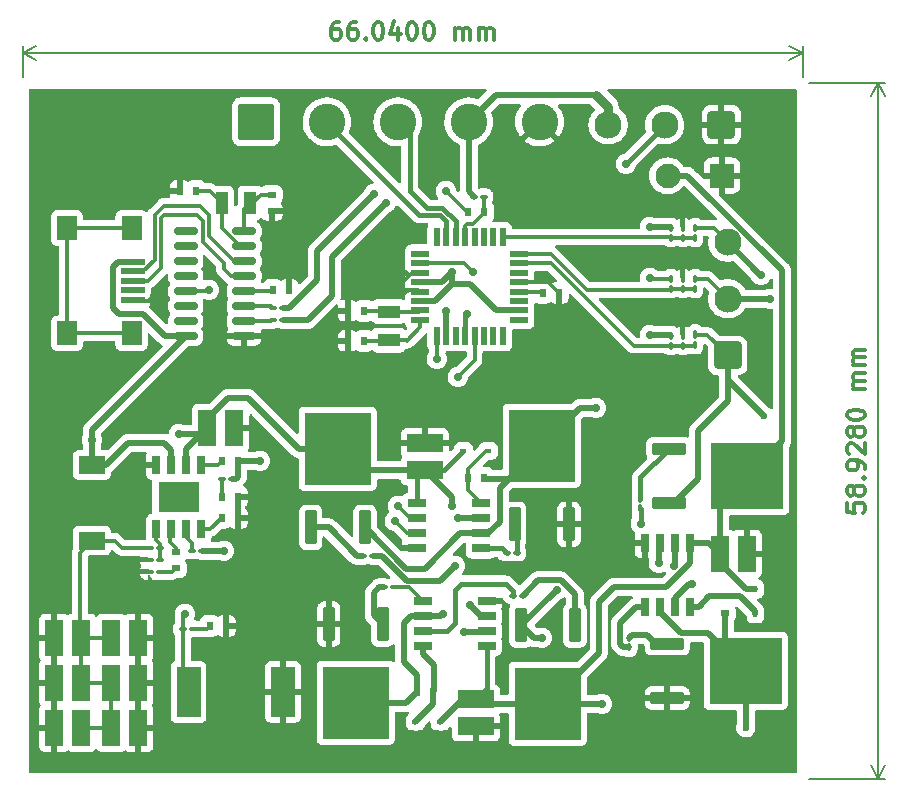
<source format=gbr>
%TF.GenerationSoftware,KiCad,Pcbnew,(6.0.10)*%
%TF.CreationDate,2023-01-31T23:24:51+03:00*%
%TF.ProjectId,001_ESC,3030315f-4553-4432-9e6b-696361645f70,rev?*%
%TF.SameCoordinates,Original*%
%TF.FileFunction,Copper,L1,Top*%
%TF.FilePolarity,Positive*%
%FSLAX46Y46*%
G04 Gerber Fmt 4.6, Leading zero omitted, Abs format (unit mm)*
G04 Created by KiCad (PCBNEW (6.0.10)) date 2023-01-31 23:24:51*
%MOMM*%
%LPD*%
G01*
G04 APERTURE LIST*
G04 Aperture macros list*
%AMRoundRect*
0 Rectangle with rounded corners*
0 $1 Rounding radius*
0 $2 $3 $4 $5 $6 $7 $8 $9 X,Y pos of 4 corners*
0 Add a 4 corners polygon primitive as box body*
4,1,4,$2,$3,$4,$5,$6,$7,$8,$9,$2,$3,0*
0 Add four circle primitives for the rounded corners*
1,1,$1+$1,$2,$3*
1,1,$1+$1,$4,$5*
1,1,$1+$1,$6,$7*
1,1,$1+$1,$8,$9*
0 Add four rect primitives between the rounded corners*
20,1,$1+$1,$2,$3,$4,$5,0*
20,1,$1+$1,$4,$5,$6,$7,0*
20,1,$1+$1,$6,$7,$8,$9,0*
20,1,$1+$1,$8,$9,$2,$3,0*%
G04 Aperture macros list end*
%ADD10C,0.300000*%
%TA.AperFunction,NonConductor*%
%ADD11C,0.300000*%
%TD*%
%TA.AperFunction,NonConductor*%
%ADD12C,0.200000*%
%TD*%
%TA.AperFunction,SMDPad,CuDef*%
%ADD13RoundRect,0.116400X-1.298600X-0.368600X1.298600X-0.368600X1.298600X0.368600X-1.298600X0.368600X0*%
%TD*%
%TA.AperFunction,SMDPad,CuDef*%
%ADD14R,6.100000X5.630000*%
%TD*%
%TA.AperFunction,SMDPad,CuDef*%
%ADD15RoundRect,0.116400X-0.368600X1.298600X-0.368600X-1.298600X0.368600X-1.298600X0.368600X1.298600X0*%
%TD*%
%TA.AperFunction,SMDPad,CuDef*%
%ADD16R,5.630000X6.100000*%
%TD*%
%TA.AperFunction,SMDPad,CuDef*%
%ADD17RoundRect,0.116400X0.368600X-1.298600X0.368600X1.298600X-0.368600X1.298600X-0.368600X-1.298600X0*%
%TD*%
%TA.AperFunction,SMDPad,CuDef*%
%ADD18RoundRect,0.150000X0.825000X0.150000X-0.825000X0.150000X-0.825000X-0.150000X0.825000X-0.150000X0*%
%TD*%
%TA.AperFunction,SMDPad,CuDef*%
%ADD19R,1.520000X3.050000*%
%TD*%
%TA.AperFunction,SMDPad,CuDef*%
%ADD20RoundRect,0.100000X-0.100000X0.217500X-0.100000X-0.217500X0.100000X-0.217500X0.100000X0.217500X0*%
%TD*%
%TA.AperFunction,SMDPad,CuDef*%
%ADD21R,0.600000X0.800000*%
%TD*%
%TA.AperFunction,SMDPad,CuDef*%
%ADD22R,3.050000X1.520000*%
%TD*%
%TA.AperFunction,ComponentPad*%
%ADD23RoundRect,0.250001X0.899999X0.899999X-0.899999X0.899999X-0.899999X-0.899999X0.899999X-0.899999X0*%
%TD*%
%TA.AperFunction,ComponentPad*%
%ADD24C,2.300000*%
%TD*%
%TA.AperFunction,SMDPad,CuDef*%
%ADD25R,0.700000X1.525000*%
%TD*%
%TA.AperFunction,SMDPad,CuDef*%
%ADD26R,2.000000X4.200000*%
%TD*%
%TA.AperFunction,SMDPad,CuDef*%
%ADD27R,0.600000X0.450000*%
%TD*%
%TA.AperFunction,SMDPad,CuDef*%
%ADD28R,1.500000X0.550000*%
%TD*%
%TA.AperFunction,SMDPad,CuDef*%
%ADD29R,0.550000X1.500000*%
%TD*%
%TA.AperFunction,SMDPad,CuDef*%
%ADD30R,0.450000X0.600000*%
%TD*%
%TA.AperFunction,SMDPad,CuDef*%
%ADD31RoundRect,0.100000X0.217500X0.100000X-0.217500X0.100000X-0.217500X-0.100000X0.217500X-0.100000X0*%
%TD*%
%TA.AperFunction,SMDPad,CuDef*%
%ADD32RoundRect,0.100000X-0.217500X-0.100000X0.217500X-0.100000X0.217500X0.100000X-0.217500X0.100000X0*%
%TD*%
%TA.AperFunction,SMDPad,CuDef*%
%ADD33RoundRect,0.100000X0.100000X-0.217500X0.100000X0.217500X-0.100000X0.217500X-0.100000X-0.217500X0*%
%TD*%
%TA.AperFunction,SMDPad,CuDef*%
%ADD34R,1.525000X0.700000*%
%TD*%
%TA.AperFunction,SMDPad,CuDef*%
%ADD35R,2.000000X0.500000*%
%TD*%
%TA.AperFunction,SMDPad,CuDef*%
%ADD36R,1.700000X2.000000*%
%TD*%
%TA.AperFunction,SMDPad,CuDef*%
%ADD37R,1.900000X1.100000*%
%TD*%
%TA.AperFunction,SMDPad,CuDef*%
%ADD38R,0.800000X0.600000*%
%TD*%
%TA.AperFunction,SMDPad,CuDef*%
%ADD39R,3.450000X2.560000*%
%TD*%
%TA.AperFunction,SMDPad,CuDef*%
%ADD40R,1.100000X1.900000*%
%TD*%
%TA.AperFunction,ComponentPad*%
%ADD41RoundRect,0.250001X0.799999X0.799999X-0.799999X0.799999X-0.799999X-0.799999X0.799999X-0.799999X0*%
%TD*%
%TA.AperFunction,ComponentPad*%
%ADD42C,2.100000*%
%TD*%
%TA.AperFunction,ComponentPad*%
%ADD43RoundRect,0.250001X0.899999X-0.899999X0.899999X0.899999X-0.899999X0.899999X-0.899999X-0.899999X0*%
%TD*%
%TA.AperFunction,SMDPad,CuDef*%
%ADD44R,2.200000X1.500000*%
%TD*%
%TA.AperFunction,ComponentPad*%
%ADD45RoundRect,0.249999X-1.300001X-1.300001X1.300001X-1.300001X1.300001X1.300001X-1.300001X1.300001X0*%
%TD*%
%TA.AperFunction,ComponentPad*%
%ADD46C,3.100000*%
%TD*%
%TA.AperFunction,ViaPad*%
%ADD47C,0.600000*%
%TD*%
%TA.AperFunction,ViaPad*%
%ADD48C,0.700000*%
%TD*%
%TA.AperFunction,Conductor*%
%ADD49C,0.500000*%
%TD*%
%TA.AperFunction,Conductor*%
%ADD50C,0.400000*%
%TD*%
%TA.AperFunction,Conductor*%
%ADD51C,0.300000*%
%TD*%
%TA.AperFunction,Conductor*%
%ADD52C,0.800000*%
%TD*%
%TA.AperFunction,Conductor*%
%ADD53C,0.152400*%
%TD*%
G04 APERTURE END LIST*
D10*
D11*
X180766571Y-107234857D02*
X180766571Y-107949142D01*
X181480857Y-108020571D01*
X181409428Y-107949142D01*
X181338000Y-107806285D01*
X181338000Y-107449142D01*
X181409428Y-107306285D01*
X181480857Y-107234857D01*
X181623714Y-107163428D01*
X181980857Y-107163428D01*
X182123714Y-107234857D01*
X182195142Y-107306285D01*
X182266571Y-107449142D01*
X182266571Y-107806285D01*
X182195142Y-107949142D01*
X182123714Y-108020571D01*
X181409428Y-106306285D02*
X181338000Y-106449142D01*
X181266571Y-106520571D01*
X181123714Y-106592000D01*
X181052285Y-106592000D01*
X180909428Y-106520571D01*
X180838000Y-106449142D01*
X180766571Y-106306285D01*
X180766571Y-106020571D01*
X180838000Y-105877714D01*
X180909428Y-105806285D01*
X181052285Y-105734857D01*
X181123714Y-105734857D01*
X181266571Y-105806285D01*
X181338000Y-105877714D01*
X181409428Y-106020571D01*
X181409428Y-106306285D01*
X181480857Y-106449142D01*
X181552285Y-106520571D01*
X181695142Y-106592000D01*
X181980857Y-106592000D01*
X182123714Y-106520571D01*
X182195142Y-106449142D01*
X182266571Y-106306285D01*
X182266571Y-106020571D01*
X182195142Y-105877714D01*
X182123714Y-105806285D01*
X181980857Y-105734857D01*
X181695142Y-105734857D01*
X181552285Y-105806285D01*
X181480857Y-105877714D01*
X181409428Y-106020571D01*
X182123714Y-105092000D02*
X182195142Y-105020571D01*
X182266571Y-105092000D01*
X182195142Y-105163428D01*
X182123714Y-105092000D01*
X182266571Y-105092000D01*
X182266571Y-104306285D02*
X182266571Y-104020571D01*
X182195142Y-103877714D01*
X182123714Y-103806285D01*
X181909428Y-103663428D01*
X181623714Y-103592000D01*
X181052285Y-103592000D01*
X180909428Y-103663428D01*
X180838000Y-103734857D01*
X180766571Y-103877714D01*
X180766571Y-104163428D01*
X180838000Y-104306285D01*
X180909428Y-104377714D01*
X181052285Y-104449142D01*
X181409428Y-104449142D01*
X181552285Y-104377714D01*
X181623714Y-104306285D01*
X181695142Y-104163428D01*
X181695142Y-103877714D01*
X181623714Y-103734857D01*
X181552285Y-103663428D01*
X181409428Y-103592000D01*
X180909428Y-103020571D02*
X180838000Y-102949142D01*
X180766571Y-102806285D01*
X180766571Y-102449142D01*
X180838000Y-102306285D01*
X180909428Y-102234857D01*
X181052285Y-102163428D01*
X181195142Y-102163428D01*
X181409428Y-102234857D01*
X182266571Y-103092000D01*
X182266571Y-102163428D01*
X181409428Y-101306285D02*
X181338000Y-101449142D01*
X181266571Y-101520571D01*
X181123714Y-101592000D01*
X181052285Y-101592000D01*
X180909428Y-101520571D01*
X180838000Y-101449142D01*
X180766571Y-101306285D01*
X180766571Y-101020571D01*
X180838000Y-100877714D01*
X180909428Y-100806285D01*
X181052285Y-100734857D01*
X181123714Y-100734857D01*
X181266571Y-100806285D01*
X181338000Y-100877714D01*
X181409428Y-101020571D01*
X181409428Y-101306285D01*
X181480857Y-101449142D01*
X181552285Y-101520571D01*
X181695142Y-101592000D01*
X181980857Y-101592000D01*
X182123714Y-101520571D01*
X182195142Y-101449142D01*
X182266571Y-101306285D01*
X182266571Y-101020571D01*
X182195142Y-100877714D01*
X182123714Y-100806285D01*
X181980857Y-100734857D01*
X181695142Y-100734857D01*
X181552285Y-100806285D01*
X181480857Y-100877714D01*
X181409428Y-101020571D01*
X180766571Y-99806285D02*
X180766571Y-99663428D01*
X180838000Y-99520571D01*
X180909428Y-99449142D01*
X181052285Y-99377714D01*
X181338000Y-99306285D01*
X181695142Y-99306285D01*
X181980857Y-99377714D01*
X182123714Y-99449142D01*
X182195142Y-99520571D01*
X182266571Y-99663428D01*
X182266571Y-99806285D01*
X182195142Y-99949142D01*
X182123714Y-100020571D01*
X181980857Y-100092000D01*
X181695142Y-100163428D01*
X181338000Y-100163428D01*
X181052285Y-100092000D01*
X180909428Y-100020571D01*
X180838000Y-99949142D01*
X180766571Y-99806285D01*
X182266571Y-97520571D02*
X181266571Y-97520571D01*
X181409428Y-97520571D02*
X181338000Y-97449142D01*
X181266571Y-97306285D01*
X181266571Y-97092000D01*
X181338000Y-96949142D01*
X181480857Y-96877714D01*
X182266571Y-96877714D01*
X181480857Y-96877714D02*
X181338000Y-96806285D01*
X181266571Y-96663428D01*
X181266571Y-96449142D01*
X181338000Y-96306285D01*
X181480857Y-96234857D01*
X182266571Y-96234857D01*
X182266571Y-95520571D02*
X181266571Y-95520571D01*
X181409428Y-95520571D02*
X181338000Y-95449142D01*
X181266571Y-95306285D01*
X181266571Y-95092000D01*
X181338000Y-94949142D01*
X181480857Y-94877714D01*
X182266571Y-94877714D01*
X181480857Y-94877714D02*
X181338000Y-94806285D01*
X181266571Y-94663428D01*
X181266571Y-94449142D01*
X181338000Y-94306285D01*
X181480857Y-94234857D01*
X182266571Y-94234857D01*
D12*
X177538000Y-71628000D02*
X183974420Y-71628000D01*
X177538000Y-130556000D02*
X183974420Y-130556000D01*
X183388000Y-71628000D02*
X183388000Y-130556000D01*
X183388000Y-71628000D02*
X183388000Y-130556000D01*
X183388000Y-71628000D02*
X182801579Y-72754504D01*
X183388000Y-71628000D02*
X183974421Y-72754504D01*
X183388000Y-130556000D02*
X183974421Y-129429496D01*
X183388000Y-130556000D02*
X182801579Y-129429496D01*
D10*
D11*
X137803714Y-66466571D02*
X137518000Y-66466571D01*
X137375142Y-66538000D01*
X137303714Y-66609428D01*
X137160857Y-66823714D01*
X137089428Y-67109428D01*
X137089428Y-67680857D01*
X137160857Y-67823714D01*
X137232285Y-67895142D01*
X137375142Y-67966571D01*
X137660857Y-67966571D01*
X137803714Y-67895142D01*
X137875142Y-67823714D01*
X137946571Y-67680857D01*
X137946571Y-67323714D01*
X137875142Y-67180857D01*
X137803714Y-67109428D01*
X137660857Y-67038000D01*
X137375142Y-67038000D01*
X137232285Y-67109428D01*
X137160857Y-67180857D01*
X137089428Y-67323714D01*
X139232285Y-66466571D02*
X138946571Y-66466571D01*
X138803714Y-66538000D01*
X138732285Y-66609428D01*
X138589428Y-66823714D01*
X138518000Y-67109428D01*
X138518000Y-67680857D01*
X138589428Y-67823714D01*
X138660857Y-67895142D01*
X138803714Y-67966571D01*
X139089428Y-67966571D01*
X139232285Y-67895142D01*
X139303714Y-67823714D01*
X139375142Y-67680857D01*
X139375142Y-67323714D01*
X139303714Y-67180857D01*
X139232285Y-67109428D01*
X139089428Y-67038000D01*
X138803714Y-67038000D01*
X138660857Y-67109428D01*
X138589428Y-67180857D01*
X138518000Y-67323714D01*
X140018000Y-67823714D02*
X140089428Y-67895142D01*
X140018000Y-67966571D01*
X139946571Y-67895142D01*
X140018000Y-67823714D01*
X140018000Y-67966571D01*
X141018000Y-66466571D02*
X141160857Y-66466571D01*
X141303714Y-66538000D01*
X141375142Y-66609428D01*
X141446571Y-66752285D01*
X141518000Y-67038000D01*
X141518000Y-67395142D01*
X141446571Y-67680857D01*
X141375142Y-67823714D01*
X141303714Y-67895142D01*
X141160857Y-67966571D01*
X141018000Y-67966571D01*
X140875142Y-67895142D01*
X140803714Y-67823714D01*
X140732285Y-67680857D01*
X140660857Y-67395142D01*
X140660857Y-67038000D01*
X140732285Y-66752285D01*
X140803714Y-66609428D01*
X140875142Y-66538000D01*
X141018000Y-66466571D01*
X142803714Y-66966571D02*
X142803714Y-67966571D01*
X142446571Y-66395142D02*
X142089428Y-67466571D01*
X143018000Y-67466571D01*
X143875142Y-66466571D02*
X144018000Y-66466571D01*
X144160857Y-66538000D01*
X144232285Y-66609428D01*
X144303714Y-66752285D01*
X144375142Y-67038000D01*
X144375142Y-67395142D01*
X144303714Y-67680857D01*
X144232285Y-67823714D01*
X144160857Y-67895142D01*
X144018000Y-67966571D01*
X143875142Y-67966571D01*
X143732285Y-67895142D01*
X143660857Y-67823714D01*
X143589428Y-67680857D01*
X143518000Y-67395142D01*
X143518000Y-67038000D01*
X143589428Y-66752285D01*
X143660857Y-66609428D01*
X143732285Y-66538000D01*
X143875142Y-66466571D01*
X145303714Y-66466571D02*
X145446571Y-66466571D01*
X145589428Y-66538000D01*
X145660857Y-66609428D01*
X145732285Y-66752285D01*
X145803714Y-67038000D01*
X145803714Y-67395142D01*
X145732285Y-67680857D01*
X145660857Y-67823714D01*
X145589428Y-67895142D01*
X145446571Y-67966571D01*
X145303714Y-67966571D01*
X145160857Y-67895142D01*
X145089428Y-67823714D01*
X145018000Y-67680857D01*
X144946571Y-67395142D01*
X144946571Y-67038000D01*
X145018000Y-66752285D01*
X145089428Y-66609428D01*
X145160857Y-66538000D01*
X145303714Y-66466571D01*
X147589428Y-67966571D02*
X147589428Y-66966571D01*
X147589428Y-67109428D02*
X147660857Y-67038000D01*
X147803714Y-66966571D01*
X148018000Y-66966571D01*
X148160857Y-67038000D01*
X148232285Y-67180857D01*
X148232285Y-67966571D01*
X148232285Y-67180857D02*
X148303714Y-67038000D01*
X148446571Y-66966571D01*
X148660857Y-66966571D01*
X148803714Y-67038000D01*
X148875142Y-67180857D01*
X148875142Y-67966571D01*
X149589428Y-67966571D02*
X149589428Y-66966571D01*
X149589428Y-67109428D02*
X149660857Y-67038000D01*
X149803714Y-66966571D01*
X150018000Y-66966571D01*
X150160857Y-67038000D01*
X150232285Y-67180857D01*
X150232285Y-67966571D01*
X150232285Y-67180857D02*
X150303714Y-67038000D01*
X150446571Y-66966571D01*
X150660857Y-66966571D01*
X150803714Y-67038000D01*
X150875142Y-67180857D01*
X150875142Y-67966571D01*
D12*
X177038000Y-71128000D02*
X177038000Y-68501580D01*
X110998000Y-71128000D02*
X110998000Y-68501580D01*
X177038000Y-69088000D02*
X110998000Y-69088000D01*
X177038000Y-69088000D02*
X110998000Y-69088000D01*
X177038000Y-69088000D02*
X175911496Y-68501579D01*
X177038000Y-69088000D02*
X175911496Y-69674421D01*
X110998000Y-69088000D02*
X112124504Y-69674421D01*
X110998000Y-69088000D02*
X112124504Y-68501579D01*
D13*
%TO.P,Q6,1*%
%TO.N,Net-(Q6-Pad1)*%
X165562000Y-119122000D03*
%TO.P,Q6,3*%
%TO.N,GND*%
X165562000Y-123702000D03*
D14*
%TO.P,Q6,4*%
%TO.N,PhaseC*%
X172212000Y-121412000D03*
%TD*%
D13*
%TO.P,Q5,1*%
%TO.N,Net-(Q5-Pad1)*%
X165692000Y-102608000D03*
%TO.P,Q5,3*%
%TO.N,PhaseC*%
X165692000Y-107188000D03*
D14*
%TO.P,Q5,4*%
%TO.N,+12V*%
X172342000Y-104898000D03*
%TD*%
D15*
%TO.P,Q4,1*%
%TO.N,Net-(Q4-Pad1)*%
X141482000Y-117462000D03*
%TO.P,Q4,3*%
%TO.N,GND*%
X136902000Y-117462000D03*
D16*
%TO.P,Q4,4*%
%TO.N,PhaseB*%
X139192000Y-124112000D03*
%TD*%
D15*
%TO.P,Q3,1*%
%TO.N,Net-(Q3-Pad1)*%
X157738000Y-117556000D03*
%TO.P,Q3,3*%
%TO.N,PhaseB*%
X153158000Y-117556000D03*
D16*
%TO.P,Q3,4*%
%TO.N,+12V*%
X155448000Y-124206000D03*
%TD*%
D17*
%TO.P,Q2,1*%
%TO.N,Net-(Q2-Pad1)*%
X152650000Y-109012000D03*
%TO.P,Q2,3*%
%TO.N,GND*%
X157230000Y-109012000D03*
D16*
%TO.P,Q2,4*%
%TO.N,PhaseA*%
X154940000Y-102362000D03*
%TD*%
D17*
%TO.P,Q1,1*%
%TO.N,Net-(Q1-Pad1)*%
X135378000Y-109266000D03*
%TO.P,Q1,3*%
%TO.N,PhaseA*%
X139958000Y-109266000D03*
D16*
%TO.P,Q1,4*%
%TO.N,+12V*%
X137668000Y-102616000D03*
%TD*%
D18*
%TO.P,U1,1,GND*%
%TO.N,GND*%
X129729000Y-93091000D03*
%TO.P,U1,2,TXD*%
%TO.N,Net-(R7-Pad2)*%
X129729000Y-91821000D03*
%TO.P,U1,3,RXD*%
%TO.N,Net-(R8-Pad2)*%
X129729000Y-90551000D03*
%TO.P,U1,4,V3*%
%TO.N,Net-(C15-Pad2)*%
X129729000Y-89281000D03*
%TO.P,U1,5,UD+*%
%TO.N,D+*%
X129729000Y-88011000D03*
%TO.P,U1,6,UD-*%
%TO.N,D-*%
X129729000Y-86741000D03*
%TO.P,U1,7,XI*%
%TO.N,CH_CRY_IN*%
X129729000Y-85471000D03*
%TO.P,U1,8,XO*%
%TO.N,CH_CRY_OUT*%
X129729000Y-84201000D03*
%TO.P,U1,9,~{CTS}*%
%TO.N,unconnected-(U1-Pad9)*%
X124779000Y-84201000D03*
%TO.P,U1,10,~{DSR}*%
%TO.N,unconnected-(U1-Pad10)*%
X124779000Y-85471000D03*
%TO.P,U1,11,~{RI}*%
%TO.N,unconnected-(U1-Pad11)*%
X124779000Y-86741000D03*
%TO.P,U1,12,~{DCD}*%
%TO.N,unconnected-(U1-Pad12)*%
X124779000Y-88011000D03*
%TO.P,U1,13,~{DTR}*%
%TO.N,DTR*%
X124779000Y-89281000D03*
%TO.P,U1,14,~{RTS}*%
%TO.N,unconnected-(U1-Pad14)*%
X124779000Y-90551000D03*
%TO.P,U1,15,R232*%
%TO.N,unconnected-(U1-Pad15)*%
X124779000Y-91821000D03*
%TO.P,U1,16,VCC*%
%TO.N,VCC*%
X124779000Y-93091000D03*
%TD*%
D19*
%TO.P,C8,1,1*%
%TO.N,Net-(C10-Pad1)*%
X115953000Y-126238000D03*
%TO.P,C8,2,2*%
%TO.N,GND*%
X113663000Y-126238000D03*
%TD*%
D20*
%TO.P,R11,1,1*%
%TO.N,D6*%
X165862000Y-88238500D03*
%TO.P,R11,2,2*%
%TO.N,A1*%
X165862000Y-89053500D03*
%TD*%
D21*
%TO.P,C14,1,1*%
%TO.N,GND*%
X156402000Y-89408000D03*
%TO.P,C14,2,2*%
%TO.N,Net-(C14-Pad2)*%
X155002000Y-89408000D03*
%TD*%
%TO.P,C13,1,1*%
%TO.N,GND*%
X138492000Y-93472000D03*
%TO.P,C13,2,2*%
%TO.N,Crystal_out*%
X139892000Y-93472000D03*
%TD*%
D22*
%TO.P,C16,1,1*%
%TO.N,+12V*%
X145034000Y-104445000D03*
%TO.P,C16,2,2*%
%TO.N,GND*%
X145034000Y-102155000D03*
%TD*%
D23*
%TO.P,J3,1,Pin_1*%
%TO.N,GND*%
X170154000Y-75184000D03*
D24*
%TO.P,J3,2,Pin_2*%
%TO.N,PWM_IN*%
X165354000Y-75184000D03*
%TO.P,J3,3,Pin_3*%
%TO.N,VCC*%
X160554000Y-75184000D03*
%TD*%
D25*
%TO.P,IC4,1,VCC*%
%TO.N,+12V*%
X167467000Y-110568000D03*
%TO.P,IC4,2,HIN*%
%TO.N,AH*%
X166197000Y-110568000D03*
%TO.P,IC4,3,LIN*%
%TO.N,AL*%
X164927000Y-110568000D03*
%TO.P,IC4,4,COM*%
%TO.N,GND*%
X163657000Y-110568000D03*
%TO.P,IC4,5,LO*%
%TO.N,Net-(IC4-Pad5)*%
X163657000Y-115992000D03*
%TO.P,IC4,6,VS*%
%TO.N,PhaseC*%
X164927000Y-115992000D03*
%TO.P,IC4,7,HO*%
%TO.N,Net-(IC4-Pad7)*%
X166197000Y-115992000D03*
%TO.P,IC4,8,VB*%
%TO.N,Net-(C21-Pad2)*%
X167467000Y-115992000D03*
%TD*%
D26*
%TO.P,BZ1,1*%
%TO.N,BUZZER*%
X125032000Y-123190000D03*
%TO.P,BZ1,2*%
%TO.N,GND*%
X133032000Y-123190000D03*
%TD*%
D20*
%TO.P,R12,1,1*%
%TO.N,D6*%
X165862000Y-93064500D03*
%TO.P,R12,2,2*%
%TO.N,A0*%
X165862000Y-93879500D03*
%TD*%
D21*
%TO.P,C12,1,1*%
%TO.N,DTR*%
X148652000Y-82550000D03*
%TO.P,C12,2,2*%
%TO.N,RESET*%
X150052000Y-82550000D03*
%TD*%
D27*
%TO.P,D4,1,K*%
%TO.N,Net-(C18-Pad2)*%
X144238000Y-125730000D03*
%TO.P,D4,2,A*%
%TO.N,+12V*%
X146338000Y-125730000D03*
%TD*%
D28*
%TO.P,U2,1,PD3*%
%TO.N,BL*%
X144644000Y-86100000D03*
%TO.P,U2,2,PD4*%
%TO.N,AL*%
X144644000Y-86900000D03*
%TO.P,U2,3,GND*%
%TO.N,GND*%
X144644000Y-87700000D03*
%TO.P,U2,4,VCC*%
%TO.N,VCC*%
X144644000Y-88500000D03*
%TO.P,U2,5,GND*%
%TO.N,GND*%
X144644000Y-89300000D03*
%TO.P,U2,6,VCC*%
%TO.N,VCC*%
X144644000Y-90100000D03*
%TO.P,U2,7,PB6*%
%TO.N,Crystal_in*%
X144644000Y-90900000D03*
%TO.P,U2,8,PB7*%
%TO.N,Crystal_out*%
X144644000Y-91700000D03*
D29*
%TO.P,U2,9,PD5*%
%TO.N,BUZZER*%
X146044000Y-93100000D03*
%TO.P,U2,10,PD6*%
%TO.N,D6*%
X146844000Y-93100000D03*
%TO.P,U2,11,PD7*%
%TO.N,unconnected-(U2-Pad11)*%
X147644000Y-93100000D03*
%TO.P,U2,12,PB0*%
%TO.N,PWM_IN*%
X148444000Y-93100000D03*
%TO.P,U2,13,PB1*%
%TO.N,AH*%
X149244000Y-93100000D03*
%TO.P,U2,14,PB2*%
%TO.N,BH*%
X150044000Y-93100000D03*
%TO.P,U2,15,PB3*%
%TO.N,CH*%
X150844000Y-93100000D03*
%TO.P,U2,16,PB4*%
%TO.N,D12*%
X151644000Y-93100000D03*
D28*
%TO.P,U2,17,PB5*%
%TO.N,unconnected-(U2-Pad17)*%
X153044000Y-91700000D03*
%TO.P,U2,18,AVCC*%
%TO.N,VCC*%
X153044000Y-90900000D03*
%TO.P,U2,19,ADC6*%
%TO.N,A6*%
X153044000Y-90100000D03*
%TO.P,U2,20,AREF*%
%TO.N,Net-(C14-Pad2)*%
X153044000Y-89300000D03*
%TO.P,U2,21,GND*%
%TO.N,GND*%
X153044000Y-88500000D03*
%TO.P,U2,22,ADC7*%
%TO.N,A7*%
X153044000Y-87700000D03*
%TO.P,U2,23,PC0*%
%TO.N,A0*%
X153044000Y-86900000D03*
%TO.P,U2,24,PC1*%
%TO.N,A1*%
X153044000Y-86100000D03*
D29*
%TO.P,U2,25,PC2*%
%TO.N,A2*%
X151644000Y-84700000D03*
%TO.P,U2,26,PC3*%
%TO.N,A3*%
X150844000Y-84700000D03*
%TO.P,U2,27,PC4*%
%TO.N,A4*%
X150044000Y-84700000D03*
%TO.P,U2,28,PC5*%
%TO.N,A5*%
X149244000Y-84700000D03*
%TO.P,U2,29,PC6*%
%TO.N,RESET*%
X148444000Y-84700000D03*
%TO.P,U2,30,PD0*%
%TO.N,RX*%
X147644000Y-84700000D03*
%TO.P,U2,31,PD1*%
%TO.N,TX*%
X146844000Y-84700000D03*
%TO.P,U2,32,PD2*%
%TO.N,CL*%
X146044000Y-84700000D03*
%TD*%
D30*
%TO.P,D5,1,K*%
%TO.N,Net-(C21-Pad2)*%
X173020000Y-116586000D03*
%TO.P,D5,2,A*%
%TO.N,+12V*%
X173020000Y-114486000D03*
%TD*%
D31*
%TO.P,R8,1,1*%
%TO.N,TX*%
X132995500Y-90678000D03*
%TO.P,R8,2,2*%
%TO.N,Net-(R8-Pad2)*%
X132180500Y-90678000D03*
%TD*%
D21*
%TO.P,C18,1,1*%
%TO.N,PhaseB*%
X144334000Y-123190000D03*
%TO.P,C18,2,2*%
%TO.N,Net-(C18-Pad2)*%
X145734000Y-123190000D03*
%TD*%
D31*
%TO.P,R16,1,1*%
%TO.N,Net-(IC2-Pad7)*%
X140615500Y-111682000D03*
%TO.P,R16,2,2*%
%TO.N,Net-(Q1-Pad1)*%
X139800500Y-111682000D03*
%TD*%
D19*
%TO.P,C20,1,1*%
%TO.N,+12V*%
X170005000Y-111502000D03*
%TO.P,C20,2,2*%
%TO.N,GND*%
X172295000Y-111502000D03*
%TD*%
%TO.P,C6,1,1*%
%TO.N,Net-(C10-Pad1)*%
X118489000Y-122428000D03*
%TO.P,C6,2,2*%
%TO.N,GND*%
X120779000Y-122428000D03*
%TD*%
D32*
%TO.P,R4,1,1*%
%TO.N,Net-(C10-Pad1)*%
X121766500Y-110998000D03*
%TO.P,R4,2,2*%
%TO.N,Net-(IC1-Pad5)*%
X122581500Y-110998000D03*
%TD*%
D19*
%TO.P,C10,1,1*%
%TO.N,Net-(C10-Pad1)*%
X115953000Y-118618000D03*
%TO.P,C10,2,2*%
%TO.N,GND*%
X113663000Y-118618000D03*
%TD*%
D20*
%TO.P,R10,1,1*%
%TO.N,D6*%
X165862000Y-83920500D03*
%TO.P,R10,2,2*%
%TO.N,A2*%
X165862000Y-84735500D03*
%TD*%
D19*
%TO.P,C2,1,1*%
%TO.N,+12V*%
X126617000Y-100838000D03*
%TO.P,C2,2,2*%
%TO.N,GND*%
X128907000Y-100838000D03*
%TD*%
D33*
%TO.P,R13,1,1*%
%TO.N,A2*%
X166878000Y-84735500D03*
%TO.P,R13,2,2*%
%TO.N,GND*%
X166878000Y-83920500D03*
%TD*%
%TO.P,R18,1,1*%
%TO.N,A2*%
X167894000Y-84735500D03*
%TO.P,R18,2,2*%
%TO.N,PhaseA*%
X167894000Y-83920500D03*
%TD*%
D34*
%TO.P,IC2,1,VCC*%
%TO.N,+12V*%
X144354000Y-107237000D03*
%TO.P,IC2,2,HIN*%
%TO.N,AH*%
X144354000Y-108507000D03*
%TO.P,IC2,3,LIN*%
%TO.N,AL*%
X144354000Y-109777000D03*
%TO.P,IC2,4,COM*%
%TO.N,GND*%
X144354000Y-111047000D03*
%TO.P,IC2,5,LO*%
%TO.N,Net-(IC2-Pad5)*%
X149778000Y-111047000D03*
%TO.P,IC2,6,VS*%
%TO.N,PhaseA*%
X149778000Y-109777000D03*
%TO.P,IC2,7,HO*%
%TO.N,Net-(IC2-Pad7)*%
X149778000Y-108507000D03*
%TO.P,IC2,8,VB*%
%TO.N,Net-(C17-Pad2)*%
X149778000Y-107237000D03*
%TD*%
D32*
%TO.P,R22,1,1*%
%TO.N,Net-(Q4-Pad1)*%
X141578500Y-114347000D03*
%TO.P,R22,2,2*%
%TO.N,Net-(IC3-Pad5)*%
X142393500Y-114347000D03*
%TD*%
D35*
%TO.P,J1,1,VBUS*%
%TO.N,VCC*%
X120302000Y-86792000D03*
%TO.P,J1,2,D-*%
%TO.N,D-*%
X120302000Y-87592000D03*
%TO.P,J1,3,D+*%
%TO.N,D+*%
X120302000Y-88392000D03*
%TO.P,J1,4,ID*%
%TO.N,unconnected-(J1-Pad4)*%
X120302000Y-89192000D03*
%TO.P,J1,5,GND*%
%TO.N,GND*%
X120302000Y-89992000D03*
D36*
%TO.P,J1,6,Shield*%
%TO.N,unconnected-(J1-Pad6)*%
X114752000Y-83942000D03*
X120202000Y-92842000D03*
X114752000Y-92842000D03*
X120202000Y-83942000D03*
%TD*%
D32*
%TO.P,R21,1,1*%
%TO.N,Net-(IC3-Pad7)*%
X152500500Y-115046000D03*
%TO.P,R21,2,2*%
%TO.N,Net-(Q3-Pad1)*%
X153315500Y-115046000D03*
%TD*%
D33*
%TO.P,R14,1,1*%
%TO.N,A1*%
X166878000Y-89053500D03*
%TO.P,R14,2,2*%
%TO.N,GND*%
X166878000Y-88238500D03*
%TD*%
D19*
%TO.P,C9,1,1*%
%TO.N,Net-(C10-Pad1)*%
X115953000Y-122428000D03*
%TO.P,C9,2,2*%
%TO.N,GND*%
X113663000Y-122428000D03*
%TD*%
D21*
%TO.P,D1,1*%
%TO.N,Net-(D1-Pad1)*%
X127824000Y-106680000D03*
%TO.P,D1,2*%
%TO.N,GND*%
X129224000Y-106680000D03*
%TD*%
D19*
%TO.P,C5,1,1*%
%TO.N,Net-(C10-Pad1)*%
X118489000Y-126238000D03*
%TO.P,C5,2,2*%
%TO.N,GND*%
X120779000Y-126238000D03*
%TD*%
D33*
%TO.P,R23,1,1*%
%TO.N,Net-(IC4-Pad7)*%
X163276000Y-107667000D03*
%TO.P,R23,2,2*%
%TO.N,Net-(Q5-Pad1)*%
X163276000Y-106852000D03*
%TD*%
D37*
%TO.P,XTAL1,1*%
%TO.N,Crystal_in*%
X141986000Y-90997000D03*
%TO.P,XTAL1,2*%
%TO.N,Crystal_out*%
X141986000Y-93407000D03*
%TD*%
D32*
%TO.P,R9,1,1*%
%TO.N,BUZZER*%
X124560500Y-117856000D03*
%TO.P,R9,2,2*%
%TO.N,Net-(D2-Pad1)*%
X125375500Y-117856000D03*
%TD*%
D38*
%TO.P,C21,1,1*%
%TO.N,PhaseC*%
X170434000Y-116520000D03*
%TO.P,C21,2,2*%
%TO.N,Net-(C21-Pad2)*%
X170434000Y-115120000D03*
%TD*%
D19*
%TO.P,C7,1,1*%
%TO.N,Net-(C10-Pad1)*%
X118489000Y-118618000D03*
%TO.P,C7,2,2*%
%TO.N,GND*%
X120779000Y-118618000D03*
%TD*%
D21*
%TO.P,C11,1,1*%
%TO.N,GND*%
X138492000Y-90932000D03*
%TO.P,C11,2,2*%
%TO.N,Crystal_in*%
X139892000Y-90932000D03*
%TD*%
%TO.P,D2,1*%
%TO.N,Net-(D2-Pad1)*%
X126808000Y-117602000D03*
%TO.P,D2,2*%
%TO.N,GND*%
X128208000Y-117602000D03*
%TD*%
D20*
%TO.P,R24,1,1*%
%TO.N,Net-(Q6-Pad1)*%
X162306000Y-118618000D03*
%TO.P,R24,2,2*%
%TO.N,Net-(IC4-Pad5)*%
X162306000Y-119433000D03*
%TD*%
D32*
%TO.P,R3,1,1*%
%TO.N,GND*%
X121766500Y-112014000D03*
%TO.P,R3,2,2*%
%TO.N,Net-(IC1-Pad5)*%
X122581500Y-112014000D03*
%TD*%
D21*
%TO.P,C1,1,1*%
%TO.N,Net-(C1-Pad1)*%
X127824000Y-103632000D03*
%TO.P,C1,2,2*%
%TO.N,VCC*%
X129224000Y-103632000D03*
%TD*%
D22*
%TO.P,C19,1,1*%
%TO.N,+12V*%
X149352000Y-123823000D03*
%TO.P,C19,2,2*%
%TO.N,GND*%
X149352000Y-126113000D03*
%TD*%
D33*
%TO.P,R19,1,1*%
%TO.N,A1*%
X167894000Y-89053500D03*
%TO.P,R19,2,2*%
%TO.N,PhaseB*%
X167894000Y-88238500D03*
%TD*%
D34*
%TO.P,IC3,1,VCC*%
%TO.N,+12V*%
X150286000Y-119315000D03*
%TO.P,IC3,2,HIN*%
%TO.N,AH*%
X150286000Y-118045000D03*
%TO.P,IC3,3,LIN*%
%TO.N,AL*%
X150286000Y-116775000D03*
%TO.P,IC3,4,COM*%
%TO.N,GND*%
X150286000Y-115505000D03*
%TO.P,IC3,5,LO*%
%TO.N,Net-(IC3-Pad5)*%
X144862000Y-115505000D03*
%TO.P,IC3,6,VS*%
%TO.N,PhaseB*%
X144862000Y-116775000D03*
%TO.P,IC3,7,HO*%
%TO.N,Net-(IC3-Pad7)*%
X144862000Y-118045000D03*
%TO.P,IC3,8,VB*%
%TO.N,Net-(C18-Pad2)*%
X144862000Y-119315000D03*
%TD*%
D25*
%TO.P,IC1,1,BS*%
%TO.N,Net-(C1-Pad1)*%
X126111000Y-103968000D03*
%TO.P,IC1,2,IN*%
%TO.N,+12V*%
X124841000Y-103968000D03*
%TO.P,IC1,3,SW*%
%TO.N,VCC*%
X123571000Y-103968000D03*
%TO.P,IC1,4,GND*%
%TO.N,GND*%
X122301000Y-103968000D03*
%TO.P,IC1,5,FB*%
%TO.N,Net-(IC1-Pad5)*%
X122301000Y-109392000D03*
%TO.P,IC1,6,COMP*%
%TO.N,Net-(C4-Pad1)*%
X123571000Y-109392000D03*
%TO.P,IC1,7,EN*%
%TO.N,Net-(IC1-Pad7)*%
X124841000Y-109392000D03*
%TO.P,IC1,8,SS*%
%TO.N,Net-(C3-Pad1)*%
X126111000Y-109392000D03*
D39*
%TO.P,IC1,9,EP*%
%TO.N,unconnected-(IC1-Pad9)*%
X124206000Y-106680000D03*
%TD*%
D21*
%TO.P,C3,1,1*%
%TO.N,Net-(C3-Pad1)*%
X127824000Y-108458000D03*
%TO.P,C3,2,2*%
%TO.N,GND*%
X129224000Y-108458000D03*
%TD*%
D32*
%TO.P,R6,1,1*%
%TO.N,VCC*%
X149198500Y-81280000D03*
%TO.P,R6,2,2*%
%TO.N,RESET*%
X150013500Y-81280000D03*
%TD*%
D40*
%TO.P,XTAL2,1*%
%TO.N,CH_CRY_IN*%
X127827000Y-81788000D03*
%TO.P,XTAL2,2*%
%TO.N,CH_CRY_OUT*%
X130237000Y-81788000D03*
%TD*%
D21*
%TO.P,C17,1,1*%
%TO.N,PhaseA*%
X150052000Y-105078000D03*
%TO.P,C17,2,2*%
%TO.N,Net-(C17-Pad2)*%
X148652000Y-105078000D03*
%TD*%
D27*
%TO.P,D3,1,K*%
%TO.N,Net-(C17-Pad2)*%
X150402000Y-102792000D03*
%TO.P,D3,2,A*%
%TO.N,+12V*%
X148302000Y-102792000D03*
%TD*%
D33*
%TO.P,R20,1,1*%
%TO.N,A0*%
X167894000Y-93804000D03*
%TO.P,R20,2,2*%
%TO.N,PhaseC*%
X167894000Y-92989000D03*
%TD*%
D38*
%TO.P,C23,1,1*%
%TO.N,GND*%
X132080000Y-82488000D03*
%TO.P,C23,2,2*%
%TO.N,CH_CRY_OUT*%
X132080000Y-81088000D03*
%TD*%
D32*
%TO.P,R1,1,1*%
%TO.N,Net-(IC1-Pad7)*%
X125322500Y-111252000D03*
%TO.P,R1,2,2*%
%TO.N,+12V*%
X126137500Y-111252000D03*
%TD*%
D31*
%TO.P,R7,1,1*%
%TO.N,RX*%
X132995500Y-91694000D03*
%TO.P,R7,2,2*%
%TO.N,Net-(R7-Pad2)*%
X132180500Y-91694000D03*
%TD*%
D41*
%TO.P,J5,1,Pin_1*%
%TO.N,GND*%
X170194000Y-79502000D03*
D42*
%TO.P,J5,2,Pin_2*%
%TO.N,+12V*%
X165594000Y-79502000D03*
%TD*%
D38*
%TO.P,C4,1,1*%
%TO.N,Net-(C4-Pad1)*%
X123952000Y-111314000D03*
%TO.P,C4,2,2*%
%TO.N,Net-(C4-Pad2)*%
X123952000Y-112714000D03*
%TD*%
D33*
%TO.P,R15,1,1*%
%TO.N,A0*%
X166878000Y-93879500D03*
%TO.P,R15,2,2*%
%TO.N,GND*%
X166878000Y-93064500D03*
%TD*%
D32*
%TO.P,R2,1,1*%
%TO.N,GND*%
X121766500Y-113030000D03*
%TO.P,R2,2,2*%
%TO.N,Net-(C4-Pad2)*%
X122581500Y-113030000D03*
%TD*%
%TO.P,R5,1,1*%
%TO.N,Net-(D1-Pad1)*%
X127862500Y-105156000D03*
%TO.P,R5,2,2*%
%TO.N,VCC*%
X128677500Y-105156000D03*
%TD*%
D31*
%TO.P,R17,1,1*%
%TO.N,Net-(Q2-Pad1)*%
X152807500Y-111428000D03*
%TO.P,R17,2,2*%
%TO.N,Net-(IC2-Pad5)*%
X151992500Y-111428000D03*
%TD*%
D21*
%TO.P,C22,1,1*%
%TO.N,GND*%
X124268000Y-80772000D03*
%TO.P,C22,2,2*%
%TO.N,CH_CRY_IN*%
X125668000Y-80772000D03*
%TD*%
D43*
%TO.P,J4,1,Pin_1*%
%TO.N,PhaseC*%
X170688000Y-94716000D03*
D24*
%TO.P,J4,2,Pin_2*%
%TO.N,PhaseB*%
X170688000Y-89916000D03*
%TO.P,J4,3,Pin_3*%
%TO.N,PhaseA*%
X170688000Y-85116000D03*
%TD*%
D44*
%TO.P,L1,1,1*%
%TO.N,Net-(C10-Pad1)*%
X116840000Y-110388000D03*
%TO.P,L1,2,2*%
%TO.N,VCC*%
X116840000Y-103988000D03*
%TD*%
D21*
%TO.P,C15,1,1*%
%TO.N,GND*%
X133542000Y-89154000D03*
%TO.P,C15,2,2*%
%TO.N,Net-(C15-Pad2)*%
X132142000Y-89154000D03*
%TD*%
D45*
%TO.P,J2,1,Pin_1*%
%TO.N,DTR*%
X130748000Y-74930000D03*
D46*
%TO.P,J2,2,Pin_2*%
%TO.N,TX*%
X136748000Y-74930000D03*
%TO.P,J2,3,Pin_3*%
%TO.N,RX*%
X142748000Y-74930000D03*
%TO.P,J2,4,Pin_4*%
%TO.N,VCC*%
X148748000Y-74930000D03*
%TO.P,J2,5,Pin_5*%
%TO.N,GND*%
X154748000Y-74930000D03*
%TD*%
D47*
%TO.N,PhaseC*%
X173736000Y-99822000D03*
X172212000Y-126238000D03*
D48*
%TO.N,+12V*%
X128016000Y-111252000D03*
X147320000Y-107442000D03*
X124206000Y-101346000D03*
X160020000Y-124206000D03*
%TO.N,GND*%
X122682000Y-89408000D03*
X142494000Y-89154000D03*
X121920000Y-79756000D03*
X164846000Y-90678000D03*
X164846000Y-86360000D03*
X141224000Y-89154000D03*
%TO.N,VCC*%
X131064000Y-103632000D03*
X147320000Y-87630000D03*
X116840000Y-101854000D03*
%TO.N,DTR*%
X146812000Y-80772000D03*
X126746000Y-89154000D03*
%TO.N,RX*%
X141732000Y-81788000D03*
%TO.N,TX*%
X140716000Y-81026000D03*
%TO.N,BUZZER*%
X146050000Y-94996000D03*
X124714000Y-116586000D03*
%TO.N,AL*%
X142494000Y-108712000D03*
X148844000Y-115824000D03*
X149098000Y-87630000D03*
X164846000Y-112268000D03*
%TO.N,D6*%
X164084000Y-92964000D03*
X164084000Y-88138000D03*
X146812000Y-90932000D03*
X164084000Y-83820000D03*
%TO.N,PWM_IN*%
X148590000Y-91186000D03*
X162052000Y-78486000D03*
%TO.N,AH*%
X147828000Y-96520000D03*
X166116000Y-112522000D03*
X142748000Y-107442000D03*
X148336000Y-118110000D03*
%TO.N,PhaseA*%
X173482000Y-87884000D03*
X159512000Y-99142365D03*
%TO.N,PhaseB*%
X146558000Y-116586000D03*
X156210000Y-114554000D03*
X154940000Y-118618000D03*
X174244000Y-89916000D03*
%TO.N,Net-(IC2-Pad7)*%
X147574000Y-112522000D03*
X147828000Y-108458000D03*
%TO.N,Net-(IC4-Pad7)*%
X163322000Y-108966000D03*
X167640000Y-114046000D03*
%TD*%
D49*
%TO.N,PhaseC*%
X173736000Y-99822000D02*
X170688000Y-96774000D01*
X170688000Y-96774000D02*
X170688000Y-94716000D01*
X172212000Y-121412000D02*
X172212000Y-126238000D01*
X170688000Y-94716000D02*
X170688000Y-98552000D01*
%TO.N,+12V*%
X165594000Y-79502000D02*
X167269426Y-79502000D01*
X170005000Y-107235000D02*
X170005000Y-111502000D01*
X148245000Y-123823000D02*
X149352000Y-123823000D01*
X170005000Y-111502000D02*
X170005000Y-112267000D01*
X128392000Y-98298000D02*
X126617000Y-100073000D01*
X170005000Y-112267000D02*
X172224000Y-114486000D01*
X139497000Y-104445000D02*
X145034000Y-104445000D01*
X172224000Y-114486000D02*
X173020000Y-114486000D01*
X124841000Y-103968000D02*
X124841000Y-102614000D01*
X134366000Y-102616000D02*
X130048000Y-98298000D01*
X167269426Y-79502000D02*
X175260000Y-87492574D01*
D50*
X150286000Y-122889000D02*
X149352000Y-123823000D01*
D49*
X175260000Y-101980000D02*
X172342000Y-104898000D01*
X134366000Y-102616000D02*
X137668000Y-102616000D01*
X137668000Y-102616000D02*
X139497000Y-104445000D01*
X165469371Y-114300000D02*
X161036000Y-114300000D01*
X155448000Y-124206000D02*
X160020000Y-124206000D01*
X159766000Y-119888000D02*
X155448000Y-124206000D01*
X146338000Y-125730000D02*
X148245000Y-123823000D01*
X167467000Y-112302371D02*
X165469371Y-114300000D01*
D50*
X148302000Y-102792000D02*
X146649000Y-104445000D01*
X144354000Y-105125000D02*
X145034000Y-104445000D01*
X146649000Y-104445000D02*
X145034000Y-104445000D01*
D49*
X161036000Y-114300000D02*
X159766000Y-115570000D01*
X126617000Y-100073000D02*
X126617000Y-100838000D01*
X124206000Y-101346000D02*
X126109000Y-101346000D01*
X149735000Y-124206000D02*
X149352000Y-123823000D01*
D50*
X150286000Y-119315000D02*
X150286000Y-122889000D01*
D49*
X147320000Y-107442000D02*
X147320000Y-106731000D01*
X124841000Y-102614000D02*
X126617000Y-100838000D01*
X126109000Y-101346000D02*
X126617000Y-100838000D01*
X159766000Y-115570000D02*
X159766000Y-119888000D01*
X167467000Y-110568000D02*
X167467000Y-112302371D01*
X155448000Y-124206000D02*
X149735000Y-124206000D01*
X147320000Y-106731000D02*
X145034000Y-104445000D01*
D50*
X144354000Y-107237000D02*
X144354000Y-105125000D01*
D49*
X169071000Y-110568000D02*
X170005000Y-111502000D01*
X172342000Y-104898000D02*
X170005000Y-107235000D01*
X175260000Y-87492574D02*
X175260000Y-101980000D01*
X167467000Y-110568000D02*
X169071000Y-110568000D01*
X126137500Y-111252000D02*
X128016000Y-111252000D01*
X130048000Y-98298000D02*
X128392000Y-98298000D01*
D51*
%TO.N,GND*%
X144498000Y-89154000D02*
X144644000Y-89300000D01*
X144644000Y-87700000D02*
X143948000Y-87700000D01*
X143948000Y-87700000D02*
X142494000Y-89154000D01*
X153044000Y-88500000D02*
X155494000Y-88500000D01*
X155494000Y-88500000D02*
X156402000Y-89408000D01*
X141224000Y-89154000D02*
X142494000Y-89154000D01*
X142494000Y-89154000D02*
X144498000Y-89154000D01*
D49*
%TO.N,VCC*%
X119126000Y-91186000D02*
X121158000Y-91186000D01*
X148748000Y-80829500D02*
X149198500Y-81280000D01*
X147320000Y-88674000D02*
X148872000Y-88674000D01*
X118008000Y-103988000D02*
X119888000Y-102108000D01*
X129224000Y-104964000D02*
X129224000Y-103632000D01*
X151098000Y-90900000D02*
X153044000Y-90900000D01*
X122936000Y-102108000D02*
X123571000Y-102743000D01*
X119888000Y-102108000D02*
X122936000Y-102108000D01*
X145894000Y-90100000D02*
X147320000Y-88674000D01*
X124779000Y-93091000D02*
X116840000Y-101030000D01*
X151034000Y-72644000D02*
X159512000Y-72644000D01*
X128677500Y-105156000D02*
X129032000Y-105156000D01*
X120302000Y-86792000D02*
X119047200Y-86792000D01*
X116840000Y-101030000D02*
X116840000Y-101854000D01*
X148872000Y-88674000D02*
X151098000Y-90900000D01*
X129224000Y-103632000D02*
X131064000Y-103632000D01*
X123063000Y-93091000D02*
X124779000Y-93091000D01*
X116840000Y-103988000D02*
X116840000Y-101854000D01*
X148748000Y-74930000D02*
X148748000Y-80829500D01*
X118618000Y-90678000D02*
X119126000Y-91186000D01*
X116840000Y-103988000D02*
X118008000Y-103988000D01*
D52*
X160528000Y-75158000D02*
X160554000Y-75184000D01*
X159512000Y-72644000D02*
X160528000Y-73660000D01*
D49*
X144644000Y-90100000D02*
X145894000Y-90100000D01*
X118618000Y-87221200D02*
X118618000Y-90678000D01*
X146450000Y-88500000D02*
X144644000Y-88500000D01*
D52*
X160528000Y-73660000D02*
X160528000Y-75158000D01*
D49*
X119047200Y-86792000D02*
X118618000Y-87221200D01*
X121158000Y-91186000D02*
X123063000Y-93091000D01*
X147320000Y-87630000D02*
X146450000Y-88500000D01*
X148748000Y-74930000D02*
X151034000Y-72644000D01*
X123571000Y-102743000D02*
X123571000Y-103968000D01*
X147320000Y-88674000D02*
X147320000Y-87630000D01*
X129032000Y-105156000D02*
X129224000Y-104964000D01*
D51*
%TO.N,Net-(C1-Pad1)*%
X126111000Y-103968000D02*
X127488000Y-103968000D01*
X127488000Y-103968000D02*
X127824000Y-103632000D01*
%TO.N,Net-(C3-Pad1)*%
X126111000Y-109392000D02*
X126890000Y-109392000D01*
X126890000Y-109392000D02*
X127824000Y-108458000D01*
%TO.N,Net-(C4-Pad2)*%
X122581500Y-113030000D02*
X123636000Y-113030000D01*
X123636000Y-113030000D02*
X123952000Y-112714000D01*
%TO.N,Net-(C4-Pad1)*%
X123444000Y-110490000D02*
X123444000Y-109519000D01*
X123952000Y-110998000D02*
X123444000Y-110490000D01*
X123952000Y-111314000D02*
X123952000Y-110998000D01*
X123444000Y-109519000D02*
X123571000Y-109392000D01*
%TO.N,Net-(C10-Pad1)*%
X118770000Y-110388000D02*
X119380000Y-110998000D01*
X116840000Y-110388000D02*
X115824000Y-111404000D01*
X115824000Y-118489000D02*
X115953000Y-118618000D01*
X115953000Y-118618000D02*
X118489000Y-118618000D01*
X116840000Y-110388000D02*
X118770000Y-110388000D01*
X115953000Y-126238000D02*
X118489000Y-126238000D01*
X118489000Y-122428000D02*
X118489000Y-126238000D01*
X115824000Y-111404000D02*
X115824000Y-118489000D01*
X115953000Y-118618000D02*
X115953000Y-122428000D01*
X119380000Y-110998000D02*
X121766500Y-110998000D01*
X118489000Y-122428000D02*
X115953000Y-122428000D01*
%TO.N,Net-(D1-Pad1)*%
X127824000Y-106680000D02*
X127824000Y-105194500D01*
X127824000Y-105194500D02*
X127862500Y-105156000D01*
%TO.N,Net-(IC1-Pad5)*%
X122581500Y-110998000D02*
X122581500Y-112014000D01*
X122301000Y-110363000D02*
X122301000Y-109392000D01*
X122581500Y-110643500D02*
X122301000Y-110363000D01*
X122581500Y-110998000D02*
X122581500Y-110643500D01*
%TO.N,Net-(IC1-Pad7)*%
X124841000Y-110109000D02*
X125322500Y-110590500D01*
X124841000Y-109392000D02*
X124841000Y-110109000D01*
X125322500Y-110590500D02*
X125322500Y-111252000D01*
%TO.N,Crystal_in*%
X144547000Y-90997000D02*
X144644000Y-90900000D01*
X141986000Y-90997000D02*
X144547000Y-90997000D01*
X141921000Y-90932000D02*
X141986000Y-90997000D01*
X139892000Y-90932000D02*
X141921000Y-90932000D01*
%TO.N,RESET*%
X150052000Y-82650000D02*
X149136000Y-83566000D01*
X148590000Y-83566000D02*
X148444000Y-83712000D01*
X150013500Y-81280000D02*
X150013500Y-82511500D01*
X148444000Y-83712000D02*
X148444000Y-84700000D01*
X149136000Y-83566000D02*
X148590000Y-83566000D01*
X150052000Y-82550000D02*
X150052000Y-82650000D01*
X150013500Y-82511500D02*
X150052000Y-82550000D01*
%TO.N,DTR*%
X147066000Y-81026000D02*
X146812000Y-80772000D01*
X126619000Y-89281000D02*
X126746000Y-89154000D01*
X124779000Y-89281000D02*
X126619000Y-89281000D01*
X148652000Y-82550000D02*
X148590000Y-82550000D01*
X148590000Y-82550000D02*
X147066000Y-81026000D01*
%TO.N,Crystal_out*%
X139892000Y-93472000D02*
X141921000Y-93472000D01*
X144644000Y-92338000D02*
X143510000Y-93472000D01*
X143445000Y-93407000D02*
X141986000Y-93407000D01*
X141921000Y-93472000D02*
X141986000Y-93407000D01*
X144644000Y-91700000D02*
X144644000Y-92338000D01*
X143510000Y-93472000D02*
X143445000Y-93407000D01*
%TO.N,Net-(C14-Pad2)*%
X154894000Y-89300000D02*
X155002000Y-89408000D01*
X153044000Y-89300000D02*
X154894000Y-89300000D01*
%TO.N,Net-(C15-Pad2)*%
X129729000Y-89281000D02*
X132015000Y-89281000D01*
X132015000Y-89281000D02*
X132142000Y-89154000D01*
%TO.N,D-*%
X122936000Y-82042000D02*
X122174000Y-82804000D01*
X121196000Y-87592000D02*
X120302000Y-87592000D01*
X122174000Y-86614000D02*
X121196000Y-87592000D01*
X129729000Y-86741000D02*
X128905000Y-86741000D01*
X126746000Y-84582000D02*
X126746000Y-82804000D01*
X122174000Y-82804000D02*
X122174000Y-86614000D01*
X126746000Y-82804000D02*
X125984000Y-82042000D01*
X125984000Y-82042000D02*
X122936000Y-82042000D01*
X128905000Y-86741000D02*
X126746000Y-84582000D01*
%TO.N,D+*%
X122682000Y-87312000D02*
X122682000Y-83058000D01*
X126293600Y-85145600D02*
X128016000Y-86868000D01*
X121602000Y-88392000D02*
X122682000Y-87312000D01*
X128016000Y-86868000D02*
X128016000Y-87376000D01*
X128651000Y-88011000D02*
X129729000Y-88011000D01*
X122682000Y-83058000D02*
X122936000Y-82804000D01*
X122936000Y-82804000D02*
X125730000Y-82804000D01*
X120302000Y-88392000D02*
X121602000Y-88392000D01*
X128016000Y-87376000D02*
X128651000Y-88011000D01*
X125730000Y-82804000D02*
X126293600Y-83367600D01*
X126293600Y-83367600D02*
X126293600Y-85145600D01*
%TO.N,unconnected-(J1-Pad6)*%
X120202000Y-83942000D02*
X114752000Y-83942000D01*
X114752000Y-83942000D02*
X114752000Y-92842000D01*
X114752000Y-92842000D02*
X120202000Y-92842000D01*
D49*
%TO.N,RX*%
X135128000Y-91694000D02*
X137160000Y-89662000D01*
X137160000Y-86360000D02*
X141732000Y-81788000D01*
X132995500Y-91694000D02*
X135128000Y-91694000D01*
D50*
X145195600Y-82251600D02*
X146532812Y-82251600D01*
X143764000Y-80820000D02*
X145195600Y-82251600D01*
X143764000Y-75946000D02*
X143764000Y-80820000D01*
X147644000Y-83362788D02*
X147644000Y-84700000D01*
D49*
X137160000Y-89662000D02*
X137160000Y-86360000D01*
D50*
X142748000Y-74930000D02*
X143764000Y-75946000D01*
X146532812Y-82251600D02*
X147644000Y-83362788D01*
D51*
%TO.N,Net-(R7-Pad2)*%
X132053500Y-91821000D02*
X132180500Y-91694000D01*
X129729000Y-91821000D02*
X132053500Y-91821000D01*
D49*
%TO.N,TX*%
X132995500Y-90678000D02*
X133522800Y-90678000D01*
X135890000Y-85852000D02*
X140716000Y-81026000D01*
X135890000Y-88310800D02*
X135890000Y-85852000D01*
D50*
X146304000Y-82804000D02*
X146844000Y-83344000D01*
X146844000Y-83344000D02*
X146844000Y-84700000D01*
X144526000Y-82804000D02*
X146304000Y-82804000D01*
X136748000Y-75026000D02*
X144526000Y-82804000D01*
X136748000Y-74930000D02*
X136748000Y-75026000D01*
D49*
X133522800Y-90678000D02*
X135890000Y-88310800D01*
D51*
%TO.N,Net-(R8-Pad2)*%
X129729000Y-90551000D02*
X132053500Y-90551000D01*
X132053500Y-90551000D02*
X132180500Y-90678000D01*
%TO.N,CH_CRY_IN*%
X127827000Y-83913790D02*
X129384210Y-85471000D01*
X129384210Y-85471000D02*
X129729000Y-85471000D01*
X125668000Y-80772000D02*
X126811000Y-80772000D01*
X126811000Y-80772000D02*
X127827000Y-81788000D01*
X127827000Y-81788000D02*
X127827000Y-83913790D01*
%TO.N,CH_CRY_OUT*%
X129729000Y-82296000D02*
X130237000Y-81788000D01*
X130237000Y-81788000D02*
X130429000Y-81788000D01*
X131126000Y-81088000D02*
X132080000Y-81088000D01*
X131126000Y-81091000D02*
X131126000Y-81088000D01*
X130429000Y-81788000D02*
X131126000Y-81091000D01*
X129729000Y-84201000D02*
X129729000Y-82296000D01*
%TO.N,BUZZER*%
X124560500Y-116739500D02*
X124714000Y-116586000D01*
X124560500Y-122718500D02*
X125032000Y-123190000D01*
X146050000Y-94996000D02*
X146050000Y-93106000D01*
X146050000Y-93106000D02*
X146044000Y-93100000D01*
X124560500Y-117856000D02*
X124560500Y-122718500D01*
X124560500Y-117856000D02*
X124560500Y-116739500D01*
%TO.N,AL*%
X149098000Y-87630000D02*
X148368000Y-86900000D01*
D49*
X149795000Y-116775000D02*
X150286000Y-116775000D01*
X164846000Y-112268000D02*
X164846000Y-110649000D01*
X148844000Y-115824000D02*
X149795000Y-116775000D01*
D51*
X144354000Y-109777000D02*
X143559000Y-109777000D01*
X143559000Y-109777000D02*
X142494000Y-108712000D01*
X148368000Y-86900000D02*
X144644000Y-86900000D01*
D49*
X164846000Y-110649000D02*
X164927000Y-110568000D01*
%TO.N,D6*%
X146812000Y-93068000D02*
X146844000Y-93100000D01*
D51*
X165862000Y-88238500D02*
X164184500Y-88238500D01*
D49*
X146812000Y-90932000D02*
X146812000Y-93068000D01*
X165761500Y-83820000D02*
X165862000Y-83920500D01*
X146844000Y-90964000D02*
X146812000Y-90932000D01*
X165761500Y-92964000D02*
X165862000Y-93064500D01*
D51*
X164184500Y-88238500D02*
X164084000Y-88138000D01*
D49*
X164084000Y-83820000D02*
X165761500Y-83820000D01*
X164084000Y-92964000D02*
X165761500Y-92964000D01*
D50*
%TO.N,PWM_IN*%
X148444000Y-91332000D02*
X148444000Y-93100000D01*
X165354000Y-75184000D02*
X162052000Y-78486000D01*
D53*
X148590000Y-91186000D02*
X148444000Y-91332000D01*
D49*
%TO.N,AH*%
X150221000Y-118110000D02*
X150286000Y-118045000D01*
D51*
X143813000Y-108507000D02*
X142748000Y-107442000D01*
X144354000Y-108507000D02*
X143813000Y-108507000D01*
X147828000Y-96520000D02*
X149244000Y-95104000D01*
D49*
X166197000Y-110568000D02*
X166197000Y-112441000D01*
X148336000Y-118110000D02*
X150221000Y-118110000D01*
X166197000Y-112441000D02*
X166116000Y-112522000D01*
D51*
X149244000Y-95104000D02*
X149244000Y-93100000D01*
%TO.N,A0*%
X167818500Y-93879500D02*
X167894000Y-93804000D01*
X162713500Y-93879500D02*
X165862000Y-93879500D01*
X165862000Y-93879500D02*
X167818500Y-93879500D01*
X153044000Y-86900000D02*
X155734000Y-86900000D01*
X155734000Y-86900000D02*
X162713500Y-93879500D01*
%TO.N,A1*%
X155696000Y-86100000D02*
X158750000Y-89154000D01*
X165761500Y-89154000D02*
X165862000Y-89053500D01*
X153044000Y-86100000D02*
X155696000Y-86100000D01*
X158750000Y-89154000D02*
X165761500Y-89154000D01*
X165862000Y-89053500D02*
X167894000Y-89053500D01*
%TO.N,A2*%
X151644000Y-84700000D02*
X165826500Y-84700000D01*
X165862000Y-84735500D02*
X166878000Y-84735500D01*
X166878000Y-84735500D02*
X167894000Y-84735500D01*
X165826500Y-84700000D02*
X165862000Y-84735500D01*
%TO.N,Net-(D2-Pad1)*%
X125375500Y-117856000D02*
X126554000Y-117856000D01*
X126554000Y-117856000D02*
X126808000Y-117602000D01*
%TO.N,Net-(C17-Pad2)*%
X148652000Y-105078000D02*
X148652000Y-106111000D01*
X150402000Y-102792000D02*
X150192000Y-102792000D01*
X150192000Y-102792000D02*
X148652000Y-104332000D01*
X148652000Y-104332000D02*
X148652000Y-105078000D01*
X148652000Y-106111000D02*
X149778000Y-107237000D01*
D53*
%TO.N,PhaseA*%
X173456000Y-87884000D02*
X173482000Y-87884000D01*
D49*
X151384000Y-108818300D02*
X151384000Y-105918000D01*
X152146000Y-105156000D02*
X150130000Y-105156000D01*
X158159635Y-99142365D02*
X154940000Y-102362000D01*
X159512000Y-99142365D02*
X158159635Y-99142365D01*
X148033000Y-109777000D02*
X149778000Y-109777000D01*
X151384000Y-105918000D02*
X154940000Y-102362000D01*
X150425300Y-109777000D02*
X151384000Y-108818300D01*
X149778000Y-109777000D02*
X150425300Y-109777000D01*
X150130000Y-105156000D02*
X150052000Y-105078000D01*
X143468000Y-112776000D02*
X145034000Y-112776000D01*
X170688000Y-85116000D02*
X173456000Y-87884000D01*
X154940000Y-102362000D02*
X152146000Y-105156000D01*
X139958000Y-109266000D02*
X143468000Y-112776000D01*
D51*
X169492500Y-83920500D02*
X170688000Y-85116000D01*
D49*
X145034000Y-112776000D02*
X148033000Y-109777000D01*
D51*
X167894000Y-83920500D02*
X169492500Y-83920500D01*
D49*
%TO.N,Net-(C18-Pad2)*%
X145796000Y-120904000D02*
X145796000Y-123128000D01*
X145734000Y-124234000D02*
X144238000Y-125730000D01*
X144862000Y-119970000D02*
X145796000Y-120904000D01*
X145734000Y-123190000D02*
X145734000Y-124234000D01*
X145796000Y-123128000D02*
X145734000Y-123190000D01*
X144862000Y-119315000D02*
X144862000Y-119970000D01*
D53*
%TO.N,PhaseB*%
X146558000Y-116586000D02*
X146369000Y-116775000D01*
D49*
X170688000Y-89916000D02*
X173990000Y-89916000D01*
X146369000Y-116775000D02*
X144862000Y-116775000D01*
X139192000Y-124112000D02*
X143412000Y-124112000D01*
D53*
X153208000Y-117556000D02*
X153158000Y-117556000D01*
X173990000Y-89916000D02*
X174244000Y-89916000D01*
D49*
X156210000Y-114554000D02*
X153208000Y-117556000D01*
D51*
%TO.N,PhaseC*%
X170688000Y-94716000D02*
X170916000Y-94716000D01*
D49*
%TO.N,PhaseB*%
X143256000Y-120650000D02*
X143256000Y-117348000D01*
X154940000Y-118618000D02*
X154270000Y-118618000D01*
D51*
%TO.N,PhaseC*%
X166116000Y-107188000D02*
X165692000Y-107188000D01*
X167894000Y-92710000D02*
X167894000Y-92989000D01*
X168961000Y-92989000D02*
X170688000Y-94716000D01*
D49*
X170688000Y-98552000D02*
X168148000Y-101092000D01*
X168148000Y-101092000D02*
X168148000Y-105156000D01*
D51*
X167894000Y-92989000D02*
X168961000Y-92989000D01*
D49*
%TO.N,PhaseB*%
X154270000Y-118618000D02*
X153208000Y-117556000D01*
D51*
X169010500Y-88238500D02*
X170688000Y-89916000D01*
D49*
X144334000Y-123190000D02*
X144334000Y-121728000D01*
X143412000Y-124112000D02*
X144334000Y-123190000D01*
X143829000Y-116775000D02*
X144862000Y-116775000D01*
X144334000Y-121728000D02*
X143256000Y-120650000D01*
X143256000Y-117348000D02*
X143829000Y-116775000D01*
D51*
%TO.N,PhaseC*%
X170916000Y-94716000D02*
X170942000Y-94742000D01*
D49*
X168148000Y-105156000D02*
X166116000Y-107188000D01*
D51*
%TO.N,PhaseB*%
X167894000Y-88238500D02*
X169010500Y-88238500D01*
D49*
%TO.N,Net-(C21-Pad2)*%
X167467000Y-115992000D02*
X168234000Y-115992000D01*
X171762000Y-115120000D02*
X170434000Y-115120000D01*
X169106000Y-115120000D02*
X170434000Y-115120000D01*
X173020000Y-116586000D02*
X173020000Y-116378000D01*
X173020000Y-116378000D02*
X171762000Y-115120000D01*
X168234000Y-115992000D02*
X169106000Y-115120000D01*
%TO.N,PhaseC*%
X172212000Y-121412000D02*
X170434000Y-119634000D01*
X166757100Y-118234600D02*
X169034600Y-118234600D01*
X164927000Y-116404500D02*
X166757100Y-118234600D01*
X169034600Y-118234600D02*
X172212000Y-121412000D01*
X164927000Y-115992000D02*
X164927000Y-116404500D01*
X170434000Y-119634000D02*
X170434000Y-116520000D01*
D50*
%TO.N,Net-(IC2-Pad5)*%
X151611500Y-111047000D02*
X151992500Y-111428000D01*
X149778000Y-111047000D02*
X151611500Y-111047000D01*
D49*
%TO.N,Net-(IC2-Pad7)*%
X143510000Y-113792000D02*
X146304000Y-113792000D01*
X147828000Y-108458000D02*
X149729000Y-108458000D01*
X146304000Y-113792000D02*
X147574000Y-112522000D01*
X140615500Y-111682000D02*
X141400000Y-111682000D01*
X141400000Y-111682000D02*
X143510000Y-113792000D01*
X149729000Y-108458000D02*
X149778000Y-108507000D01*
D51*
%TO.N,Net-(IC3-Pad5)*%
X143704000Y-114347000D02*
X144862000Y-115505000D01*
X142393500Y-114347000D02*
X143704000Y-114347000D01*
D50*
%TO.N,Net-(IC3-Pad7)*%
X151892000Y-114046000D02*
X152500500Y-114654500D01*
X146877000Y-118045000D02*
X147586000Y-117336000D01*
X147586000Y-114542000D02*
X148082000Y-114046000D01*
X147586000Y-117336000D02*
X147586000Y-114542000D01*
X144862000Y-118045000D02*
X146877000Y-118045000D01*
X148082000Y-114046000D02*
X151892000Y-114046000D01*
X152500500Y-114654500D02*
X152500500Y-115046000D01*
D49*
%TO.N,Net-(IC4-Pad5)*%
X161544000Y-119126000D02*
X161544000Y-117348000D01*
X162306000Y-119433000D02*
X161851000Y-119433000D01*
X161544000Y-117348000D02*
X162900000Y-115992000D01*
X161851000Y-119433000D02*
X161544000Y-119126000D01*
X162900000Y-115992000D02*
X163657000Y-115992000D01*
%TO.N,Net-(IC4-Pad7)*%
X166197000Y-115235000D02*
X167132000Y-114300000D01*
X166197000Y-115992000D02*
X166197000Y-115235000D01*
X167386000Y-114046000D02*
X167640000Y-114046000D01*
D50*
X163322000Y-108966000D02*
X163322000Y-107713000D01*
X163322000Y-107713000D02*
X163276000Y-107667000D01*
D49*
X167132000Y-114300000D02*
X167386000Y-114046000D01*
%TO.N,Net-(Q1-Pad1)*%
X139800500Y-111682000D02*
X139318000Y-111682000D01*
X136902000Y-109266000D02*
X135378000Y-109266000D01*
X139318000Y-111682000D02*
X136902000Y-109266000D01*
D50*
%TO.N,Net-(Q2-Pad1)*%
X152807500Y-109169500D02*
X152650000Y-109012000D01*
X152807500Y-111428000D02*
X152807500Y-109169500D01*
D49*
%TO.N,Net-(Q3-Pad1)*%
X157738000Y-117556000D02*
X157738000Y-114950629D01*
X157738000Y-114950629D02*
X156541371Y-113754000D01*
X156541371Y-113754000D02*
X154607500Y-113754000D01*
X154607500Y-113754000D02*
X153315500Y-115046000D01*
%TO.N,Net-(Q4-Pad1)*%
X141177000Y-114347000D02*
X141578500Y-114347000D01*
X141482000Y-117462000D02*
X140716000Y-116696000D01*
X140716000Y-114808000D02*
X141177000Y-114347000D01*
X140716000Y-116696000D02*
X140716000Y-114808000D01*
D50*
%TO.N,Net-(Q5-Pad1)*%
X163276000Y-105024000D02*
X163276000Y-106852000D01*
X165692000Y-102608000D02*
X163276000Y-105024000D01*
D49*
%TO.N,Net-(Q6-Pad1)*%
X163830000Y-118364000D02*
X162560000Y-118364000D01*
X165562000Y-119122000D02*
X164588000Y-119122000D01*
X164588000Y-119122000D02*
X163830000Y-118364000D01*
X162560000Y-118364000D02*
X162306000Y-118618000D01*
%TD*%
%TA.AperFunction,Conductor*%
%TO.N,GND*%
G36*
X150232750Y-72156502D02*
G01*
X150279243Y-72210158D01*
X150289347Y-72280432D01*
X150259853Y-72345012D01*
X150253724Y-72351595D01*
X149625762Y-72979557D01*
X149563450Y-73013583D01*
X149486021Y-73005835D01*
X149450848Y-72990395D01*
X149446921Y-72988671D01*
X149176986Y-72911778D01*
X148964255Y-72881502D01*
X148903365Y-72872836D01*
X148903363Y-72872836D01*
X148899113Y-72872231D01*
X148894824Y-72872209D01*
X148894817Y-72872208D01*
X148622730Y-72870783D01*
X148622723Y-72870783D01*
X148618444Y-72870761D01*
X148614199Y-72871320D01*
X148614197Y-72871320D01*
X148550813Y-72879665D01*
X148340172Y-72907397D01*
X148147818Y-72960019D01*
X148076399Y-72979557D01*
X148069446Y-72981459D01*
X147811277Y-73091577D01*
X147682998Y-73168351D01*
X147574123Y-73233511D01*
X147574119Y-73233514D01*
X147570441Y-73235715D01*
X147351395Y-73411204D01*
X147348451Y-73414306D01*
X147348447Y-73414310D01*
X147163583Y-73609116D01*
X147158192Y-73614797D01*
X146994408Y-73842727D01*
X146863073Y-74090776D01*
X146861601Y-74094799D01*
X146861599Y-74094803D01*
X146828812Y-74184399D01*
X146766616Y-74354355D01*
X146706825Y-74628585D01*
X146684803Y-74908393D01*
X146700960Y-75188601D01*
X146701785Y-75192806D01*
X146701786Y-75192814D01*
X146721744Y-75294539D01*
X146754996Y-75464024D01*
X146756383Y-75468074D01*
X146756384Y-75468079D01*
X146844522Y-75725509D01*
X146845911Y-75729565D01*
X146878185Y-75793735D01*
X146951382Y-75939271D01*
X146972022Y-75980310D01*
X146974448Y-75983839D01*
X146974451Y-75983845D01*
X147026482Y-76059550D01*
X147130997Y-76211620D01*
X147319894Y-76419215D01*
X147323183Y-76421965D01*
X147531925Y-76596501D01*
X147531930Y-76596505D01*
X147535217Y-76599253D01*
X147642104Y-76666303D01*
X147769341Y-76746119D01*
X147769345Y-76746121D01*
X147772981Y-76748402D01*
X147776893Y-76750168D01*
X147776898Y-76750171D01*
X147915350Y-76812684D01*
X147969205Y-76858946D01*
X147989500Y-76927521D01*
X147989500Y-80714049D01*
X147969498Y-80782170D01*
X147915842Y-80828663D01*
X147845568Y-80838767D01*
X147780988Y-80809273D01*
X147774405Y-80803144D01*
X147698790Y-80727529D01*
X147664764Y-80665217D01*
X147662575Y-80651606D01*
X147657055Y-80599088D01*
X147657055Y-80599086D01*
X147656365Y-80592525D01*
X147649709Y-80572038D01*
X147616346Y-80469358D01*
X147600599Y-80420893D01*
X147587321Y-80397894D01*
X147553118Y-80338653D01*
X147510367Y-80264607D01*
X147488622Y-80240456D01*
X147394035Y-80135407D01*
X147394034Y-80135406D01*
X147389613Y-80130496D01*
X147384064Y-80126464D01*
X147248957Y-80028303D01*
X147248956Y-80028302D01*
X147243615Y-80024422D01*
X147237587Y-80021738D01*
X147237585Y-80021737D01*
X147084783Y-79953705D01*
X147084781Y-79953705D01*
X147078752Y-79951020D01*
X146990492Y-79932260D01*
X146908689Y-79914872D01*
X146908685Y-79914872D01*
X146902232Y-79913500D01*
X146721768Y-79913500D01*
X146715315Y-79914872D01*
X146715311Y-79914872D01*
X146633508Y-79932260D01*
X146545248Y-79951020D01*
X146539219Y-79953704D01*
X146539217Y-79953705D01*
X146386416Y-80021737D01*
X146386414Y-80021738D01*
X146380386Y-80024422D01*
X146375045Y-80028302D01*
X146375044Y-80028303D01*
X146239731Y-80126613D01*
X146239729Y-80126615D01*
X146234387Y-80130496D01*
X146229966Y-80135406D01*
X146229965Y-80135407D01*
X146135379Y-80240456D01*
X146113633Y-80264607D01*
X146070882Y-80338653D01*
X146036680Y-80397894D01*
X146023401Y-80420893D01*
X146007654Y-80469358D01*
X145974292Y-80572038D01*
X145967635Y-80592525D01*
X145966945Y-80599088D01*
X145966945Y-80599089D01*
X145956761Y-80695979D01*
X145948771Y-80772000D01*
X145949461Y-80778565D01*
X145966914Y-80944611D01*
X145967635Y-80951475D01*
X145969675Y-80957753D01*
X145969675Y-80957754D01*
X145991849Y-81026000D01*
X146023401Y-81123107D01*
X146026704Y-81128829D01*
X146026705Y-81128830D01*
X146058689Y-81184227D01*
X146113633Y-81279393D01*
X146161713Y-81332792D01*
X146192429Y-81396797D01*
X146183665Y-81467251D01*
X146138203Y-81521782D01*
X146068076Y-81543100D01*
X145541260Y-81543100D01*
X145473139Y-81523098D01*
X145452165Y-81506195D01*
X144509405Y-80563435D01*
X144475379Y-80501123D01*
X144472500Y-80474340D01*
X144472500Y-76099388D01*
X144490911Y-76036012D01*
X144490110Y-76035577D01*
X144492106Y-76031902D01*
X144492107Y-76031900D01*
X144544883Y-75934697D01*
X144621986Y-75792692D01*
X144621987Y-75792690D01*
X144624036Y-75788916D01*
X144723247Y-75526362D01*
X144775368Y-75298790D01*
X144784949Y-75256957D01*
X144784950Y-75256953D01*
X144785907Y-75252773D01*
X144792023Y-75184252D01*
X144810637Y-74975677D01*
X144810638Y-74975665D01*
X144810857Y-74973211D01*
X144811310Y-74930000D01*
X144793579Y-74669911D01*
X144792512Y-74654254D01*
X144792511Y-74654248D01*
X144792220Y-74649977D01*
X144787226Y-74625859D01*
X144736172Y-74379332D01*
X144735303Y-74375135D01*
X144641612Y-74110561D01*
X144633587Y-74095011D01*
X144514847Y-73864957D01*
X144514847Y-73864956D01*
X144512882Y-73861150D01*
X144502595Y-73846512D01*
X144400816Y-73701697D01*
X144351493Y-73631517D01*
X144262971Y-73536256D01*
X144163354Y-73429055D01*
X144163351Y-73429052D01*
X144160433Y-73425912D01*
X143943237Y-73248139D01*
X143703923Y-73101487D01*
X143681348Y-73091577D01*
X143450853Y-72990397D01*
X143446921Y-72988671D01*
X143427519Y-72983144D01*
X143181114Y-72912954D01*
X143181115Y-72912954D01*
X143176986Y-72911778D01*
X142964255Y-72881502D01*
X142903365Y-72872836D01*
X142903363Y-72872836D01*
X142899113Y-72872231D01*
X142894824Y-72872209D01*
X142894817Y-72872208D01*
X142622730Y-72870783D01*
X142622723Y-72870783D01*
X142618444Y-72870761D01*
X142614199Y-72871320D01*
X142614197Y-72871320D01*
X142550813Y-72879665D01*
X142340172Y-72907397D01*
X142147818Y-72960019D01*
X142076399Y-72979557D01*
X142069446Y-72981459D01*
X141811277Y-73091577D01*
X141682998Y-73168351D01*
X141574123Y-73233511D01*
X141574119Y-73233514D01*
X141570441Y-73235715D01*
X141351395Y-73411204D01*
X141348451Y-73414306D01*
X141348447Y-73414310D01*
X141163583Y-73609116D01*
X141158192Y-73614797D01*
X140994408Y-73842727D01*
X140863073Y-74090776D01*
X140861601Y-74094799D01*
X140861599Y-74094803D01*
X140828812Y-74184399D01*
X140766616Y-74354355D01*
X140706825Y-74628585D01*
X140684803Y-74908393D01*
X140700960Y-75188601D01*
X140701785Y-75192806D01*
X140701786Y-75192814D01*
X140721744Y-75294539D01*
X140754996Y-75464024D01*
X140756383Y-75468074D01*
X140756384Y-75468079D01*
X140844522Y-75725509D01*
X140845911Y-75729565D01*
X140878185Y-75793735D01*
X140951382Y-75939271D01*
X140972022Y-75980310D01*
X140974448Y-75983839D01*
X140974451Y-75983845D01*
X141026482Y-76059550D01*
X141130997Y-76211620D01*
X141319894Y-76419215D01*
X141323183Y-76421965D01*
X141531925Y-76596501D01*
X141531930Y-76596505D01*
X141535217Y-76599253D01*
X141642104Y-76666303D01*
X141769341Y-76746119D01*
X141769345Y-76746121D01*
X141772981Y-76748402D01*
X142028788Y-76863903D01*
X142032907Y-76865123D01*
X142293790Y-76942401D01*
X142293795Y-76942402D01*
X142297903Y-76943619D01*
X142302137Y-76944267D01*
X142302142Y-76944268D01*
X142525838Y-76978498D01*
X142575347Y-76986074D01*
X142718292Y-76988319D01*
X142851694Y-76990415D01*
X142851700Y-76990415D01*
X142855985Y-76990482D01*
X142860239Y-76989967D01*
X142860243Y-76989967D01*
X142877316Y-76987901D01*
X142914364Y-76983417D01*
X142984392Y-76995090D01*
X143036995Y-77042771D01*
X143055500Y-77108504D01*
X143055500Y-80027340D01*
X143035498Y-80095461D01*
X142981842Y-80141954D01*
X142911568Y-80152058D01*
X142846988Y-80122564D01*
X142840405Y-80116435D01*
X138650832Y-75926862D01*
X138616806Y-75864550D01*
X138621871Y-75793735D01*
X138623333Y-75790210D01*
X138624036Y-75788916D01*
X138723247Y-75526362D01*
X138775368Y-75298790D01*
X138784949Y-75256957D01*
X138784950Y-75256953D01*
X138785907Y-75252773D01*
X138792023Y-75184252D01*
X138810637Y-74975677D01*
X138810638Y-74975665D01*
X138810857Y-74973211D01*
X138811310Y-74930000D01*
X138793579Y-74669911D01*
X138792512Y-74654254D01*
X138792511Y-74654248D01*
X138792220Y-74649977D01*
X138787226Y-74625859D01*
X138736172Y-74379332D01*
X138735303Y-74375135D01*
X138641612Y-74110561D01*
X138633587Y-74095011D01*
X138514847Y-73864957D01*
X138514847Y-73864956D01*
X138512882Y-73861150D01*
X138502595Y-73846512D01*
X138400816Y-73701697D01*
X138351493Y-73631517D01*
X138262971Y-73536256D01*
X138163354Y-73429055D01*
X138163351Y-73429052D01*
X138160433Y-73425912D01*
X137943237Y-73248139D01*
X137703923Y-73101487D01*
X137681348Y-73091577D01*
X137450853Y-72990397D01*
X137446921Y-72988671D01*
X137427519Y-72983144D01*
X137181114Y-72912954D01*
X137181115Y-72912954D01*
X137176986Y-72911778D01*
X136964255Y-72881502D01*
X136903365Y-72872836D01*
X136903363Y-72872836D01*
X136899113Y-72872231D01*
X136894824Y-72872209D01*
X136894817Y-72872208D01*
X136622730Y-72870783D01*
X136622723Y-72870783D01*
X136618444Y-72870761D01*
X136614199Y-72871320D01*
X136614197Y-72871320D01*
X136550813Y-72879665D01*
X136340172Y-72907397D01*
X136147818Y-72960019D01*
X136076399Y-72979557D01*
X136069446Y-72981459D01*
X135811277Y-73091577D01*
X135682998Y-73168351D01*
X135574123Y-73233511D01*
X135574119Y-73233514D01*
X135570441Y-73235715D01*
X135351395Y-73411204D01*
X135348451Y-73414306D01*
X135348447Y-73414310D01*
X135163583Y-73609116D01*
X135158192Y-73614797D01*
X134994408Y-73842727D01*
X134863073Y-74090776D01*
X134861601Y-74094799D01*
X134861599Y-74094803D01*
X134828812Y-74184399D01*
X134766616Y-74354355D01*
X134706825Y-74628585D01*
X134684803Y-74908393D01*
X134700960Y-75188601D01*
X134701785Y-75192806D01*
X134701786Y-75192814D01*
X134721744Y-75294539D01*
X134754996Y-75464024D01*
X134756383Y-75468074D01*
X134756384Y-75468079D01*
X134844522Y-75725509D01*
X134845911Y-75729565D01*
X134878185Y-75793735D01*
X134951382Y-75939271D01*
X134972022Y-75980310D01*
X134974448Y-75983839D01*
X134974451Y-75983845D01*
X135026482Y-76059550D01*
X135130997Y-76211620D01*
X135319894Y-76419215D01*
X135323183Y-76421965D01*
X135531925Y-76596501D01*
X135531930Y-76596505D01*
X135535217Y-76599253D01*
X135642104Y-76666303D01*
X135769341Y-76746119D01*
X135769345Y-76746121D01*
X135772981Y-76748402D01*
X136028788Y-76863903D01*
X136032907Y-76865123D01*
X136293790Y-76942401D01*
X136293795Y-76942402D01*
X136297903Y-76943619D01*
X136302137Y-76944267D01*
X136302142Y-76944268D01*
X136525838Y-76978498D01*
X136575347Y-76986074D01*
X136718292Y-76988319D01*
X136851694Y-76990415D01*
X136851700Y-76990415D01*
X136855985Y-76990482D01*
X137134626Y-76956763D01*
X137406112Y-76885540D01*
X137410072Y-76883900D01*
X137410077Y-76883898D01*
X137469369Y-76859338D01*
X137539959Y-76851749D01*
X137606682Y-76886652D01*
X140677551Y-79957521D01*
X140711577Y-80019833D01*
X140706512Y-80090648D01*
X140663965Y-80147484D01*
X140614653Y-80169863D01*
X140555922Y-80182346D01*
X140455706Y-80203647D01*
X140455703Y-80203648D01*
X140449248Y-80205020D01*
X140443219Y-80207704D01*
X140443217Y-80207705D01*
X140290416Y-80275737D01*
X140290414Y-80275738D01*
X140284386Y-80278422D01*
X140279045Y-80282302D01*
X140279044Y-80282303D01*
X140143731Y-80380613D01*
X140143729Y-80380615D01*
X140138387Y-80384496D01*
X140133966Y-80389406D01*
X140133965Y-80389407D01*
X140033376Y-80501123D01*
X140017633Y-80518607D01*
X139927401Y-80674893D01*
X139925359Y-80681178D01*
X139904489Y-80745409D01*
X139873751Y-80795568D01*
X135401089Y-85268230D01*
X135386677Y-85280616D01*
X135375082Y-85289149D01*
X135375077Y-85289154D01*
X135369182Y-85293492D01*
X135364443Y-85299070D01*
X135364440Y-85299073D01*
X135334965Y-85333768D01*
X135328035Y-85341284D01*
X135322340Y-85346979D01*
X135320060Y-85349861D01*
X135304719Y-85369251D01*
X135301928Y-85372655D01*
X135259409Y-85422703D01*
X135254667Y-85428285D01*
X135251339Y-85434801D01*
X135247972Y-85439850D01*
X135244805Y-85444979D01*
X135240266Y-85450716D01*
X135209345Y-85516875D01*
X135207442Y-85520769D01*
X135174231Y-85585808D01*
X135172492Y-85592916D01*
X135170393Y-85598559D01*
X135168476Y-85604322D01*
X135165378Y-85610950D01*
X135163888Y-85618112D01*
X135163888Y-85618113D01*
X135150514Y-85682412D01*
X135149544Y-85686696D01*
X135132192Y-85757610D01*
X135131500Y-85768764D01*
X135131464Y-85768762D01*
X135131225Y-85772755D01*
X135130851Y-85776947D01*
X135129360Y-85784115D01*
X135129558Y-85791432D01*
X135131454Y-85861521D01*
X135131500Y-85864928D01*
X135131500Y-87944429D01*
X135111498Y-88012550D01*
X135094595Y-88033524D01*
X134520099Y-88608020D01*
X134457787Y-88642046D01*
X134386972Y-88636981D01*
X134330136Y-88594434D01*
X134313022Y-88563155D01*
X134295324Y-88515946D01*
X134286786Y-88500351D01*
X134210285Y-88398276D01*
X134197724Y-88385715D01*
X134095649Y-88309214D01*
X134080054Y-88300676D01*
X133959606Y-88255522D01*
X133944351Y-88251895D01*
X133893486Y-88246369D01*
X133886672Y-88246000D01*
X133814115Y-88246000D01*
X133798876Y-88250475D01*
X133797671Y-88251865D01*
X133796000Y-88259548D01*
X133796000Y-89279929D01*
X133775998Y-89348050D01*
X133759095Y-89369024D01*
X133757024Y-89371095D01*
X133694712Y-89405121D01*
X133667929Y-89408000D01*
X133414000Y-89408000D01*
X133345879Y-89387998D01*
X133299386Y-89334342D01*
X133288000Y-89282000D01*
X133288000Y-88264116D01*
X133283525Y-88248877D01*
X133282135Y-88247672D01*
X133274452Y-88246001D01*
X133197331Y-88246001D01*
X133190510Y-88246371D01*
X133139648Y-88251895D01*
X133124396Y-88255521D01*
X133003946Y-88300676D01*
X132988352Y-88309214D01*
X132917982Y-88361953D01*
X132851476Y-88386801D01*
X132782093Y-88371748D01*
X132766852Y-88361953D01*
X132703334Y-88314349D01*
X132688705Y-88303385D01*
X132552316Y-88252255D01*
X132490134Y-88245500D01*
X131793866Y-88245500D01*
X131731684Y-88252255D01*
X131595295Y-88303385D01*
X131478739Y-88390739D01*
X131473358Y-88397919D01*
X131473357Y-88397920D01*
X131394201Y-88503537D01*
X131337341Y-88546052D01*
X131266523Y-88551078D01*
X131204230Y-88517018D01*
X131170240Y-88454686D01*
X131172378Y-88392819D01*
X131172793Y-88391393D01*
X131189526Y-88333796D01*
X131207768Y-88271008D01*
X131207769Y-88271003D01*
X131209562Y-88264831D01*
X131210334Y-88255029D01*
X131212307Y-88229958D01*
X131212307Y-88229950D01*
X131212500Y-88227502D01*
X131212500Y-87794498D01*
X131212079Y-87789145D01*
X131210067Y-87763579D01*
X131210066Y-87763574D01*
X131209562Y-87757169D01*
X131180180Y-87656033D01*
X131165357Y-87605012D01*
X131165356Y-87605010D01*
X131163145Y-87597399D01*
X131078453Y-87454193D01*
X131075771Y-87451511D01*
X131050498Y-87387139D01*
X131064400Y-87317516D01*
X131074572Y-87301688D01*
X131078453Y-87297807D01*
X131163145Y-87154601D01*
X131167167Y-87140759D01*
X131192971Y-87051939D01*
X131209562Y-86994831D01*
X131210367Y-86984613D01*
X131212307Y-86959958D01*
X131212307Y-86959950D01*
X131212500Y-86957502D01*
X131212500Y-86524498D01*
X131209562Y-86487169D01*
X131167500Y-86342389D01*
X131165357Y-86335012D01*
X131165356Y-86335010D01*
X131163145Y-86327399D01*
X131078453Y-86184193D01*
X131075771Y-86181511D01*
X131050498Y-86117139D01*
X131064400Y-86047516D01*
X131074572Y-86031688D01*
X131078453Y-86027807D01*
X131163145Y-85884601D01*
X131168861Y-85864928D01*
X131190213Y-85791432D01*
X131209562Y-85724831D01*
X131212500Y-85687502D01*
X131212500Y-85254498D01*
X131209562Y-85217169D01*
X131163145Y-85057399D01*
X131078453Y-84914193D01*
X131075771Y-84911511D01*
X131050498Y-84847139D01*
X131064400Y-84777516D01*
X131074572Y-84761688D01*
X131078453Y-84757807D01*
X131163145Y-84614601D01*
X131209562Y-84454831D01*
X131212500Y-84417502D01*
X131212500Y-83984498D01*
X131209562Y-83947169D01*
X131177219Y-83835844D01*
X131165357Y-83795012D01*
X131165356Y-83795010D01*
X131163145Y-83787399D01*
X131146107Y-83758589D01*
X131082491Y-83651020D01*
X131082489Y-83651017D01*
X131078453Y-83644193D01*
X130960807Y-83526547D01*
X130864085Y-83469345D01*
X130815634Y-83417455D01*
X130802929Y-83347604D01*
X130830004Y-83281973D01*
X130888265Y-83241399D01*
X130892057Y-83240316D01*
X130897316Y-83239745D01*
X131033705Y-83188615D01*
X131132442Y-83114616D01*
X131198947Y-83089768D01*
X131268330Y-83104821D01*
X131308833Y-83139879D01*
X131311713Y-83143722D01*
X131324276Y-83156285D01*
X131426351Y-83232786D01*
X131441946Y-83241324D01*
X131562394Y-83286478D01*
X131577649Y-83290105D01*
X131628514Y-83295631D01*
X131635328Y-83296000D01*
X131807885Y-83296000D01*
X131823124Y-83291525D01*
X131824329Y-83290135D01*
X131826000Y-83282452D01*
X131826000Y-83277884D01*
X132334000Y-83277884D01*
X132338475Y-83293123D01*
X132339865Y-83294328D01*
X132347548Y-83295999D01*
X132524669Y-83295999D01*
X132531490Y-83295629D01*
X132582352Y-83290105D01*
X132597604Y-83286479D01*
X132718054Y-83241324D01*
X132733649Y-83232786D01*
X132835724Y-83156285D01*
X132848285Y-83143724D01*
X132924786Y-83041649D01*
X132933324Y-83026054D01*
X132978478Y-82905606D01*
X132982105Y-82890351D01*
X132987631Y-82839486D01*
X132988000Y-82832672D01*
X132988000Y-82760115D01*
X132983525Y-82744876D01*
X132982135Y-82743671D01*
X132974452Y-82742000D01*
X132352115Y-82742000D01*
X132336876Y-82746475D01*
X132335671Y-82747865D01*
X132334000Y-82755548D01*
X132334000Y-83277884D01*
X131826000Y-83277884D01*
X131826000Y-82360000D01*
X131846002Y-82291879D01*
X131899658Y-82245386D01*
X131952000Y-82234000D01*
X132969884Y-82234000D01*
X132985123Y-82229525D01*
X132986328Y-82228135D01*
X132987999Y-82220452D01*
X132987999Y-82143331D01*
X132987629Y-82136510D01*
X132982105Y-82085648D01*
X132978479Y-82070396D01*
X132933324Y-81949946D01*
X132924786Y-81934352D01*
X132872047Y-81863982D01*
X132847199Y-81797476D01*
X132862252Y-81728093D01*
X132872047Y-81712852D01*
X132925229Y-81641891D01*
X132930615Y-81634705D01*
X132981745Y-81498316D01*
X132988500Y-81436134D01*
X132988500Y-80739866D01*
X132981745Y-80677684D01*
X132930615Y-80541295D01*
X132843261Y-80424739D01*
X132726705Y-80337385D01*
X132590316Y-80286255D01*
X132528134Y-80279500D01*
X131631866Y-80279500D01*
X131569684Y-80286255D01*
X131433295Y-80337385D01*
X131417604Y-80349145D01*
X131343976Y-80404326D01*
X131277470Y-80429174D01*
X131268411Y-80429500D01*
X131200155Y-80429500D01*
X131176546Y-80427268D01*
X131175462Y-80427061D01*
X131175460Y-80427061D01*
X131167676Y-80425576D01*
X131154844Y-80426383D01*
X131137421Y-80427479D01*
X131068179Y-80411793D01*
X131053948Y-80402556D01*
X131045629Y-80396322D01*
X131033705Y-80387385D01*
X130897316Y-80336255D01*
X130835134Y-80329500D01*
X129638866Y-80329500D01*
X129576684Y-80336255D01*
X129440295Y-80387385D01*
X129323739Y-80474739D01*
X129236385Y-80591295D01*
X129185255Y-80727684D01*
X129178500Y-80789866D01*
X129178500Y-81890436D01*
X129161225Y-81953583D01*
X129157696Y-81958132D01*
X129154549Y-81965405D01*
X129154547Y-81965408D01*
X129139346Y-82000535D01*
X129134124Y-82011195D01*
X129122530Y-82032285D01*
X129121915Y-82033403D01*
X129071569Y-82083462D01*
X129002152Y-82098355D01*
X128935703Y-82073354D01*
X128893319Y-82016397D01*
X128885500Y-81972702D01*
X128885500Y-80789866D01*
X128878745Y-80727684D01*
X128827615Y-80591295D01*
X128740261Y-80474739D01*
X128623705Y-80387385D01*
X128487316Y-80336255D01*
X128425134Y-80329500D01*
X127351950Y-80329500D01*
X127283829Y-80309498D01*
X127262855Y-80292595D01*
X127247333Y-80277073D01*
X127243826Y-80274353D01*
X127234804Y-80266647D01*
X127206913Y-80240456D01*
X127201133Y-80235028D01*
X127194181Y-80231206D01*
X127182342Y-80224697D01*
X127165818Y-80213843D01*
X127155132Y-80205555D01*
X127148868Y-80200696D01*
X127141596Y-80197549D01*
X127141594Y-80197548D01*
X127106465Y-80182346D01*
X127095805Y-80177124D01*
X127062284Y-80158695D01*
X127062282Y-80158694D01*
X127055337Y-80154876D01*
X127034559Y-80149541D01*
X127015869Y-80143142D01*
X126996176Y-80134620D01*
X126950552Y-80127394D01*
X126938929Y-80124987D01*
X126905619Y-80116435D01*
X126894188Y-80113500D01*
X126872741Y-80113500D01*
X126853031Y-80111949D01*
X126839677Y-80109834D01*
X126831848Y-80108594D01*
X126785859Y-80112941D01*
X126774004Y-80113500D01*
X126472802Y-80113500D01*
X126404681Y-80093498D01*
X126371976Y-80063065D01*
X126336642Y-80015919D01*
X126331261Y-80008739D01*
X126214705Y-79921385D01*
X126078316Y-79870255D01*
X126016134Y-79863500D01*
X125319866Y-79863500D01*
X125257684Y-79870255D01*
X125121295Y-79921385D01*
X125083584Y-79949648D01*
X125043148Y-79979953D01*
X124976642Y-80004801D01*
X124907259Y-79989748D01*
X124892018Y-79979953D01*
X124821648Y-79927214D01*
X124806054Y-79918676D01*
X124685606Y-79873522D01*
X124670351Y-79869895D01*
X124619486Y-79864369D01*
X124612672Y-79864000D01*
X124540115Y-79864000D01*
X124524876Y-79868475D01*
X124523671Y-79869865D01*
X124522000Y-79877548D01*
X124522000Y-80900000D01*
X124501998Y-80968121D01*
X124448342Y-81014614D01*
X124396000Y-81026000D01*
X123478116Y-81026000D01*
X123462877Y-81030475D01*
X123461672Y-81031865D01*
X123460001Y-81039548D01*
X123460001Y-81216669D01*
X123460370Y-81223486D01*
X123462587Y-81243893D01*
X123450058Y-81313776D01*
X123401737Y-81365791D01*
X123337324Y-81383500D01*
X123018059Y-81383500D01*
X123006203Y-81382941D01*
X122998463Y-81381211D01*
X122990537Y-81381460D01*
X122990536Y-81381460D01*
X122927611Y-81383438D01*
X122923653Y-81383500D01*
X122894568Y-81383500D01*
X122890637Y-81383997D01*
X122890630Y-81383997D01*
X122890179Y-81384054D01*
X122878343Y-81384986D01*
X122832169Y-81386438D01*
X122811579Y-81392420D01*
X122792218Y-81396430D01*
X122789310Y-81396797D01*
X122778796Y-81398125D01*
X122778795Y-81398125D01*
X122770936Y-81399118D01*
X122763571Y-81402034D01*
X122763567Y-81402035D01*
X122727979Y-81416126D01*
X122716769Y-81419965D01*
X122672400Y-81432855D01*
X122653935Y-81443775D01*
X122636195Y-81452466D01*
X122616244Y-81460365D01*
X122578874Y-81487516D01*
X122568952Y-81494033D01*
X122536023Y-81513507D01*
X122536019Y-81513510D01*
X122529193Y-81517547D01*
X122514029Y-81532711D01*
X122498996Y-81545551D01*
X122481643Y-81558159D01*
X122452198Y-81593752D01*
X122444208Y-81602532D01*
X121766395Y-82280345D01*
X121757615Y-82288335D01*
X121757613Y-82288337D01*
X121750920Y-82292584D01*
X121745494Y-82298362D01*
X121745493Y-82298363D01*
X121702396Y-82344257D01*
X121699641Y-82347099D01*
X121679073Y-82367667D01*
X121676356Y-82371170D01*
X121668648Y-82380195D01*
X121637028Y-82413867D01*
X121633207Y-82420818D01*
X121633206Y-82420819D01*
X121626697Y-82432658D01*
X121615843Y-82449182D01*
X121608018Y-82459271D01*
X121602696Y-82466132D01*
X121599549Y-82473404D01*
X121599548Y-82473406D01*
X121584346Y-82508535D01*
X121579128Y-82519186D01*
X121578021Y-82521200D01*
X121527680Y-82571263D01*
X121458264Y-82586162D01*
X121392038Y-82561334D01*
X121298705Y-82491385D01*
X121162316Y-82440255D01*
X121100134Y-82433500D01*
X119303866Y-82433500D01*
X119241684Y-82440255D01*
X119105295Y-82491385D01*
X118988739Y-82578739D01*
X118901385Y-82695295D01*
X118850255Y-82831684D01*
X118843500Y-82893866D01*
X118843500Y-83157500D01*
X118823498Y-83225621D01*
X118769842Y-83272114D01*
X118717500Y-83283500D01*
X116236500Y-83283500D01*
X116168379Y-83263498D01*
X116121886Y-83209842D01*
X116110500Y-83157500D01*
X116110500Y-82893866D01*
X116103745Y-82831684D01*
X116052615Y-82695295D01*
X115965261Y-82578739D01*
X115848705Y-82491385D01*
X115712316Y-82440255D01*
X115650134Y-82433500D01*
X113853866Y-82433500D01*
X113791684Y-82440255D01*
X113655295Y-82491385D01*
X113538739Y-82578739D01*
X113451385Y-82695295D01*
X113400255Y-82831684D01*
X113393500Y-82893866D01*
X113393500Y-84990134D01*
X113400255Y-85052316D01*
X113451385Y-85188705D01*
X113538739Y-85305261D01*
X113655295Y-85392615D01*
X113791684Y-85443745D01*
X113853866Y-85450500D01*
X113967500Y-85450500D01*
X114035621Y-85470502D01*
X114082114Y-85524158D01*
X114093500Y-85576500D01*
X114093500Y-91207500D01*
X114073498Y-91275621D01*
X114019842Y-91322114D01*
X113967500Y-91333500D01*
X113853866Y-91333500D01*
X113791684Y-91340255D01*
X113655295Y-91391385D01*
X113538739Y-91478739D01*
X113451385Y-91595295D01*
X113400255Y-91731684D01*
X113393500Y-91793866D01*
X113393500Y-93890134D01*
X113400255Y-93952316D01*
X113451385Y-94088705D01*
X113538739Y-94205261D01*
X113655295Y-94292615D01*
X113791684Y-94343745D01*
X113853866Y-94350500D01*
X115650134Y-94350500D01*
X115712316Y-94343745D01*
X115848705Y-94292615D01*
X115965261Y-94205261D01*
X116052615Y-94088705D01*
X116103745Y-93952316D01*
X116110500Y-93890134D01*
X116110500Y-93626500D01*
X116130502Y-93558379D01*
X116184158Y-93511886D01*
X116236500Y-93500500D01*
X118717500Y-93500500D01*
X118785621Y-93520502D01*
X118832114Y-93574158D01*
X118843500Y-93626500D01*
X118843500Y-93890134D01*
X118850255Y-93952316D01*
X118901385Y-94088705D01*
X118988739Y-94205261D01*
X119105295Y-94292615D01*
X119241684Y-94343745D01*
X119303866Y-94350500D01*
X121100134Y-94350500D01*
X121162316Y-94343745D01*
X121298705Y-94292615D01*
X121415261Y-94205261D01*
X121502615Y-94088705D01*
X121553745Y-93952316D01*
X121560500Y-93890134D01*
X121560500Y-92965370D01*
X121580502Y-92897249D01*
X121634158Y-92850756D01*
X121704432Y-92840652D01*
X121769012Y-92870146D01*
X121775595Y-92876275D01*
X122479227Y-93579907D01*
X122491613Y-93594319D01*
X122500149Y-93605917D01*
X122504492Y-93611818D01*
X122510070Y-93616557D01*
X122510073Y-93616560D01*
X122544775Y-93646041D01*
X122552291Y-93652971D01*
X122557980Y-93658660D01*
X122560834Y-93660918D01*
X122560844Y-93660927D01*
X122580242Y-93676274D01*
X122583642Y-93679062D01*
X122633707Y-93721595D01*
X122633711Y-93721598D01*
X122639285Y-93726333D01*
X122645800Y-93729660D01*
X122650837Y-93733019D01*
X122655975Y-93736192D01*
X122661716Y-93740734D01*
X122727875Y-93771655D01*
X122731776Y-93773562D01*
X122770751Y-93793464D01*
X122822323Y-93842257D01*
X122839329Y-93911187D01*
X122816368Y-93978368D01*
X122802544Y-93994775D01*
X116351089Y-100446230D01*
X116336677Y-100458616D01*
X116325082Y-100467149D01*
X116325077Y-100467154D01*
X116319182Y-100471492D01*
X116314443Y-100477070D01*
X116314440Y-100477073D01*
X116284965Y-100511768D01*
X116278035Y-100519284D01*
X116272340Y-100524979D01*
X116267482Y-100531120D01*
X116254719Y-100547251D01*
X116251928Y-100550655D01*
X116220626Y-100587500D01*
X116204667Y-100606285D01*
X116201339Y-100612801D01*
X116197972Y-100617850D01*
X116194805Y-100622979D01*
X116190266Y-100628716D01*
X116159345Y-100694875D01*
X116157442Y-100698769D01*
X116124231Y-100763808D01*
X116122492Y-100770916D01*
X116120393Y-100776559D01*
X116118476Y-100782322D01*
X116115378Y-100788950D01*
X116113888Y-100796112D01*
X116113888Y-100796113D01*
X116100514Y-100860412D01*
X116099544Y-100864696D01*
X116082192Y-100935610D01*
X116081844Y-100941212D01*
X116081844Y-100941215D01*
X116081500Y-100946762D01*
X116081500Y-100946764D01*
X116081464Y-100946762D01*
X116081225Y-100950755D01*
X116080851Y-100954947D01*
X116079360Y-100962115D01*
X116079558Y-100969432D01*
X116081454Y-101039521D01*
X116081500Y-101042928D01*
X116081500Y-101416999D01*
X116064620Y-101479998D01*
X116051401Y-101502893D01*
X116049359Y-101509178D01*
X116003165Y-101651351D01*
X115995635Y-101674525D01*
X115994945Y-101681088D01*
X115994945Y-101681089D01*
X115987764Y-101749412D01*
X115976771Y-101854000D01*
X115977461Y-101860565D01*
X115990270Y-101982427D01*
X115995635Y-102033475D01*
X115997675Y-102039753D01*
X115997675Y-102039754D01*
X116000317Y-102047885D01*
X116051401Y-102205107D01*
X116064620Y-102228002D01*
X116081500Y-102291001D01*
X116081500Y-102603500D01*
X116061498Y-102671621D01*
X116007842Y-102718114D01*
X115955500Y-102729500D01*
X115691866Y-102729500D01*
X115629684Y-102736255D01*
X115493295Y-102787385D01*
X115376739Y-102874739D01*
X115289385Y-102991295D01*
X115238255Y-103127684D01*
X115231500Y-103189866D01*
X115231500Y-104786134D01*
X115238255Y-104848316D01*
X115289385Y-104984705D01*
X115376739Y-105101261D01*
X115493295Y-105188615D01*
X115629684Y-105239745D01*
X115691866Y-105246500D01*
X117988134Y-105246500D01*
X118050316Y-105239745D01*
X118186705Y-105188615D01*
X118303261Y-105101261D01*
X118390615Y-104984705D01*
X118441745Y-104848316D01*
X118448500Y-104786134D01*
X118448500Y-104672904D01*
X118468502Y-104604783D01*
X118492943Y-104577074D01*
X118497852Y-104573856D01*
X118551128Y-104517617D01*
X118553506Y-104515175D01*
X120165276Y-102903405D01*
X120227588Y-102869379D01*
X120254371Y-102866500D01*
X121353720Y-102866500D01*
X121421841Y-102886502D01*
X121468334Y-102940158D01*
X121478438Y-103010432D01*
X121471702Y-103036729D01*
X121452522Y-103087891D01*
X121448895Y-103103149D01*
X121443369Y-103154014D01*
X121443000Y-103160828D01*
X121443000Y-103695885D01*
X121447475Y-103711124D01*
X121448865Y-103712329D01*
X121456548Y-103714000D01*
X122429000Y-103714000D01*
X122497121Y-103734002D01*
X122543614Y-103787658D01*
X122555000Y-103840000D01*
X122555000Y-104096000D01*
X122534998Y-104164121D01*
X122481342Y-104210614D01*
X122429000Y-104222000D01*
X121461116Y-104222000D01*
X121445877Y-104226475D01*
X121444672Y-104227865D01*
X121443001Y-104235548D01*
X121443001Y-104775169D01*
X121443371Y-104781990D01*
X121448895Y-104832852D01*
X121452521Y-104848104D01*
X121497676Y-104968554D01*
X121506214Y-104984149D01*
X121582715Y-105086224D01*
X121595276Y-105098785D01*
X121697351Y-105175286D01*
X121712946Y-105183824D01*
X121833394Y-105228978D01*
X121848650Y-105232606D01*
X121860106Y-105233850D01*
X121925669Y-105261091D01*
X121966096Y-105319453D01*
X121972500Y-105359113D01*
X121972500Y-108000382D01*
X121952498Y-108068503D01*
X121898842Y-108114996D01*
X121860107Y-108125645D01*
X121848540Y-108126901D01*
X121848536Y-108126902D01*
X121840684Y-108127755D01*
X121704295Y-108178885D01*
X121587739Y-108266239D01*
X121500385Y-108382795D01*
X121449255Y-108519184D01*
X121442500Y-108581366D01*
X121442500Y-110199287D01*
X121422498Y-110267408D01*
X121364718Y-110315696D01*
X121330405Y-110329909D01*
X121282187Y-110339500D01*
X119704950Y-110339500D01*
X119636829Y-110319498D01*
X119615854Y-110302595D01*
X119466821Y-110153561D01*
X119293651Y-109980391D01*
X119285663Y-109971612D01*
X119281416Y-109964920D01*
X119229741Y-109916394D01*
X119226900Y-109913640D01*
X119206333Y-109893073D01*
X119202826Y-109890353D01*
X119193804Y-109882647D01*
X119165913Y-109856456D01*
X119160133Y-109851028D01*
X119153099Y-109847161D01*
X119141342Y-109840697D01*
X119124818Y-109829843D01*
X119114132Y-109821555D01*
X119107868Y-109816696D01*
X119100596Y-109813549D01*
X119100594Y-109813548D01*
X119065465Y-109798346D01*
X119054805Y-109793124D01*
X119021284Y-109774695D01*
X119021282Y-109774694D01*
X119014337Y-109770876D01*
X118993559Y-109765541D01*
X118974869Y-109759142D01*
X118955176Y-109750620D01*
X118909552Y-109743394D01*
X118897929Y-109740987D01*
X118869928Y-109733798D01*
X118853188Y-109729500D01*
X118831741Y-109729500D01*
X118812031Y-109727949D01*
X118798677Y-109725834D01*
X118790848Y-109724594D01*
X118744859Y-109728941D01*
X118733004Y-109729500D01*
X118574500Y-109729500D01*
X118506379Y-109709498D01*
X118459886Y-109655842D01*
X118448500Y-109603500D01*
X118448500Y-109589866D01*
X118441745Y-109527684D01*
X118390615Y-109391295D01*
X118303261Y-109274739D01*
X118186705Y-109187385D01*
X118050316Y-109136255D01*
X117988134Y-109129500D01*
X115691866Y-109129500D01*
X115629684Y-109136255D01*
X115493295Y-109187385D01*
X115376739Y-109274739D01*
X115289385Y-109391295D01*
X115238255Y-109527684D01*
X115231500Y-109589866D01*
X115231500Y-111082520D01*
X115215915Y-111143221D01*
X115206876Y-111159663D01*
X115201541Y-111180441D01*
X115195142Y-111199131D01*
X115186620Y-111218824D01*
X115185380Y-111226655D01*
X115179394Y-111264448D01*
X115176987Y-111276071D01*
X115173895Y-111288116D01*
X115165500Y-111320812D01*
X115165500Y-111342259D01*
X115163949Y-111361969D01*
X115160594Y-111383152D01*
X115162717Y-111405606D01*
X115164941Y-111429138D01*
X115165500Y-111440996D01*
X115165500Y-116473024D01*
X115145498Y-116541145D01*
X115091842Y-116587638D01*
X115082528Y-116590839D01*
X115082684Y-116591255D01*
X114946295Y-116642385D01*
X114913055Y-116667297D01*
X114883148Y-116689711D01*
X114816642Y-116714559D01*
X114747259Y-116699506D01*
X114732018Y-116689711D01*
X114676649Y-116648214D01*
X114661054Y-116639676D01*
X114540606Y-116594522D01*
X114525351Y-116590895D01*
X114474486Y-116585369D01*
X114467672Y-116585000D01*
X113935115Y-116585000D01*
X113919876Y-116589475D01*
X113918671Y-116590865D01*
X113917000Y-116598548D01*
X113917000Y-128252884D01*
X113921475Y-128268123D01*
X113922865Y-128269328D01*
X113930548Y-128270999D01*
X114467669Y-128270999D01*
X114474490Y-128270629D01*
X114525352Y-128265105D01*
X114540604Y-128261479D01*
X114661054Y-128216324D01*
X114676649Y-128207786D01*
X114732018Y-128166289D01*
X114798525Y-128141441D01*
X114867907Y-128156494D01*
X114883148Y-128166289D01*
X114946295Y-128213615D01*
X115082684Y-128264745D01*
X115144866Y-128271500D01*
X116761134Y-128271500D01*
X116823316Y-128264745D01*
X116959705Y-128213615D01*
X117076261Y-128126261D01*
X117120174Y-128067668D01*
X117177033Y-128025153D01*
X117247852Y-128020127D01*
X117310145Y-128054187D01*
X117321825Y-128067667D01*
X117365739Y-128126261D01*
X117482295Y-128213615D01*
X117618684Y-128264745D01*
X117680866Y-128271500D01*
X119297134Y-128271500D01*
X119359316Y-128264745D01*
X119495705Y-128213615D01*
X119558852Y-128166289D01*
X119625358Y-128141441D01*
X119694741Y-128156494D01*
X119709982Y-128166289D01*
X119765351Y-128207786D01*
X119780946Y-128216324D01*
X119901394Y-128261478D01*
X119916649Y-128265105D01*
X119967514Y-128270631D01*
X119974328Y-128271000D01*
X120506885Y-128271000D01*
X120522124Y-128266525D01*
X120523329Y-128265135D01*
X120525000Y-128257452D01*
X120525000Y-128252884D01*
X121033000Y-128252884D01*
X121037475Y-128268123D01*
X121038865Y-128269328D01*
X121046548Y-128270999D01*
X121583669Y-128270999D01*
X121590490Y-128270629D01*
X121641352Y-128265105D01*
X121656604Y-128261479D01*
X121777054Y-128216324D01*
X121792649Y-128207786D01*
X121894724Y-128131285D01*
X121907285Y-128118724D01*
X121983786Y-128016649D01*
X121992324Y-128001054D01*
X122037478Y-127880606D01*
X122041105Y-127865351D01*
X122046631Y-127814486D01*
X122047000Y-127807672D01*
X122047000Y-126510115D01*
X122042525Y-126494876D01*
X122041135Y-126493671D01*
X122033452Y-126492000D01*
X121051115Y-126492000D01*
X121035876Y-126496475D01*
X121034671Y-126497865D01*
X121033000Y-126505548D01*
X121033000Y-128252884D01*
X120525000Y-128252884D01*
X120525000Y-125965885D01*
X121033000Y-125965885D01*
X121037475Y-125981124D01*
X121038865Y-125982329D01*
X121046548Y-125984000D01*
X122028884Y-125984000D01*
X122044123Y-125979525D01*
X122045328Y-125978135D01*
X122046999Y-125970452D01*
X122046999Y-125338134D01*
X123523500Y-125338134D01*
X123530255Y-125400316D01*
X123581385Y-125536705D01*
X123668739Y-125653261D01*
X123785295Y-125740615D01*
X123921684Y-125791745D01*
X123983866Y-125798500D01*
X126080134Y-125798500D01*
X126142316Y-125791745D01*
X126278705Y-125740615D01*
X126395261Y-125653261D01*
X126482615Y-125536705D01*
X126533745Y-125400316D01*
X126540500Y-125338134D01*
X126540500Y-125334669D01*
X131524001Y-125334669D01*
X131524371Y-125341490D01*
X131529895Y-125392352D01*
X131533521Y-125407604D01*
X131578676Y-125528054D01*
X131587214Y-125543649D01*
X131663715Y-125645724D01*
X131676276Y-125658285D01*
X131778351Y-125734786D01*
X131793946Y-125743324D01*
X131914394Y-125788478D01*
X131929649Y-125792105D01*
X131980514Y-125797631D01*
X131987328Y-125798000D01*
X132759885Y-125798000D01*
X132775124Y-125793525D01*
X132776329Y-125792135D01*
X132778000Y-125784452D01*
X132778000Y-125779884D01*
X133286000Y-125779884D01*
X133290475Y-125795123D01*
X133291865Y-125796328D01*
X133299548Y-125797999D01*
X134076669Y-125797999D01*
X134083490Y-125797629D01*
X134134352Y-125792105D01*
X134149604Y-125788479D01*
X134270054Y-125743324D01*
X134285649Y-125734786D01*
X134387724Y-125658285D01*
X134400285Y-125645724D01*
X134476786Y-125543649D01*
X134485324Y-125528054D01*
X134530478Y-125407606D01*
X134534105Y-125392351D01*
X134539631Y-125341486D01*
X134540000Y-125334672D01*
X134540000Y-123462115D01*
X134535525Y-123446876D01*
X134534135Y-123445671D01*
X134526452Y-123444000D01*
X133304115Y-123444000D01*
X133288876Y-123448475D01*
X133287671Y-123449865D01*
X133286000Y-123457548D01*
X133286000Y-125779884D01*
X132778000Y-125779884D01*
X132778000Y-123462115D01*
X132773525Y-123446876D01*
X132772135Y-123445671D01*
X132764452Y-123444000D01*
X131542116Y-123444000D01*
X131526877Y-123448475D01*
X131525672Y-123449865D01*
X131524001Y-123457548D01*
X131524001Y-125334669D01*
X126540500Y-125334669D01*
X126540500Y-122917885D01*
X131524000Y-122917885D01*
X131528475Y-122933124D01*
X131529865Y-122934329D01*
X131537548Y-122936000D01*
X132759885Y-122936000D01*
X132775124Y-122931525D01*
X132776329Y-122930135D01*
X132778000Y-122922452D01*
X132778000Y-122917885D01*
X133286000Y-122917885D01*
X133290475Y-122933124D01*
X133291865Y-122934329D01*
X133299548Y-122936000D01*
X134521884Y-122936000D01*
X134537123Y-122931525D01*
X134538328Y-122930135D01*
X134539999Y-122922452D01*
X134539999Y-121045331D01*
X134539629Y-121038510D01*
X134534105Y-120987648D01*
X134530479Y-120972396D01*
X134485324Y-120851946D01*
X134476786Y-120836351D01*
X134400285Y-120734276D01*
X134387724Y-120721715D01*
X134285649Y-120645214D01*
X134270054Y-120636676D01*
X134149606Y-120591522D01*
X134134351Y-120587895D01*
X134083486Y-120582369D01*
X134076672Y-120582000D01*
X133304115Y-120582000D01*
X133288876Y-120586475D01*
X133287671Y-120587865D01*
X133286000Y-120595548D01*
X133286000Y-122917885D01*
X132778000Y-122917885D01*
X132778000Y-120600116D01*
X132773525Y-120584877D01*
X132772135Y-120583672D01*
X132764452Y-120582001D01*
X131987331Y-120582001D01*
X131980510Y-120582371D01*
X131929648Y-120587895D01*
X131914396Y-120591521D01*
X131793946Y-120636676D01*
X131778351Y-120645214D01*
X131676276Y-120721715D01*
X131663715Y-120734276D01*
X131587214Y-120836351D01*
X131578676Y-120851946D01*
X131533522Y-120972394D01*
X131529895Y-120987649D01*
X131524369Y-121038514D01*
X131524000Y-121045328D01*
X131524000Y-122917885D01*
X126540500Y-122917885D01*
X126540500Y-121041866D01*
X126533745Y-120979684D01*
X126482615Y-120843295D01*
X126395261Y-120726739D01*
X126278705Y-120639385D01*
X126142316Y-120588255D01*
X126080134Y-120581500D01*
X125345000Y-120581500D01*
X125276879Y-120561498D01*
X125230386Y-120507842D01*
X125219000Y-120455500D01*
X125219000Y-118821184D01*
X135909001Y-118821184D01*
X135909195Y-118826118D01*
X135911281Y-118852633D01*
X135913583Y-118865241D01*
X135953586Y-119002934D01*
X135959837Y-119017377D01*
X136032068Y-119139514D01*
X136041715Y-119151950D01*
X136142050Y-119252285D01*
X136154486Y-119261932D01*
X136276623Y-119334163D01*
X136291066Y-119340414D01*
X136428765Y-119380418D01*
X136441359Y-119382719D01*
X136467888Y-119384807D01*
X136472812Y-119385000D01*
X136629885Y-119385000D01*
X136645124Y-119380525D01*
X136646329Y-119379135D01*
X136648000Y-119371452D01*
X136648000Y-119366884D01*
X137156000Y-119366884D01*
X137160475Y-119382123D01*
X137161865Y-119383328D01*
X137169548Y-119384999D01*
X137331184Y-119384999D01*
X137336118Y-119384805D01*
X137362633Y-119382719D01*
X137375241Y-119380417D01*
X137512934Y-119340414D01*
X137527377Y-119334163D01*
X137649514Y-119261932D01*
X137661950Y-119252285D01*
X137762285Y-119151950D01*
X137771932Y-119139514D01*
X137844163Y-119017377D01*
X137850414Y-119002934D01*
X137890418Y-118865235D01*
X137892719Y-118852641D01*
X137894807Y-118826112D01*
X137895000Y-118821188D01*
X137895000Y-117734115D01*
X137890525Y-117718876D01*
X137889135Y-117717671D01*
X137881452Y-117716000D01*
X137174115Y-117716000D01*
X137158876Y-117720475D01*
X137157671Y-117721865D01*
X137156000Y-117729548D01*
X137156000Y-119366884D01*
X136648000Y-119366884D01*
X136648000Y-117734115D01*
X136643525Y-117718876D01*
X136642135Y-117717671D01*
X136634452Y-117716000D01*
X135927116Y-117716000D01*
X135911877Y-117720475D01*
X135910672Y-117721865D01*
X135909001Y-117729548D01*
X135909001Y-118821184D01*
X125219000Y-118821184D01*
X125219000Y-118690500D01*
X125239002Y-118622379D01*
X125292658Y-118575886D01*
X125345000Y-118564500D01*
X125619770Y-118564499D01*
X125632884Y-118564499D01*
X125636969Y-118563961D01*
X125636973Y-118563961D01*
X125743663Y-118549916D01*
X125743665Y-118549916D01*
X125751850Y-118548838D01*
X125811595Y-118524091D01*
X125859813Y-118514500D01*
X126471944Y-118514500D01*
X126483800Y-118515059D01*
X126483803Y-118515059D01*
X126491537Y-118516788D01*
X126562369Y-118514562D01*
X126566327Y-118514500D01*
X126595432Y-118514500D01*
X126599832Y-118513944D01*
X126611664Y-118513012D01*
X126657831Y-118511562D01*
X126659028Y-118511214D01*
X126668101Y-118510500D01*
X127156134Y-118510500D01*
X127218316Y-118503745D01*
X127354705Y-118452615D01*
X127432852Y-118394047D01*
X127499358Y-118369199D01*
X127568741Y-118384252D01*
X127583982Y-118394047D01*
X127654352Y-118446786D01*
X127669946Y-118455324D01*
X127790394Y-118500478D01*
X127805649Y-118504105D01*
X127856514Y-118509631D01*
X127863328Y-118510000D01*
X127935885Y-118510000D01*
X127951124Y-118505525D01*
X127952329Y-118504135D01*
X127954000Y-118496452D01*
X127954000Y-118491884D01*
X128462000Y-118491884D01*
X128466475Y-118507123D01*
X128467865Y-118508328D01*
X128475548Y-118509999D01*
X128552669Y-118509999D01*
X128559490Y-118509629D01*
X128610352Y-118504105D01*
X128625604Y-118500479D01*
X128746054Y-118455324D01*
X128761649Y-118446786D01*
X128863724Y-118370285D01*
X128876285Y-118357724D01*
X128952786Y-118255649D01*
X128961324Y-118240054D01*
X129006478Y-118119606D01*
X129010105Y-118104351D01*
X129015631Y-118053486D01*
X129016000Y-118046672D01*
X129016000Y-117874115D01*
X129011525Y-117858876D01*
X129010135Y-117857671D01*
X129002452Y-117856000D01*
X128480115Y-117856000D01*
X128464876Y-117860475D01*
X128463671Y-117861865D01*
X128462000Y-117869548D01*
X128462000Y-118491884D01*
X127954000Y-118491884D01*
X127954000Y-117329885D01*
X128462000Y-117329885D01*
X128466475Y-117345124D01*
X128467865Y-117346329D01*
X128475548Y-117348000D01*
X128997884Y-117348000D01*
X129013123Y-117343525D01*
X129014328Y-117342135D01*
X129015999Y-117334452D01*
X129015999Y-117189885D01*
X135909000Y-117189885D01*
X135913475Y-117205124D01*
X135914865Y-117206329D01*
X135922548Y-117208000D01*
X136629885Y-117208000D01*
X136645124Y-117203525D01*
X136646329Y-117202135D01*
X136648000Y-117194452D01*
X136648000Y-117189885D01*
X137156000Y-117189885D01*
X137160475Y-117205124D01*
X137161865Y-117206329D01*
X137169548Y-117208000D01*
X137876884Y-117208000D01*
X137892123Y-117203525D01*
X137893328Y-117202135D01*
X137894999Y-117194452D01*
X137894999Y-116102816D01*
X137894805Y-116097882D01*
X137892719Y-116071367D01*
X137890417Y-116058759D01*
X137850414Y-115921066D01*
X137844163Y-115906623D01*
X137771932Y-115784486D01*
X137762285Y-115772050D01*
X137661950Y-115671715D01*
X137649514Y-115662068D01*
X137527377Y-115589837D01*
X137512934Y-115583586D01*
X137375235Y-115543582D01*
X137362641Y-115541281D01*
X137336112Y-115539193D01*
X137331188Y-115539000D01*
X137174115Y-115539000D01*
X137158876Y-115543475D01*
X137157671Y-115544865D01*
X137156000Y-115552548D01*
X137156000Y-117189885D01*
X136648000Y-117189885D01*
X136648000Y-115557116D01*
X136643525Y-115541877D01*
X136642135Y-115540672D01*
X136634452Y-115539001D01*
X136472816Y-115539001D01*
X136467882Y-115539195D01*
X136441367Y-115541281D01*
X136428759Y-115543583D01*
X136291066Y-115583586D01*
X136276623Y-115589837D01*
X136154486Y-115662068D01*
X136142050Y-115671715D01*
X136041715Y-115772050D01*
X136032068Y-115784486D01*
X135959837Y-115906623D01*
X135953586Y-115921066D01*
X135913582Y-116058765D01*
X135911281Y-116071359D01*
X135909193Y-116097888D01*
X135909000Y-116102812D01*
X135909000Y-117189885D01*
X129015999Y-117189885D01*
X129015999Y-117157331D01*
X129015629Y-117150510D01*
X129010105Y-117099648D01*
X129006479Y-117084396D01*
X128961324Y-116963946D01*
X128952786Y-116948351D01*
X128876285Y-116846276D01*
X128863724Y-116833715D01*
X128761649Y-116757214D01*
X128746054Y-116748676D01*
X128625606Y-116703522D01*
X128610351Y-116699895D01*
X128559486Y-116694369D01*
X128552672Y-116694000D01*
X128480115Y-116694000D01*
X128464876Y-116698475D01*
X128463671Y-116699865D01*
X128462000Y-116707548D01*
X128462000Y-117329885D01*
X127954000Y-117329885D01*
X127954000Y-116712116D01*
X127949525Y-116696877D01*
X127948135Y-116695672D01*
X127940452Y-116694001D01*
X127863331Y-116694001D01*
X127856510Y-116694371D01*
X127805648Y-116699895D01*
X127790396Y-116703521D01*
X127669946Y-116748676D01*
X127654352Y-116757214D01*
X127583982Y-116809953D01*
X127517476Y-116834801D01*
X127448093Y-116819748D01*
X127432852Y-116809953D01*
X127405551Y-116789492D01*
X127354705Y-116751385D01*
X127218316Y-116700255D01*
X127156134Y-116693500D01*
X126459866Y-116693500D01*
X126397684Y-116700255D01*
X126261295Y-116751385D01*
X126144739Y-116838739D01*
X126057385Y-116955295D01*
X126006255Y-117091684D01*
X126005402Y-117099539D01*
X126005139Y-117100644D01*
X125969923Y-117162291D01*
X125906968Y-117195112D01*
X125882556Y-117197500D01*
X125859812Y-117197500D01*
X125811594Y-117187909D01*
X125793831Y-117180551D01*
X125751850Y-117163162D01*
X125707559Y-117157331D01*
X125636972Y-117148038D01*
X125636971Y-117148038D01*
X125632885Y-117147500D01*
X125599367Y-117147500D01*
X125531246Y-117127498D01*
X125484753Y-117073842D01*
X125474649Y-117003568D01*
X125490247Y-116958501D01*
X125497051Y-116946716D01*
X125502599Y-116937107D01*
X125534026Y-116840383D01*
X125556325Y-116771754D01*
X125556325Y-116771753D01*
X125558365Y-116765475D01*
X125564929Y-116703029D01*
X125576539Y-116592565D01*
X125577229Y-116586000D01*
X125566711Y-116485929D01*
X125559055Y-116413089D01*
X125559055Y-116413088D01*
X125558365Y-116406525D01*
X125502599Y-116234893D01*
X125498830Y-116228364D01*
X125426342Y-116102812D01*
X125412367Y-116078607D01*
X125399996Y-116064867D01*
X125296035Y-115949407D01*
X125296034Y-115949406D01*
X125291613Y-115944496D01*
X125282348Y-115937764D01*
X125150957Y-115842303D01*
X125150956Y-115842302D01*
X125145615Y-115838422D01*
X125139587Y-115835738D01*
X125139585Y-115835737D01*
X124986783Y-115767705D01*
X124986781Y-115767705D01*
X124980752Y-115765020D01*
X124881770Y-115743981D01*
X124810689Y-115728872D01*
X124810685Y-115728872D01*
X124804232Y-115727500D01*
X124623768Y-115727500D01*
X124617315Y-115728872D01*
X124617311Y-115728872D01*
X124546230Y-115743981D01*
X124447248Y-115765020D01*
X124441219Y-115767704D01*
X124441217Y-115767705D01*
X124288416Y-115835737D01*
X124288414Y-115835738D01*
X124282386Y-115838422D01*
X124277045Y-115842302D01*
X124277044Y-115842303D01*
X124141731Y-115940613D01*
X124141729Y-115940615D01*
X124136387Y-115944496D01*
X124131966Y-115949406D01*
X124131965Y-115949407D01*
X124028005Y-116064867D01*
X124015633Y-116078607D01*
X124001658Y-116102812D01*
X123929171Y-116228364D01*
X123925401Y-116234893D01*
X123869635Y-116406525D01*
X123868945Y-116413088D01*
X123868945Y-116413089D01*
X123861289Y-116485929D01*
X123850771Y-116586000D01*
X123851461Y-116592565D01*
X123863072Y-116703029D01*
X123869635Y-116765475D01*
X123871675Y-116771753D01*
X123871675Y-116771754D01*
X123895833Y-116846105D01*
X123902000Y-116885041D01*
X123902000Y-117288381D01*
X123881998Y-117356502D01*
X123875971Y-117365073D01*
X123811476Y-117449125D01*
X123750162Y-117597150D01*
X123749084Y-117605338D01*
X123739748Y-117676256D01*
X123734500Y-117716115D01*
X123734501Y-117995884D01*
X123735039Y-117999969D01*
X123735039Y-117999973D01*
X123748650Y-118103368D01*
X123750162Y-118114850D01*
X123811476Y-118262876D01*
X123816503Y-118269427D01*
X123816504Y-118269429D01*
X123875962Y-118346915D01*
X123901563Y-118413135D01*
X123902000Y-118423619D01*
X123902000Y-120508306D01*
X123881998Y-120576427D01*
X123828342Y-120622920D01*
X123820231Y-120626288D01*
X123785295Y-120639385D01*
X123668739Y-120726739D01*
X123581385Y-120843295D01*
X123530255Y-120979684D01*
X123523500Y-121041866D01*
X123523500Y-125338134D01*
X122046999Y-125338134D01*
X122046999Y-124668331D01*
X122046629Y-124661510D01*
X122041105Y-124610648D01*
X122037479Y-124595396D01*
X121992324Y-124474946D01*
X121983786Y-124459351D01*
X121945724Y-124408565D01*
X121920876Y-124342058D01*
X121935929Y-124272676D01*
X121945724Y-124257435D01*
X121983786Y-124206649D01*
X121992324Y-124191054D01*
X122037478Y-124070606D01*
X122041105Y-124055351D01*
X122046631Y-124004486D01*
X122047000Y-123997672D01*
X122047000Y-122700115D01*
X122042525Y-122684876D01*
X122041135Y-122683671D01*
X122033452Y-122682000D01*
X121051115Y-122682000D01*
X121035876Y-122686475D01*
X121034671Y-122687865D01*
X121033000Y-122695548D01*
X121033000Y-125965885D01*
X120525000Y-125965885D01*
X120525000Y-122155885D01*
X121033000Y-122155885D01*
X121037475Y-122171124D01*
X121038865Y-122172329D01*
X121046548Y-122174000D01*
X122028884Y-122174000D01*
X122044123Y-122169525D01*
X122045328Y-122168135D01*
X122046999Y-122160452D01*
X122046999Y-120858331D01*
X122046629Y-120851510D01*
X122041105Y-120800648D01*
X122037479Y-120785396D01*
X121992324Y-120664946D01*
X121983786Y-120649351D01*
X121945724Y-120598565D01*
X121920876Y-120532058D01*
X121935929Y-120462676D01*
X121945724Y-120447435D01*
X121983786Y-120396649D01*
X121992324Y-120381054D01*
X122037478Y-120260606D01*
X122041105Y-120245351D01*
X122046631Y-120194486D01*
X122047000Y-120187672D01*
X122047000Y-118890115D01*
X122042525Y-118874876D01*
X122041135Y-118873671D01*
X122033452Y-118872000D01*
X121051115Y-118872000D01*
X121035876Y-118876475D01*
X121034671Y-118877865D01*
X121033000Y-118885548D01*
X121033000Y-122155885D01*
X120525000Y-122155885D01*
X120525000Y-118345885D01*
X121033000Y-118345885D01*
X121037475Y-118361124D01*
X121038865Y-118362329D01*
X121046548Y-118364000D01*
X122028884Y-118364000D01*
X122044123Y-118359525D01*
X122045328Y-118358135D01*
X122046999Y-118350452D01*
X122046999Y-117048331D01*
X122046629Y-117041510D01*
X122041105Y-116990648D01*
X122037479Y-116975396D01*
X121992324Y-116854946D01*
X121983786Y-116839351D01*
X121907285Y-116737276D01*
X121894724Y-116724715D01*
X121792649Y-116648214D01*
X121777054Y-116639676D01*
X121656606Y-116594522D01*
X121641351Y-116590895D01*
X121590486Y-116585369D01*
X121583672Y-116585000D01*
X121051115Y-116585000D01*
X121035876Y-116589475D01*
X121034671Y-116590865D01*
X121033000Y-116598548D01*
X121033000Y-118345885D01*
X120525000Y-118345885D01*
X120525000Y-116603116D01*
X120520525Y-116587877D01*
X120519135Y-116586672D01*
X120511452Y-116585001D01*
X119974331Y-116585001D01*
X119967510Y-116585371D01*
X119916648Y-116590895D01*
X119901396Y-116594521D01*
X119780946Y-116639676D01*
X119765351Y-116648214D01*
X119709982Y-116689711D01*
X119643475Y-116714559D01*
X119574093Y-116699506D01*
X119558852Y-116689711D01*
X119528945Y-116667297D01*
X119495705Y-116642385D01*
X119359316Y-116591255D01*
X119297134Y-116584500D01*
X117680866Y-116584500D01*
X117618684Y-116591255D01*
X117482295Y-116642385D01*
X117365739Y-116729739D01*
X117321826Y-116788332D01*
X117264967Y-116830847D01*
X117194148Y-116835873D01*
X117131855Y-116801813D01*
X117120174Y-116788332D01*
X117076261Y-116729739D01*
X116959705Y-116642385D01*
X116823316Y-116591255D01*
X116761134Y-116584500D01*
X116608500Y-116584500D01*
X116540379Y-116564498D01*
X116493886Y-116510842D01*
X116482500Y-116458500D01*
X116482500Y-111772500D01*
X116502502Y-111704379D01*
X116556158Y-111657886D01*
X116608500Y-111646500D01*
X117988134Y-111646500D01*
X118050316Y-111639745D01*
X118186705Y-111588615D01*
X118303261Y-111501261D01*
X118390615Y-111384705D01*
X118441745Y-111248316D01*
X118443862Y-111249110D01*
X118473389Y-111197420D01*
X118536342Y-111164597D01*
X118607048Y-111171020D01*
X118649853Y-111199114D01*
X118856345Y-111405606D01*
X118864333Y-111414383D01*
X118864337Y-111414388D01*
X118868584Y-111421080D01*
X118920273Y-111469619D01*
X118923115Y-111472374D01*
X118943667Y-111492926D01*
X118946801Y-111495357D01*
X118947163Y-111495638D01*
X118956191Y-111503348D01*
X118989867Y-111534972D01*
X118996818Y-111538793D01*
X118996819Y-111538794D01*
X119008655Y-111545301D01*
X119025184Y-111556158D01*
X119035869Y-111564447D01*
X119035871Y-111564448D01*
X119042131Y-111569304D01*
X119084544Y-111587657D01*
X119095181Y-111592868D01*
X119135663Y-111615124D01*
X119143342Y-111617096D01*
X119143343Y-111617096D01*
X119156434Y-111620457D01*
X119175136Y-111626859D01*
X119194823Y-111635379D01*
X119202652Y-111636619D01*
X119240448Y-111642605D01*
X119252074Y-111645013D01*
X119289135Y-111654529D01*
X119289136Y-111654529D01*
X119296812Y-111656500D01*
X119318258Y-111656500D01*
X119337968Y-111658051D01*
X119359151Y-111661406D01*
X119405140Y-111657059D01*
X119416995Y-111656500D01*
X120825979Y-111656500D01*
X120894100Y-111676502D01*
X120940593Y-111730158D01*
X120947799Y-111778247D01*
X120948492Y-111778139D01*
X120953495Y-111810222D01*
X120966652Y-111814000D01*
X121629500Y-111814000D01*
X121697621Y-111834002D01*
X121744114Y-111887658D01*
X121755500Y-111939999D01*
X121755501Y-112108621D01*
X121735499Y-112176742D01*
X121681844Y-112223235D01*
X121611570Y-112233340D01*
X121584019Y-112220758D01*
X121552952Y-112214000D01*
X120967035Y-112214000D01*
X120953264Y-112218044D01*
X120951235Y-112231583D01*
X120955572Y-112264533D01*
X120959810Y-112280348D01*
X121014753Y-112412993D01*
X121022941Y-112427176D01*
X121036846Y-112445297D01*
X121062446Y-112511517D01*
X121048181Y-112581066D01*
X121036846Y-112598703D01*
X121022941Y-112616824D01*
X121014753Y-112631007D01*
X120959811Y-112763649D01*
X120955572Y-112779469D01*
X120951284Y-112812040D01*
X120953495Y-112826222D01*
X120966652Y-112830000D01*
X121548386Y-112830000D01*
X121594003Y-112816606D01*
X121664999Y-112816606D01*
X121724725Y-112854990D01*
X121754218Y-112919571D01*
X121755500Y-112937501D01*
X121755501Y-113124621D01*
X121735499Y-113192742D01*
X121681844Y-113239235D01*
X121611570Y-113249340D01*
X121584019Y-113236758D01*
X121552952Y-113230000D01*
X120967035Y-113230000D01*
X120953264Y-113234044D01*
X120951235Y-113247583D01*
X120955572Y-113280533D01*
X120959810Y-113296348D01*
X121014753Y-113428993D01*
X121022941Y-113443176D01*
X121110344Y-113557080D01*
X121121920Y-113568656D01*
X121235824Y-113656059D01*
X121250007Y-113664247D01*
X121382650Y-113719190D01*
X121398468Y-113723428D01*
X121505066Y-113737462D01*
X121513275Y-113738000D01*
X121548385Y-113738000D01*
X121563624Y-113733525D01*
X121564829Y-113732135D01*
X121566500Y-113724452D01*
X121566500Y-113428198D01*
X121586502Y-113360077D01*
X121640158Y-113313584D01*
X121710432Y-113303480D01*
X121775012Y-113332974D01*
X121808909Y-113379980D01*
X121829211Y-113428993D01*
X121832476Y-113436876D01*
X121837502Y-113443426D01*
X121903625Y-113529598D01*
X121930013Y-113563987D01*
X121931118Y-113564835D01*
X121963621Y-113624358D01*
X121966500Y-113651141D01*
X121966500Y-113719884D01*
X121970975Y-113735123D01*
X121972365Y-113736328D01*
X121980048Y-113737999D01*
X122019723Y-113737999D01*
X122027935Y-113737461D01*
X122134525Y-113723429D01*
X122140409Y-113721852D01*
X122202770Y-113721852D01*
X122205150Y-113722838D01*
X122213342Y-113723917D01*
X122213344Y-113723917D01*
X122320028Y-113737962D01*
X122324115Y-113738500D01*
X122581468Y-113738500D01*
X122838884Y-113738499D01*
X122842969Y-113737961D01*
X122842973Y-113737961D01*
X122949663Y-113723916D01*
X122949665Y-113723916D01*
X122957850Y-113722838D01*
X123017595Y-113698091D01*
X123065813Y-113688500D01*
X123553944Y-113688500D01*
X123565800Y-113689059D01*
X123565803Y-113689059D01*
X123573537Y-113690788D01*
X123644369Y-113688562D01*
X123648327Y-113688500D01*
X123677432Y-113688500D01*
X123681832Y-113687944D01*
X123693664Y-113687012D01*
X123739831Y-113685562D01*
X123760421Y-113679580D01*
X123779782Y-113675570D01*
X123786770Y-113674688D01*
X123793204Y-113673875D01*
X123793205Y-113673875D01*
X123801064Y-113672882D01*
X123808429Y-113669966D01*
X123808433Y-113669965D01*
X123844021Y-113655874D01*
X123855231Y-113652035D01*
X123899600Y-113639145D01*
X123918065Y-113628225D01*
X123935805Y-113619534D01*
X123955756Y-113611635D01*
X123993129Y-113584482D01*
X124003048Y-113577967D01*
X124035982Y-113558490D01*
X124035986Y-113558487D01*
X124042807Y-113554453D01*
X124048335Y-113548925D01*
X124114373Y-113522994D01*
X124125518Y-113522500D01*
X124400134Y-113522500D01*
X124462316Y-113515745D01*
X124598705Y-113464615D01*
X124715261Y-113377261D01*
X124802615Y-113260705D01*
X124853745Y-113124316D01*
X124860500Y-113062134D01*
X124860500Y-112365866D01*
X124853745Y-112303684D01*
X124802615Y-112167295D01*
X124771963Y-112126396D01*
X124747116Y-112059892D01*
X124762169Y-111990510D01*
X124812342Y-111940279D01*
X124881708Y-111925149D01*
X124921007Y-111934424D01*
X124938517Y-111941677D01*
X124938522Y-111941678D01*
X124946150Y-111944838D01*
X124954338Y-111945916D01*
X125061021Y-111959961D01*
X125065115Y-111960500D01*
X125322468Y-111960500D01*
X125579884Y-111960499D01*
X125583969Y-111959961D01*
X125583973Y-111959961D01*
X125690663Y-111945916D01*
X125690665Y-111945916D01*
X125698850Y-111944838D01*
X125700598Y-111944114D01*
X125759402Y-111944114D01*
X125761150Y-111944838D01*
X125769330Y-111945915D01*
X125769334Y-111945916D01*
X125827548Y-111953580D01*
X125857549Y-111962908D01*
X125857928Y-111961888D01*
X125864783Y-111964437D01*
X125871308Y-111967769D01*
X126043110Y-112009808D01*
X126048712Y-112010156D01*
X126048715Y-112010156D01*
X126052325Y-112010380D01*
X126052335Y-112010380D01*
X126054264Y-112010500D01*
X127582133Y-112010500D01*
X127633382Y-112021393D01*
X127749248Y-112072980D01*
X127837508Y-112091740D01*
X127919311Y-112109128D01*
X127919315Y-112109128D01*
X127925768Y-112110500D01*
X128106232Y-112110500D01*
X128112685Y-112109128D01*
X128112689Y-112109128D01*
X128194492Y-112091740D01*
X128282752Y-112072980D01*
X128288783Y-112070295D01*
X128441585Y-112002263D01*
X128441587Y-112002262D01*
X128447615Y-111999578D01*
X128489000Y-111969510D01*
X128588269Y-111897387D01*
X128588271Y-111897385D01*
X128593613Y-111893504D01*
X128602599Y-111883524D01*
X128709948Y-111764301D01*
X128709949Y-111764300D01*
X128714367Y-111759393D01*
X128779759Y-111646131D01*
X128801295Y-111608830D01*
X128801296Y-111608829D01*
X128804599Y-111603107D01*
X128857037Y-111441717D01*
X128858325Y-111437754D01*
X128858325Y-111437753D01*
X128860365Y-111431475D01*
X128862162Y-111414383D01*
X128878539Y-111258565D01*
X128879229Y-111252000D01*
X128871136Y-111175000D01*
X128861055Y-111079089D01*
X128861055Y-111079088D01*
X128860365Y-111072525D01*
X128857041Y-111062293D01*
X128815618Y-110934807D01*
X128804599Y-110900893D01*
X128714367Y-110744607D01*
X128675959Y-110701950D01*
X128598035Y-110615407D01*
X128598034Y-110615406D01*
X128593613Y-110610496D01*
X128585171Y-110604362D01*
X128452957Y-110508303D01*
X128452956Y-110508302D01*
X128447615Y-110504422D01*
X128441587Y-110501738D01*
X128441585Y-110501737D01*
X128288783Y-110433705D01*
X128288781Y-110433705D01*
X128282752Y-110431020D01*
X128194492Y-110412260D01*
X128112689Y-110394872D01*
X128112685Y-110394872D01*
X128106232Y-110393500D01*
X127925768Y-110393500D01*
X127919315Y-110394872D01*
X127919311Y-110394872D01*
X127837508Y-110412260D01*
X127749248Y-110431020D01*
X127743219Y-110433704D01*
X127743217Y-110433705D01*
X127633383Y-110482607D01*
X127582134Y-110493500D01*
X127058814Y-110493500D01*
X126990693Y-110473498D01*
X126944200Y-110419842D01*
X126934096Y-110349568D01*
X126940832Y-110323271D01*
X126959971Y-110272218D01*
X126959973Y-110272212D01*
X126962745Y-110264816D01*
X126969500Y-110202634D01*
X126969500Y-110153561D01*
X126989502Y-110085440D01*
X127043158Y-110038947D01*
X127054431Y-110034962D01*
X127055064Y-110034882D01*
X127058454Y-110033540D01*
X127058476Y-110033532D01*
X127098021Y-110017874D01*
X127109231Y-110014035D01*
X127153600Y-110001145D01*
X127172065Y-109990225D01*
X127189805Y-109981534D01*
X127209756Y-109973635D01*
X127247129Y-109946482D01*
X127257048Y-109939967D01*
X127289977Y-109920493D01*
X127289981Y-109920490D01*
X127296807Y-109916453D01*
X127311971Y-109901289D01*
X127327005Y-109888448D01*
X127337943Y-109880501D01*
X127344357Y-109875841D01*
X127373798Y-109840253D01*
X127381787Y-109831473D01*
X127594780Y-109618480D01*
X127809854Y-109403405D01*
X127872167Y-109369380D01*
X127898950Y-109366500D01*
X128172134Y-109366500D01*
X128234316Y-109359745D01*
X128370705Y-109308615D01*
X128448852Y-109250047D01*
X128515358Y-109225199D01*
X128584741Y-109240252D01*
X128599982Y-109250047D01*
X128670352Y-109302786D01*
X128685946Y-109311324D01*
X128806394Y-109356478D01*
X128821649Y-109360105D01*
X128872514Y-109365631D01*
X128879328Y-109366000D01*
X128951885Y-109366000D01*
X128967124Y-109361525D01*
X128968329Y-109360135D01*
X128970000Y-109352452D01*
X128970000Y-109347884D01*
X129478000Y-109347884D01*
X129482475Y-109363123D01*
X129483865Y-109364328D01*
X129491548Y-109365999D01*
X129568669Y-109365999D01*
X129575490Y-109365629D01*
X129626352Y-109360105D01*
X129641604Y-109356479D01*
X129762054Y-109311324D01*
X129777649Y-109302786D01*
X129879724Y-109226285D01*
X129892285Y-109213724D01*
X129968786Y-109111649D01*
X129977324Y-109096054D01*
X130022478Y-108975606D01*
X130026105Y-108960351D01*
X130031631Y-108909486D01*
X130032000Y-108902672D01*
X130032000Y-108730115D01*
X130027525Y-108714876D01*
X130026135Y-108713671D01*
X130018452Y-108712000D01*
X129496115Y-108712000D01*
X129480876Y-108716475D01*
X129479671Y-108717865D01*
X129478000Y-108725548D01*
X129478000Y-109347884D01*
X128970000Y-109347884D01*
X128970000Y-108185885D01*
X129478000Y-108185885D01*
X129482475Y-108201124D01*
X129483865Y-108202329D01*
X129491548Y-108204000D01*
X130013884Y-108204000D01*
X130029123Y-108199525D01*
X130030328Y-108198135D01*
X130031999Y-108190452D01*
X130031999Y-108013331D01*
X130031629Y-108006510D01*
X130026105Y-107955648D01*
X130022479Y-107940396D01*
X129977324Y-107819946D01*
X129968786Y-107804351D01*
X129892285Y-107702276D01*
X129879728Y-107689719D01*
X129853186Y-107669827D01*
X129810671Y-107612967D01*
X129805645Y-107542149D01*
X129839705Y-107479855D01*
X129853186Y-107468173D01*
X129879728Y-107448281D01*
X129892285Y-107435724D01*
X129968786Y-107333649D01*
X129977324Y-107318054D01*
X130022478Y-107197606D01*
X130026105Y-107182351D01*
X130031631Y-107131486D01*
X130032000Y-107124672D01*
X130032000Y-106952115D01*
X130027525Y-106936876D01*
X130026135Y-106935671D01*
X130018452Y-106934000D01*
X129496115Y-106934000D01*
X129480876Y-106938475D01*
X129479671Y-106939865D01*
X129478000Y-106947548D01*
X129478000Y-108185885D01*
X128970000Y-108185885D01*
X128970000Y-106552000D01*
X128990002Y-106483879D01*
X129043658Y-106437386D01*
X129096000Y-106426000D01*
X130013884Y-106426000D01*
X130029123Y-106421525D01*
X130030328Y-106420135D01*
X130031999Y-106412452D01*
X130031999Y-106235331D01*
X130031629Y-106228510D01*
X130026105Y-106177648D01*
X130022479Y-106162396D01*
X129977324Y-106041946D01*
X129968786Y-106026351D01*
X129892285Y-105924276D01*
X129879724Y-105911715D01*
X129777649Y-105835214D01*
X129762054Y-105826676D01*
X129706699Y-105805924D01*
X129649935Y-105763282D01*
X129625235Y-105696720D01*
X129640443Y-105627372D01*
X129661834Y-105598847D01*
X129712911Y-105547770D01*
X129727323Y-105535384D01*
X129738918Y-105526851D01*
X129738923Y-105526846D01*
X129744818Y-105522508D01*
X129749557Y-105516930D01*
X129749560Y-105516927D01*
X129779035Y-105482232D01*
X129785965Y-105474716D01*
X129791660Y-105469021D01*
X129799674Y-105458891D01*
X129809281Y-105446749D01*
X129812072Y-105443345D01*
X129854591Y-105393297D01*
X129854592Y-105393295D01*
X129859333Y-105387715D01*
X129862661Y-105381199D01*
X129866028Y-105376150D01*
X129869195Y-105371021D01*
X129873734Y-105365284D01*
X129904655Y-105299125D01*
X129906561Y-105295225D01*
X129908465Y-105291497D01*
X129939769Y-105230192D01*
X129941508Y-105223084D01*
X129943607Y-105217441D01*
X129945524Y-105211678D01*
X129948622Y-105205050D01*
X129952041Y-105188615D01*
X129963486Y-105133588D01*
X129964457Y-105129299D01*
X129971836Y-105099142D01*
X129981808Y-105058390D01*
X129982500Y-105047236D01*
X129982536Y-105047238D01*
X129982775Y-105043245D01*
X129983149Y-105039053D01*
X129984640Y-105031885D01*
X129982546Y-104954479D01*
X129982500Y-104951072D01*
X129982500Y-104516500D01*
X130002502Y-104448379D01*
X130056158Y-104401886D01*
X130108500Y-104390500D01*
X130630133Y-104390500D01*
X130681382Y-104401393D01*
X130797248Y-104452980D01*
X130885508Y-104471740D01*
X130967311Y-104489128D01*
X130967315Y-104489128D01*
X130973768Y-104490500D01*
X131154232Y-104490500D01*
X131160685Y-104489128D01*
X131160689Y-104489128D01*
X131242492Y-104471740D01*
X131330752Y-104452980D01*
X131360903Y-104439556D01*
X131489585Y-104382263D01*
X131489587Y-104382262D01*
X131495615Y-104379578D01*
X131500957Y-104375697D01*
X131636269Y-104277387D01*
X131636271Y-104277385D01*
X131641613Y-104273504D01*
X131685977Y-104224233D01*
X131757948Y-104144301D01*
X131757949Y-104144300D01*
X131762367Y-104139393D01*
X131852599Y-103983107D01*
X131908365Y-103811475D01*
X131927229Y-103632000D01*
X131915034Y-103515971D01*
X131909055Y-103459089D01*
X131909055Y-103459088D01*
X131908365Y-103452525D01*
X131903742Y-103438295D01*
X131868048Y-103328440D01*
X131852599Y-103280893D01*
X131842676Y-103263705D01*
X131796461Y-103183660D01*
X131762367Y-103124607D01*
X131735875Y-103095184D01*
X131646035Y-102995407D01*
X131646034Y-102995406D01*
X131641613Y-102990496D01*
X131634455Y-102985295D01*
X131500957Y-102888303D01*
X131500956Y-102888302D01*
X131495615Y-102884422D01*
X131489587Y-102881738D01*
X131489585Y-102881737D01*
X131336783Y-102813705D01*
X131336781Y-102813705D01*
X131330752Y-102811020D01*
X131219557Y-102787385D01*
X131160689Y-102774872D01*
X131160685Y-102774872D01*
X131154232Y-102773500D01*
X130973768Y-102773500D01*
X130967315Y-102774872D01*
X130967311Y-102774872D01*
X130908443Y-102787385D01*
X130797248Y-102811020D01*
X130791219Y-102813704D01*
X130791217Y-102813705D01*
X130681383Y-102862607D01*
X130630134Y-102873500D01*
X130171177Y-102873500D01*
X130103056Y-102853498D01*
X130056563Y-102799842D01*
X130046459Y-102729568D01*
X130070351Y-102671935D01*
X130111786Y-102616648D01*
X130120324Y-102601054D01*
X130165478Y-102480606D01*
X130169105Y-102465351D01*
X130174631Y-102414486D01*
X130175000Y-102407672D01*
X130175000Y-101110115D01*
X130170525Y-101094876D01*
X130169135Y-101093671D01*
X130161452Y-101092000D01*
X128779000Y-101092000D01*
X128710879Y-101071998D01*
X128664386Y-101018342D01*
X128653000Y-100966000D01*
X128653000Y-100710000D01*
X128673002Y-100641879D01*
X128726658Y-100595386D01*
X128779000Y-100584000D01*
X130156884Y-100584000D01*
X130172123Y-100579525D01*
X130173328Y-100578135D01*
X130174999Y-100570452D01*
X130174999Y-99801870D01*
X130195001Y-99733749D01*
X130248657Y-99687256D01*
X130318931Y-99677152D01*
X130383511Y-99706646D01*
X130390094Y-99712775D01*
X133782230Y-103104911D01*
X133794616Y-103119323D01*
X133803149Y-103130918D01*
X133803154Y-103130923D01*
X133807492Y-103136818D01*
X133813070Y-103141557D01*
X133813073Y-103141560D01*
X133847768Y-103171035D01*
X133855284Y-103177965D01*
X133860979Y-103183660D01*
X133863861Y-103185940D01*
X133883251Y-103201281D01*
X133886655Y-103204072D01*
X133913349Y-103226750D01*
X133942285Y-103251333D01*
X133948801Y-103254661D01*
X133953850Y-103258028D01*
X133958979Y-103261195D01*
X133964716Y-103265734D01*
X134030875Y-103296655D01*
X134034769Y-103298558D01*
X134099808Y-103331769D01*
X134106916Y-103333508D01*
X134112559Y-103335607D01*
X134118322Y-103337524D01*
X134124950Y-103340622D01*
X134132112Y-103342112D01*
X134132113Y-103342112D01*
X134196412Y-103355486D01*
X134200700Y-103356457D01*
X134214800Y-103359907D01*
X134248448Y-103368140D01*
X134309862Y-103403759D01*
X134342270Y-103466927D01*
X134344500Y-103490529D01*
X134344500Y-105714134D01*
X134351255Y-105776316D01*
X134402385Y-105912705D01*
X134489739Y-106029261D01*
X134606295Y-106116615D01*
X134742684Y-106167745D01*
X134804866Y-106174500D01*
X140531134Y-106174500D01*
X140593316Y-106167745D01*
X140729705Y-106116615D01*
X140846261Y-106029261D01*
X140933615Y-105912705D01*
X140984745Y-105776316D01*
X140991500Y-105714134D01*
X140991500Y-105329500D01*
X141011502Y-105261379D01*
X141065158Y-105214886D01*
X141117500Y-105203500D01*
X142882129Y-105203500D01*
X142950250Y-105223502D01*
X142996743Y-105277158D01*
X143004712Y-105300354D01*
X143006402Y-105307459D01*
X143007255Y-105315316D01*
X143058385Y-105451705D01*
X143145739Y-105568261D01*
X143262295Y-105655615D01*
X143398684Y-105706745D01*
X143460866Y-105713500D01*
X143519500Y-105713500D01*
X143587621Y-105733502D01*
X143634114Y-105787158D01*
X143645500Y-105839500D01*
X143645500Y-106254351D01*
X143625498Y-106322472D01*
X143571842Y-106368965D01*
X143533109Y-106379614D01*
X143513619Y-106381732D01*
X143481184Y-106385255D01*
X143344795Y-106436385D01*
X143228239Y-106523739D01*
X143222858Y-106530919D01*
X143180428Y-106587533D01*
X143123569Y-106630048D01*
X143052750Y-106635074D01*
X143028357Y-106627076D01*
X143020791Y-106623708D01*
X143020785Y-106623706D01*
X143014752Y-106621020D01*
X142909207Y-106598586D01*
X142844689Y-106584872D01*
X142844685Y-106584872D01*
X142838232Y-106583500D01*
X142657768Y-106583500D01*
X142651315Y-106584872D01*
X142651311Y-106584872D01*
X142586793Y-106598586D01*
X142481248Y-106621020D01*
X142475219Y-106623704D01*
X142475217Y-106623705D01*
X142322416Y-106691737D01*
X142322414Y-106691738D01*
X142316386Y-106694422D01*
X142311045Y-106698302D01*
X142311044Y-106698303D01*
X142175731Y-106796613D01*
X142175729Y-106796615D01*
X142170387Y-106800496D01*
X142165966Y-106805406D01*
X142165965Y-106805407D01*
X142085284Y-106895013D01*
X142049633Y-106934607D01*
X141959401Y-107090893D01*
X141903635Y-107262525D01*
X141902945Y-107269088D01*
X141902945Y-107269089D01*
X141894747Y-107347084D01*
X141884771Y-107442000D01*
X141885461Y-107448565D01*
X141898593Y-107573500D01*
X141903635Y-107621475D01*
X141905675Y-107627753D01*
X141905675Y-107627754D01*
X141928277Y-107697316D01*
X141959401Y-107793107D01*
X141962704Y-107798829D01*
X141962705Y-107798830D01*
X142002789Y-107868257D01*
X142019527Y-107937252D01*
X141996307Y-108004344D01*
X141967732Y-108033191D01*
X141916387Y-108070496D01*
X141911966Y-108075406D01*
X141911965Y-108075407D01*
X141802634Y-108196832D01*
X141795633Y-108204607D01*
X141760050Y-108266239D01*
X141734358Y-108310739D01*
X141705401Y-108360893D01*
X141698285Y-108382795D01*
X141651904Y-108525543D01*
X141649635Y-108532525D01*
X141648945Y-108539088D01*
X141648945Y-108539089D01*
X141641579Y-108609170D01*
X141630771Y-108712000D01*
X141649635Y-108891475D01*
X141651675Y-108897753D01*
X141651675Y-108897754D01*
X141682825Y-108993625D01*
X141705401Y-109063107D01*
X141795633Y-109219393D01*
X141800051Y-109224300D01*
X141800052Y-109224301D01*
X141875969Y-109308615D01*
X141916387Y-109353504D01*
X141921729Y-109357385D01*
X141921731Y-109357387D01*
X142031989Y-109437494D01*
X142062385Y-109459578D01*
X142068413Y-109462262D01*
X142068415Y-109462263D01*
X142205356Y-109523233D01*
X142227248Y-109532980D01*
X142314892Y-109551609D01*
X142389450Y-109567457D01*
X142452348Y-109601608D01*
X143035345Y-110184604D01*
X143043335Y-110193385D01*
X143047584Y-110200080D01*
X143053362Y-110205506D01*
X143053363Y-110205507D01*
X143069707Y-110220855D01*
X143101435Y-110268474D01*
X143126001Y-110334002D01*
X143138927Y-110368482D01*
X143144110Y-110439290D01*
X143138927Y-110456942D01*
X143093022Y-110579394D01*
X143089395Y-110594649D01*
X143083869Y-110645514D01*
X143083500Y-110652328D01*
X143083500Y-110774885D01*
X143087975Y-110790124D01*
X143089365Y-110791329D01*
X143097048Y-110793000D01*
X144482000Y-110793000D01*
X144550121Y-110813002D01*
X144596614Y-110866658D01*
X144608000Y-110919000D01*
X144608000Y-111175000D01*
X144587998Y-111243121D01*
X144534342Y-111289614D01*
X144482000Y-111301000D01*
X143117871Y-111301000D01*
X143049750Y-111280998D01*
X143028776Y-111264095D01*
X140988404Y-109223723D01*
X140954378Y-109161411D01*
X140951499Y-109134628D01*
X140951499Y-107904292D01*
X140948712Y-107868867D01*
X140938497Y-107833705D01*
X140906875Y-107724863D01*
X140906874Y-107724862D01*
X140904663Y-107717250D01*
X140891350Y-107694739D01*
X140828327Y-107588170D01*
X140828324Y-107588166D01*
X140824293Y-107581350D01*
X140712650Y-107469707D01*
X140705834Y-107465676D01*
X140705830Y-107465673D01*
X140583573Y-107393372D01*
X140576750Y-107389337D01*
X140569138Y-107387126D01*
X140569137Y-107387125D01*
X140431310Y-107347082D01*
X140431305Y-107347081D01*
X140425133Y-107345288D01*
X140418728Y-107344784D01*
X140418723Y-107344783D01*
X140392165Y-107342693D01*
X140392158Y-107342693D01*
X140389709Y-107342500D01*
X139958350Y-107342500D01*
X139526292Y-107342501D01*
X139503864Y-107344265D01*
X139497285Y-107344783D01*
X139497284Y-107344783D01*
X139490867Y-107345288D01*
X139484687Y-107347083D01*
X139484684Y-107347084D01*
X139346863Y-107387125D01*
X139346862Y-107387126D01*
X139339250Y-107389337D01*
X139332427Y-107393372D01*
X139210170Y-107465673D01*
X139210166Y-107465676D01*
X139203350Y-107469707D01*
X139091707Y-107581350D01*
X139087676Y-107588166D01*
X139087673Y-107588170D01*
X139024650Y-107694739D01*
X139011337Y-107717250D01*
X139009126Y-107724862D01*
X139009125Y-107724863D01*
X138969082Y-107862690D01*
X138969081Y-107862695D01*
X138967288Y-107868867D01*
X138966784Y-107875272D01*
X138966783Y-107875277D01*
X138964693Y-107901835D01*
X138964500Y-107904291D01*
X138964501Y-109068830D01*
X138964501Y-109951630D01*
X138944499Y-110019751D01*
X138890843Y-110066244D01*
X138820569Y-110076348D01*
X138755989Y-110046854D01*
X138749406Y-110040725D01*
X137485770Y-108777089D01*
X137473384Y-108762677D01*
X137464851Y-108751082D01*
X137464846Y-108751077D01*
X137460508Y-108745182D01*
X137454930Y-108740443D01*
X137454927Y-108740440D01*
X137420232Y-108710965D01*
X137412716Y-108704035D01*
X137407021Y-108698340D01*
X137400880Y-108693482D01*
X137384749Y-108680719D01*
X137381345Y-108677928D01*
X137331297Y-108635409D01*
X137331295Y-108635408D01*
X137325715Y-108630667D01*
X137319199Y-108627339D01*
X137314150Y-108623972D01*
X137309021Y-108620805D01*
X137303284Y-108616266D01*
X137237125Y-108585345D01*
X137233225Y-108583439D01*
X137168192Y-108550231D01*
X137161084Y-108548492D01*
X137155441Y-108546393D01*
X137149678Y-108544476D01*
X137143050Y-108541378D01*
X137132046Y-108539089D01*
X137071588Y-108526514D01*
X137067299Y-108525543D01*
X136996390Y-108508192D01*
X136990788Y-108507844D01*
X136990785Y-108507844D01*
X136985236Y-108507500D01*
X136985238Y-108507464D01*
X136981245Y-108507225D01*
X136977053Y-108506851D01*
X136969885Y-108505360D01*
X136903675Y-108507151D01*
X136892479Y-108507454D01*
X136889072Y-108507500D01*
X136497499Y-108507500D01*
X136429378Y-108487498D01*
X136382885Y-108433842D01*
X136371499Y-108381500D01*
X136371499Y-107904292D01*
X136368712Y-107868867D01*
X136358497Y-107833705D01*
X136326875Y-107724863D01*
X136326874Y-107724862D01*
X136324663Y-107717250D01*
X136311350Y-107694739D01*
X136248327Y-107588170D01*
X136248324Y-107588166D01*
X136244293Y-107581350D01*
X136132650Y-107469707D01*
X136125834Y-107465676D01*
X136125830Y-107465673D01*
X136003573Y-107393372D01*
X135996750Y-107389337D01*
X135989138Y-107387126D01*
X135989137Y-107387125D01*
X135851310Y-107347082D01*
X135851305Y-107347081D01*
X135845133Y-107345288D01*
X135838728Y-107344784D01*
X135838723Y-107344783D01*
X135812165Y-107342693D01*
X135812158Y-107342693D01*
X135809709Y-107342500D01*
X135378350Y-107342500D01*
X134946292Y-107342501D01*
X134923864Y-107344265D01*
X134917285Y-107344783D01*
X134917284Y-107344783D01*
X134910867Y-107345288D01*
X134904687Y-107347083D01*
X134904684Y-107347084D01*
X134766863Y-107387125D01*
X134766862Y-107387126D01*
X134759250Y-107389337D01*
X134752427Y-107393372D01*
X134630170Y-107465673D01*
X134630166Y-107465676D01*
X134623350Y-107469707D01*
X134511707Y-107581350D01*
X134507676Y-107588166D01*
X134507673Y-107588170D01*
X134444650Y-107694739D01*
X134431337Y-107717250D01*
X134429126Y-107724862D01*
X134429125Y-107724863D01*
X134389082Y-107862690D01*
X134389081Y-107862695D01*
X134387288Y-107868867D01*
X134386784Y-107875272D01*
X134386783Y-107875277D01*
X134384693Y-107901835D01*
X134384500Y-107904291D01*
X134384501Y-110627708D01*
X134387288Y-110663133D01*
X134389083Y-110669310D01*
X134389084Y-110669316D01*
X134429125Y-110807137D01*
X134431337Y-110814750D01*
X134435372Y-110821573D01*
X134507673Y-110943830D01*
X134507676Y-110943834D01*
X134511707Y-110950650D01*
X134623350Y-111062293D01*
X134630166Y-111066324D01*
X134630170Y-111066327D01*
X134712257Y-111114872D01*
X134759250Y-111142663D01*
X134766862Y-111144874D01*
X134766863Y-111144875D01*
X134904690Y-111184918D01*
X134904695Y-111184919D01*
X134910867Y-111186712D01*
X134917272Y-111187216D01*
X134917277Y-111187217D01*
X134943835Y-111189307D01*
X134943842Y-111189307D01*
X134946291Y-111189500D01*
X135377650Y-111189500D01*
X135809708Y-111189499D01*
X135832136Y-111187735D01*
X135838715Y-111187217D01*
X135838716Y-111187217D01*
X135845133Y-111186712D01*
X135851313Y-111184917D01*
X135851316Y-111184916D01*
X135989137Y-111144875D01*
X135989138Y-111144874D01*
X135996750Y-111142663D01*
X136043743Y-111114872D01*
X136125830Y-111066327D01*
X136125834Y-111066324D01*
X136132650Y-111062293D01*
X136244293Y-110950650D01*
X136248324Y-110943834D01*
X136248327Y-110943830D01*
X136320628Y-110821573D01*
X136324663Y-110814750D01*
X136326875Y-110807137D01*
X136366918Y-110669310D01*
X136366919Y-110669305D01*
X136368712Y-110663133D01*
X136369216Y-110656728D01*
X136369217Y-110656723D01*
X136371307Y-110630165D01*
X136371307Y-110630158D01*
X136371500Y-110627709D01*
X136371500Y-110150500D01*
X136391502Y-110082379D01*
X136445158Y-110035886D01*
X136497500Y-110024500D01*
X136535629Y-110024500D01*
X136603750Y-110044502D01*
X136624724Y-110061405D01*
X138734230Y-112170911D01*
X138746616Y-112185323D01*
X138755149Y-112196918D01*
X138755154Y-112196923D01*
X138759492Y-112202818D01*
X138765070Y-112207557D01*
X138765073Y-112207560D01*
X138799768Y-112237035D01*
X138807284Y-112243965D01*
X138812979Y-112249660D01*
X138815861Y-112251940D01*
X138835251Y-112267281D01*
X138838655Y-112270072D01*
X138869510Y-112296285D01*
X138894285Y-112317333D01*
X138900801Y-112320661D01*
X138905850Y-112324028D01*
X138910979Y-112327195D01*
X138916716Y-112331734D01*
X138982875Y-112362655D01*
X138986769Y-112364558D01*
X139051808Y-112397769D01*
X139058916Y-112399508D01*
X139064559Y-112401607D01*
X139070322Y-112403524D01*
X139076950Y-112406622D01*
X139084112Y-112408112D01*
X139084113Y-112408112D01*
X139148412Y-112421486D01*
X139152696Y-112422456D01*
X139223610Y-112439808D01*
X139229212Y-112440156D01*
X139229215Y-112440156D01*
X139234764Y-112440500D01*
X139234762Y-112440536D01*
X139238755Y-112440775D01*
X139242947Y-112441149D01*
X139250115Y-112442640D01*
X139327520Y-112440546D01*
X139330928Y-112440500D01*
X139844793Y-112440500D01*
X139914536Y-112432369D01*
X139968911Y-112426030D01*
X139968915Y-112426029D01*
X139976181Y-112425182D01*
X139983056Y-112422687D01*
X139983058Y-112422686D01*
X140066691Y-112392328D01*
X140093238Y-112385845D01*
X140168663Y-112375916D01*
X140168665Y-112375915D01*
X140176850Y-112374838D01*
X140178598Y-112374114D01*
X140237402Y-112374114D01*
X140239150Y-112374838D01*
X140247330Y-112375915D01*
X140247334Y-112375916D01*
X140305548Y-112383580D01*
X140335549Y-112392908D01*
X140335928Y-112391888D01*
X140342783Y-112394437D01*
X140349308Y-112397769D01*
X140521110Y-112439808D01*
X140526712Y-112440156D01*
X140526715Y-112440156D01*
X140530325Y-112440380D01*
X140530335Y-112440380D01*
X140532264Y-112440500D01*
X141033629Y-112440500D01*
X141101750Y-112460502D01*
X141122724Y-112477405D01*
X142086380Y-113441061D01*
X142120406Y-113503373D01*
X142115341Y-113574188D01*
X142072794Y-113631024D01*
X142029901Y-113651861D01*
X142025336Y-113653084D01*
X142017150Y-113654162D01*
X142015404Y-113654885D01*
X141956598Y-113654886D01*
X141954850Y-113654162D01*
X141946670Y-113653085D01*
X141946666Y-113653084D01*
X141888452Y-113645420D01*
X141858451Y-113636092D01*
X141858072Y-113637112D01*
X141851217Y-113634563D01*
X141844692Y-113631231D01*
X141672890Y-113589192D01*
X141667288Y-113588844D01*
X141667285Y-113588844D01*
X141663675Y-113588620D01*
X141663665Y-113588620D01*
X141661736Y-113588500D01*
X141244063Y-113588500D01*
X141225114Y-113587067D01*
X141224907Y-113587036D01*
X141203651Y-113583802D01*
X141196359Y-113584395D01*
X141196356Y-113584395D01*
X141150991Y-113588085D01*
X141140777Y-113588500D01*
X141132707Y-113588500D01*
X141129087Y-113588922D01*
X141129069Y-113588923D01*
X141104461Y-113591792D01*
X141100100Y-113592224D01*
X141074981Y-113594267D01*
X141034661Y-113597546D01*
X141034658Y-113597547D01*
X141027363Y-113598140D01*
X141020399Y-113600396D01*
X141014440Y-113601587D01*
X141008585Y-113602971D01*
X141001319Y-113603818D01*
X140932673Y-113628735D01*
X140928545Y-113630152D01*
X140866064Y-113650393D01*
X140866062Y-113650394D01*
X140859101Y-113652649D01*
X140852846Y-113656445D01*
X140847372Y-113658951D01*
X140841942Y-113661670D01*
X140835063Y-113664167D01*
X140828943Y-113668180D01*
X140828942Y-113668180D01*
X140821770Y-113672882D01*
X140774016Y-113704191D01*
X140770327Y-113706518D01*
X140768832Y-113707426D01*
X140712693Y-113741491D01*
X140712688Y-113741495D01*
X140707892Y-113744405D01*
X140699516Y-113751803D01*
X140699493Y-113751777D01*
X140696503Y-113754426D01*
X140693264Y-113757134D01*
X140687148Y-113761144D01*
X140682121Y-113766451D01*
X140682117Y-113766454D01*
X140633872Y-113817383D01*
X140631494Y-113819825D01*
X140227089Y-114224230D01*
X140212677Y-114236616D01*
X140201082Y-114245149D01*
X140201077Y-114245154D01*
X140195182Y-114249492D01*
X140190443Y-114255070D01*
X140190440Y-114255073D01*
X140160965Y-114289768D01*
X140154035Y-114297284D01*
X140148340Y-114302979D01*
X140146060Y-114305861D01*
X140130719Y-114325251D01*
X140127928Y-114328655D01*
X140086129Y-114377856D01*
X140080667Y-114384285D01*
X140077339Y-114390803D01*
X140073975Y-114395846D01*
X140070806Y-114400978D01*
X140066266Y-114406716D01*
X140063167Y-114413347D01*
X140035364Y-114472834D01*
X140033433Y-114476784D01*
X140003561Y-114535285D01*
X140003559Y-114535291D01*
X140000231Y-114541808D01*
X139998492Y-114548914D01*
X139996393Y-114554559D01*
X139994476Y-114560322D01*
X139991378Y-114566950D01*
X139989888Y-114574112D01*
X139989888Y-114574113D01*
X139976514Y-114638412D01*
X139975544Y-114642696D01*
X139958192Y-114713610D01*
X139957844Y-114719212D01*
X139957844Y-114719215D01*
X139957500Y-114724762D01*
X139957500Y-114724764D01*
X139957464Y-114724762D01*
X139957225Y-114728755D01*
X139956851Y-114732947D01*
X139955360Y-114740115D01*
X139955558Y-114747432D01*
X139957454Y-114817521D01*
X139957500Y-114820928D01*
X139957500Y-116628930D01*
X139956067Y-116647880D01*
X139952801Y-116669349D01*
X139953394Y-116676641D01*
X139953394Y-116676644D01*
X139957085Y-116722018D01*
X139957500Y-116732233D01*
X139957500Y-116740293D01*
X139958426Y-116748233D01*
X139960789Y-116768507D01*
X139961222Y-116772882D01*
X139966461Y-116837284D01*
X139967140Y-116845637D01*
X139969396Y-116852601D01*
X139970587Y-116858560D01*
X139971971Y-116864415D01*
X139972818Y-116871681D01*
X139997735Y-116940327D01*
X139999152Y-116944455D01*
X140017537Y-117001205D01*
X140021649Y-117013899D01*
X140025445Y-117020154D01*
X140027951Y-117025628D01*
X140030670Y-117031058D01*
X140033167Y-117037937D01*
X140037180Y-117044057D01*
X140037180Y-117044058D01*
X140073186Y-117098976D01*
X140075523Y-117102680D01*
X140113405Y-117165107D01*
X140117121Y-117169315D01*
X140117122Y-117169316D01*
X140120803Y-117173484D01*
X140120776Y-117173508D01*
X140123429Y-117176500D01*
X140126132Y-117179733D01*
X140130144Y-117185852D01*
X140135456Y-117190884D01*
X140186383Y-117239128D01*
X140188825Y-117241506D01*
X140451596Y-117504277D01*
X140485622Y-117566589D01*
X140488501Y-117593372D01*
X140488501Y-118823708D01*
X140491288Y-118859133D01*
X140493083Y-118865313D01*
X140493084Y-118865316D01*
X140524901Y-118974830D01*
X140535337Y-119010750D01*
X140539372Y-119017573D01*
X140611673Y-119139830D01*
X140611676Y-119139834D01*
X140615707Y-119146650D01*
X140727350Y-119258293D01*
X140734166Y-119262324D01*
X140734170Y-119262327D01*
X140855641Y-119334163D01*
X140863250Y-119338663D01*
X140870862Y-119340874D01*
X140870863Y-119340875D01*
X141008690Y-119380918D01*
X141008695Y-119380919D01*
X141014867Y-119382712D01*
X141021272Y-119383216D01*
X141021277Y-119383217D01*
X141047835Y-119385307D01*
X141047842Y-119385307D01*
X141050291Y-119385500D01*
X141481650Y-119385500D01*
X141913708Y-119385499D01*
X141936136Y-119383735D01*
X141942715Y-119383217D01*
X141942716Y-119383217D01*
X141949133Y-119382712D01*
X141955313Y-119380917D01*
X141955316Y-119380916D01*
X142093137Y-119340875D01*
X142093138Y-119340874D01*
X142100750Y-119338663D01*
X142108359Y-119334163D01*
X142229830Y-119262327D01*
X142229834Y-119262324D01*
X142236650Y-119258293D01*
X142282405Y-119212538D01*
X142344717Y-119178512D01*
X142415532Y-119183577D01*
X142472368Y-119226124D01*
X142497179Y-119292644D01*
X142497500Y-119301633D01*
X142497500Y-120542209D01*
X142477498Y-120610330D01*
X142423842Y-120656823D01*
X142353568Y-120666927D01*
X142295937Y-120643036D01*
X142253705Y-120611385D01*
X142117316Y-120560255D01*
X142055134Y-120553500D01*
X136328866Y-120553500D01*
X136266684Y-120560255D01*
X136130295Y-120611385D01*
X136013739Y-120698739D01*
X135926385Y-120815295D01*
X135875255Y-120951684D01*
X135868500Y-121013866D01*
X135868500Y-127210134D01*
X135875255Y-127272316D01*
X135926385Y-127408705D01*
X136013739Y-127525261D01*
X136130295Y-127612615D01*
X136266684Y-127663745D01*
X136328866Y-127670500D01*
X142055134Y-127670500D01*
X142117316Y-127663745D01*
X142253705Y-127612615D01*
X142370261Y-127525261D01*
X142457615Y-127408705D01*
X142508745Y-127272316D01*
X142515500Y-127210134D01*
X142515500Y-124996500D01*
X142535502Y-124928379D01*
X142589158Y-124881886D01*
X142641500Y-124870500D01*
X143344930Y-124870500D01*
X143363880Y-124871933D01*
X143378115Y-124874099D01*
X143378119Y-124874099D01*
X143385349Y-124875199D01*
X143392641Y-124874606D01*
X143392644Y-124874606D01*
X143438018Y-124870915D01*
X143448233Y-124870500D01*
X143456293Y-124870500D01*
X143469583Y-124868951D01*
X143484507Y-124867211D01*
X143488881Y-124866778D01*
X143501761Y-124865730D01*
X143561635Y-124860860D01*
X143631153Y-124875273D01*
X143681843Y-124924983D01*
X143697611Y-124994206D01*
X143673451Y-125060965D01*
X143647415Y-125087271D01*
X143584092Y-125134729D01*
X143574739Y-125141739D01*
X143487385Y-125258295D01*
X143436255Y-125394684D01*
X143429500Y-125456866D01*
X143429500Y-126003134D01*
X143436255Y-126065316D01*
X143487385Y-126201705D01*
X143574739Y-126318261D01*
X143691295Y-126405615D01*
X143827684Y-126456745D01*
X143889866Y-126463500D01*
X144011453Y-126463500D01*
X144036450Y-126466858D01*
X144036489Y-126466598D01*
X144204115Y-126492099D01*
X144204119Y-126492099D01*
X144211349Y-126493199D01*
X144218641Y-126492606D01*
X144218644Y-126492606D01*
X144380337Y-126479454D01*
X144380339Y-126479454D01*
X144387637Y-126478860D01*
X144416120Y-126469633D01*
X144454951Y-126463500D01*
X144586134Y-126463500D01*
X144648316Y-126456745D01*
X144784705Y-126405615D01*
X144901261Y-126318261D01*
X144988615Y-126201705D01*
X145039745Y-126065316D01*
X145042799Y-126037202D01*
X145070040Y-125971640D01*
X145078967Y-125961714D01*
X145314405Y-125726276D01*
X145376717Y-125692250D01*
X145447532Y-125697315D01*
X145504368Y-125739862D01*
X145529179Y-125806382D01*
X145529500Y-125815371D01*
X145529500Y-126003134D01*
X145536255Y-126065316D01*
X145587385Y-126201705D01*
X145674739Y-126318261D01*
X145791295Y-126405615D01*
X145927684Y-126456745D01*
X145989866Y-126463500D01*
X146111453Y-126463500D01*
X146136450Y-126466858D01*
X146136489Y-126466598D01*
X146304115Y-126492099D01*
X146304119Y-126492099D01*
X146311349Y-126493199D01*
X146318641Y-126492606D01*
X146318644Y-126492606D01*
X146480337Y-126479454D01*
X146480339Y-126479454D01*
X146487637Y-126478860D01*
X146516120Y-126469633D01*
X146554951Y-126463500D01*
X146686134Y-126463500D01*
X146748316Y-126456745D01*
X146884705Y-126405615D01*
X147001261Y-126318261D01*
X147088615Y-126201705D01*
X147090008Y-126202749D01*
X147132735Y-126160116D01*
X147202125Y-126145100D01*
X147268619Y-126169983D01*
X147311103Y-126226865D01*
X147319000Y-126270769D01*
X147319001Y-126917669D01*
X147319371Y-126924490D01*
X147324895Y-126975352D01*
X147328521Y-126990604D01*
X147373676Y-127111054D01*
X147382214Y-127126649D01*
X147458715Y-127228724D01*
X147471276Y-127241285D01*
X147573351Y-127317786D01*
X147588946Y-127326324D01*
X147709394Y-127371478D01*
X147724649Y-127375105D01*
X147775514Y-127380631D01*
X147782328Y-127381000D01*
X149079885Y-127381000D01*
X149095124Y-127376525D01*
X149096329Y-127375135D01*
X149098000Y-127367452D01*
X149098000Y-127362884D01*
X149606000Y-127362884D01*
X149610475Y-127378123D01*
X149611865Y-127379328D01*
X149619548Y-127380999D01*
X150921669Y-127380999D01*
X150928490Y-127380629D01*
X150979352Y-127375105D01*
X150994604Y-127371479D01*
X151115054Y-127326324D01*
X151130649Y-127317786D01*
X151232724Y-127241285D01*
X151245285Y-127228724D01*
X151321786Y-127126649D01*
X151330324Y-127111054D01*
X151375478Y-126990606D01*
X151379105Y-126975351D01*
X151384631Y-126924486D01*
X151385000Y-126917672D01*
X151385000Y-126385115D01*
X151380525Y-126369876D01*
X151379135Y-126368671D01*
X151371452Y-126367000D01*
X149624115Y-126367000D01*
X149608876Y-126371475D01*
X149607671Y-126372865D01*
X149606000Y-126380548D01*
X149606000Y-127362884D01*
X149098000Y-127362884D01*
X149098000Y-125985000D01*
X149118002Y-125916879D01*
X149171658Y-125870386D01*
X149224000Y-125859000D01*
X151366884Y-125859000D01*
X151382123Y-125854525D01*
X151383328Y-125853135D01*
X151384999Y-125845452D01*
X151384999Y-125308331D01*
X151384629Y-125301510D01*
X151379105Y-125250648D01*
X151375478Y-125235394D01*
X151337741Y-125134729D01*
X151332558Y-125063922D01*
X151366479Y-125001553D01*
X151428734Y-124967424D01*
X151455723Y-124964500D01*
X151998500Y-124964500D01*
X152066621Y-124984502D01*
X152113114Y-125038158D01*
X152124500Y-125090500D01*
X152124500Y-127304134D01*
X152131255Y-127366316D01*
X152182385Y-127502705D01*
X152269739Y-127619261D01*
X152386295Y-127706615D01*
X152522684Y-127757745D01*
X152584866Y-127764500D01*
X158311134Y-127764500D01*
X158373316Y-127757745D01*
X158509705Y-127706615D01*
X158626261Y-127619261D01*
X158713615Y-127502705D01*
X158764745Y-127366316D01*
X158771500Y-127304134D01*
X158771500Y-125090500D01*
X158791502Y-125022379D01*
X158845158Y-124975886D01*
X158897500Y-124964500D01*
X159586133Y-124964500D01*
X159637382Y-124975393D01*
X159679637Y-124994206D01*
X159753248Y-125026980D01*
X159841508Y-125045740D01*
X159923311Y-125063128D01*
X159923315Y-125063128D01*
X159929768Y-125064500D01*
X160110232Y-125064500D01*
X160116685Y-125063128D01*
X160116689Y-125063128D01*
X160198492Y-125045740D01*
X160286752Y-125026980D01*
X160355211Y-124996500D01*
X160445585Y-124956263D01*
X160445587Y-124956262D01*
X160451615Y-124953578D01*
X160456957Y-124949697D01*
X160592269Y-124851387D01*
X160592271Y-124851385D01*
X160597613Y-124847504D01*
X160602035Y-124842593D01*
X160713948Y-124718301D01*
X160713949Y-124718300D01*
X160718367Y-124713393D01*
X160786494Y-124595394D01*
X160805295Y-124562830D01*
X160805296Y-124562829D01*
X160808599Y-124557107D01*
X160839517Y-124461950D01*
X160862325Y-124391754D01*
X160862325Y-124391753D01*
X160864365Y-124385475D01*
X160869881Y-124333000D01*
X160882539Y-124212565D01*
X160883229Y-124206000D01*
X160875365Y-124131184D01*
X163639001Y-124131184D01*
X163639195Y-124136118D01*
X163641281Y-124162633D01*
X163643583Y-124175241D01*
X163683586Y-124312934D01*
X163689837Y-124327377D01*
X163762068Y-124449514D01*
X163771715Y-124461950D01*
X163872050Y-124562285D01*
X163884486Y-124571932D01*
X164006623Y-124644163D01*
X164021066Y-124650414D01*
X164158765Y-124690418D01*
X164171359Y-124692719D01*
X164197888Y-124694807D01*
X164202812Y-124695000D01*
X165289885Y-124695000D01*
X165305124Y-124690525D01*
X165306329Y-124689135D01*
X165308000Y-124681452D01*
X165308000Y-124676884D01*
X165816000Y-124676884D01*
X165820475Y-124692123D01*
X165821865Y-124693328D01*
X165829548Y-124694999D01*
X166921184Y-124694999D01*
X166926118Y-124694805D01*
X166952633Y-124692719D01*
X166965241Y-124690417D01*
X167102934Y-124650414D01*
X167117377Y-124644163D01*
X167239514Y-124571932D01*
X167251950Y-124562285D01*
X167352285Y-124461950D01*
X167361932Y-124449514D01*
X167434163Y-124327377D01*
X167440414Y-124312934D01*
X167480418Y-124175235D01*
X167482719Y-124162641D01*
X167484807Y-124136112D01*
X167485000Y-124131188D01*
X167485000Y-123974115D01*
X167480525Y-123958876D01*
X167479135Y-123957671D01*
X167471452Y-123956000D01*
X165834115Y-123956000D01*
X165818876Y-123960475D01*
X165817671Y-123961865D01*
X165816000Y-123969548D01*
X165816000Y-124676884D01*
X165308000Y-124676884D01*
X165308000Y-123974115D01*
X165303525Y-123958876D01*
X165302135Y-123957671D01*
X165294452Y-123956000D01*
X163657116Y-123956000D01*
X163641877Y-123960475D01*
X163640672Y-123961865D01*
X163639001Y-123969548D01*
X163639001Y-124131184D01*
X160875365Y-124131184D01*
X160864365Y-124026525D01*
X160857206Y-124004490D01*
X160810641Y-123861178D01*
X160808599Y-123854893D01*
X160718367Y-123698607D01*
X160713094Y-123692750D01*
X160602035Y-123569407D01*
X160602034Y-123569406D01*
X160597613Y-123564496D01*
X160451615Y-123458422D01*
X160445587Y-123455738D01*
X160445585Y-123455737D01*
X160387521Y-123429885D01*
X163639000Y-123429885D01*
X163643475Y-123445124D01*
X163644865Y-123446329D01*
X163652548Y-123448000D01*
X165289885Y-123448000D01*
X165305124Y-123443525D01*
X165306329Y-123442135D01*
X165308000Y-123434452D01*
X165308000Y-123429885D01*
X165816000Y-123429885D01*
X165820475Y-123445124D01*
X165821865Y-123446329D01*
X165829548Y-123448000D01*
X167466884Y-123448000D01*
X167482123Y-123443525D01*
X167483328Y-123442135D01*
X167484999Y-123434452D01*
X167484999Y-123272816D01*
X167484805Y-123267882D01*
X167482719Y-123241367D01*
X167480417Y-123228759D01*
X167440414Y-123091066D01*
X167434163Y-123076623D01*
X167361932Y-122954486D01*
X167352285Y-122942050D01*
X167251950Y-122841715D01*
X167239514Y-122832068D01*
X167117377Y-122759837D01*
X167102934Y-122753586D01*
X166965235Y-122713582D01*
X166952641Y-122711281D01*
X166926112Y-122709193D01*
X166921188Y-122709000D01*
X165834115Y-122709000D01*
X165818876Y-122713475D01*
X165817671Y-122714865D01*
X165816000Y-122722548D01*
X165816000Y-123429885D01*
X165308000Y-123429885D01*
X165308000Y-122727116D01*
X165303525Y-122711877D01*
X165302135Y-122710672D01*
X165294452Y-122709001D01*
X164202816Y-122709001D01*
X164197882Y-122709195D01*
X164171367Y-122711281D01*
X164158759Y-122713583D01*
X164021066Y-122753586D01*
X164006623Y-122759837D01*
X163884486Y-122832068D01*
X163872050Y-122841715D01*
X163771715Y-122942050D01*
X163762068Y-122954486D01*
X163689837Y-123076623D01*
X163683586Y-123091066D01*
X163643582Y-123228765D01*
X163641281Y-123241359D01*
X163639193Y-123267888D01*
X163639000Y-123272812D01*
X163639000Y-123429885D01*
X160387521Y-123429885D01*
X160292783Y-123387705D01*
X160292781Y-123387705D01*
X160286752Y-123385020D01*
X160198492Y-123366260D01*
X160116689Y-123348872D01*
X160116685Y-123348872D01*
X160110232Y-123347500D01*
X159929768Y-123347500D01*
X159923315Y-123348872D01*
X159923311Y-123348872D01*
X159841508Y-123366260D01*
X159753248Y-123385020D01*
X159747219Y-123387704D01*
X159747217Y-123387705D01*
X159637383Y-123436607D01*
X159586134Y-123447500D01*
X158897500Y-123447500D01*
X158829379Y-123427498D01*
X158782886Y-123373842D01*
X158771500Y-123321500D01*
X158771500Y-122007371D01*
X158791502Y-121939250D01*
X158808405Y-121918276D01*
X160254911Y-120471770D01*
X160269323Y-120459384D01*
X160280918Y-120450851D01*
X160280923Y-120450846D01*
X160286818Y-120446508D01*
X160291557Y-120440930D01*
X160291560Y-120440927D01*
X160321035Y-120406232D01*
X160327965Y-120398716D01*
X160333660Y-120393021D01*
X160351281Y-120370749D01*
X160354072Y-120367345D01*
X160396591Y-120317297D01*
X160396592Y-120317295D01*
X160401333Y-120311715D01*
X160404661Y-120305199D01*
X160408028Y-120300150D01*
X160411195Y-120295021D01*
X160415734Y-120289284D01*
X160446655Y-120223125D01*
X160448561Y-120219225D01*
X160458568Y-120199628D01*
X160481769Y-120154192D01*
X160483508Y-120147084D01*
X160485607Y-120141441D01*
X160487524Y-120135678D01*
X160490622Y-120129050D01*
X160493417Y-120115615D01*
X160499891Y-120084487D01*
X160505487Y-120057583D01*
X160506457Y-120053299D01*
X160514340Y-120021082D01*
X160523808Y-119982390D01*
X160524500Y-119971236D01*
X160524536Y-119971238D01*
X160524775Y-119967245D01*
X160525149Y-119963053D01*
X160526640Y-119955885D01*
X160524546Y-119878479D01*
X160524500Y-119875072D01*
X160524500Y-115936371D01*
X160544502Y-115868250D01*
X160561405Y-115847276D01*
X161313276Y-115095405D01*
X161375588Y-115061379D01*
X161402371Y-115058500D01*
X162528594Y-115058500D01*
X162596715Y-115078502D01*
X162643208Y-115132158D01*
X162653312Y-115202432D01*
X162623818Y-115267012D01*
X162583567Y-115297173D01*
X162582101Y-115297648D01*
X162575846Y-115301444D01*
X162570398Y-115303938D01*
X162564941Y-115306670D01*
X162558063Y-115309167D01*
X162497010Y-115349195D01*
X162493337Y-115351513D01*
X162430893Y-115389405D01*
X162422517Y-115396802D01*
X162422493Y-115396775D01*
X162419499Y-115399430D01*
X162416268Y-115402132D01*
X162410148Y-115406144D01*
X162405116Y-115411456D01*
X162356872Y-115462383D01*
X162354494Y-115464825D01*
X161055089Y-116764230D01*
X161040677Y-116776616D01*
X161029082Y-116785149D01*
X161029077Y-116785154D01*
X161023182Y-116789492D01*
X161018443Y-116795070D01*
X161018440Y-116795073D01*
X160988965Y-116829768D01*
X160982035Y-116837284D01*
X160976340Y-116842979D01*
X160974060Y-116845861D01*
X160958719Y-116865251D01*
X160955928Y-116868655D01*
X160913409Y-116918703D01*
X160908667Y-116924285D01*
X160905339Y-116930801D01*
X160901972Y-116935850D01*
X160898805Y-116940979D01*
X160894266Y-116946716D01*
X160863345Y-117012875D01*
X160861442Y-117016769D01*
X160828231Y-117081808D01*
X160826492Y-117088916D01*
X160824393Y-117094559D01*
X160822476Y-117100322D01*
X160819378Y-117106950D01*
X160804633Y-117177842D01*
X160804514Y-117178412D01*
X160803544Y-117182696D01*
X160786192Y-117253610D01*
X160785500Y-117264764D01*
X160785464Y-117264762D01*
X160785225Y-117268755D01*
X160784851Y-117272947D01*
X160783360Y-117280115D01*
X160783558Y-117287432D01*
X160785454Y-117357521D01*
X160785500Y-117360928D01*
X160785500Y-119058930D01*
X160784067Y-119077880D01*
X160780801Y-119099349D01*
X160781394Y-119106641D01*
X160781394Y-119106644D01*
X160785085Y-119152018D01*
X160785500Y-119162233D01*
X160785500Y-119170293D01*
X160785925Y-119173937D01*
X160788789Y-119198507D01*
X160789222Y-119202882D01*
X160794144Y-119263387D01*
X160795140Y-119275637D01*
X160797396Y-119282601D01*
X160798587Y-119288560D01*
X160799971Y-119294415D01*
X160800818Y-119301681D01*
X160825735Y-119370327D01*
X160827152Y-119374455D01*
X160847186Y-119436295D01*
X160849649Y-119443899D01*
X160853445Y-119450154D01*
X160855951Y-119455628D01*
X160858670Y-119461058D01*
X160861167Y-119467937D01*
X160865180Y-119474057D01*
X160865180Y-119474058D01*
X160901186Y-119528976D01*
X160903523Y-119532680D01*
X160941405Y-119595107D01*
X160945121Y-119599315D01*
X160945122Y-119599316D01*
X160948803Y-119603484D01*
X160948776Y-119603508D01*
X160951429Y-119606500D01*
X160954132Y-119609733D01*
X160958144Y-119615852D01*
X160963456Y-119620884D01*
X161014383Y-119669128D01*
X161016825Y-119671506D01*
X161267230Y-119921911D01*
X161279616Y-119936323D01*
X161288149Y-119947918D01*
X161288154Y-119947923D01*
X161292492Y-119953818D01*
X161298070Y-119958557D01*
X161298073Y-119958560D01*
X161332768Y-119988035D01*
X161340284Y-119994965D01*
X161345980Y-120000661D01*
X161348841Y-120002924D01*
X161348846Y-120002929D01*
X161368266Y-120018293D01*
X161371667Y-120021082D01*
X161412120Y-120055449D01*
X161427285Y-120068333D01*
X161433805Y-120071662D01*
X161438852Y-120075028D01*
X161443976Y-120078193D01*
X161449717Y-120082735D01*
X161456348Y-120085834D01*
X161456351Y-120085836D01*
X161492103Y-120102545D01*
X161510019Y-120110918D01*
X161515830Y-120113634D01*
X161519776Y-120115562D01*
X161584808Y-120148769D01*
X161591914Y-120150508D01*
X161597564Y-120152609D01*
X161603321Y-120154524D01*
X161609950Y-120157622D01*
X161681435Y-120172491D01*
X161685701Y-120173457D01*
X161756610Y-120190808D01*
X161762212Y-120191156D01*
X161762215Y-120191156D01*
X161767764Y-120191500D01*
X161767762Y-120191535D01*
X161771734Y-120191775D01*
X161775955Y-120192152D01*
X161783115Y-120193641D01*
X161860542Y-120191546D01*
X161863950Y-120191500D01*
X161896939Y-120191500D01*
X161945156Y-120201091D01*
X162047150Y-120243338D01*
X162055338Y-120244416D01*
X162162021Y-120258461D01*
X162166115Y-120259000D01*
X162305983Y-120259000D01*
X162445884Y-120258999D01*
X162449969Y-120258461D01*
X162449973Y-120258461D01*
X162556663Y-120244416D01*
X162556665Y-120244416D01*
X162564850Y-120243338D01*
X162679770Y-120195737D01*
X162705248Y-120185184D01*
X162705250Y-120185183D01*
X162712876Y-120182024D01*
X162799825Y-120115305D01*
X162833436Y-120089514D01*
X162833437Y-120089513D01*
X162839987Y-120084487D01*
X162845013Y-120077937D01*
X162845016Y-120077934D01*
X162910704Y-119992327D01*
X162937524Y-119957375D01*
X162998838Y-119809350D01*
X163004353Y-119767460D01*
X163008466Y-119736223D01*
X163012797Y-119716147D01*
X163046911Y-119603508D01*
X163057595Y-119568233D01*
X163068547Y-119391702D01*
X163067004Y-119382719D01*
X163047607Y-119269838D01*
X163055784Y-119199314D01*
X163100791Y-119144406D01*
X163171787Y-119122500D01*
X163463629Y-119122500D01*
X163531750Y-119142502D01*
X163552724Y-119159405D01*
X163601596Y-119208277D01*
X163635622Y-119270589D01*
X163638501Y-119297372D01*
X163638501Y-119553708D01*
X163641288Y-119589133D01*
X163643083Y-119595310D01*
X163643084Y-119595316D01*
X163681053Y-119726005D01*
X163685337Y-119740750D01*
X163689372Y-119747573D01*
X163761673Y-119869830D01*
X163761676Y-119869834D01*
X163765707Y-119876650D01*
X163877350Y-119988293D01*
X163884166Y-119992324D01*
X163884170Y-119992327D01*
X163990906Y-120055449D01*
X164013250Y-120068663D01*
X164020862Y-120070874D01*
X164020863Y-120070875D01*
X164158690Y-120110918D01*
X164158695Y-120110919D01*
X164164867Y-120112712D01*
X164171272Y-120113216D01*
X164171277Y-120113217D01*
X164197835Y-120115307D01*
X164197842Y-120115307D01*
X164200291Y-120115500D01*
X165560897Y-120115500D01*
X166923708Y-120115499D01*
X166947414Y-120113634D01*
X166952715Y-120113217D01*
X166952716Y-120113217D01*
X166959133Y-120112712D01*
X166965313Y-120110917D01*
X166965316Y-120110916D01*
X167103137Y-120070875D01*
X167103138Y-120070874D01*
X167110750Y-120068663D01*
X167133094Y-120055449D01*
X167239830Y-119992327D01*
X167239834Y-119992324D01*
X167246650Y-119988293D01*
X167358293Y-119876650D01*
X167362324Y-119869834D01*
X167362327Y-119869830D01*
X167434628Y-119747573D01*
X167438663Y-119740750D01*
X167442947Y-119726005D01*
X167480918Y-119595310D01*
X167480919Y-119595305D01*
X167482712Y-119589133D01*
X167483216Y-119582728D01*
X167483217Y-119582723D01*
X167485307Y-119556165D01*
X167485307Y-119556158D01*
X167485500Y-119553709D01*
X167485499Y-119119099D01*
X167505501Y-119050980D01*
X167559156Y-119004486D01*
X167611499Y-118993100D01*
X168527500Y-118993100D01*
X168595621Y-119013102D01*
X168642114Y-119066758D01*
X168653500Y-119119100D01*
X168653500Y-124275134D01*
X168660255Y-124337316D01*
X168711385Y-124473705D01*
X168798739Y-124590261D01*
X168915295Y-124677615D01*
X169051684Y-124728745D01*
X169113866Y-124735500D01*
X171327500Y-124735500D01*
X171395621Y-124755502D01*
X171442114Y-124809158D01*
X171453500Y-124861500D01*
X171453500Y-125935717D01*
X171445901Y-125978812D01*
X171424649Y-126037202D01*
X171421197Y-126046685D01*
X171398463Y-126226640D01*
X171416163Y-126407160D01*
X171473418Y-126579273D01*
X171477065Y-126585295D01*
X171477066Y-126585297D01*
X171487978Y-126603314D01*
X171567380Y-126734424D01*
X171693382Y-126864902D01*
X171845159Y-126964222D01*
X171851763Y-126966678D01*
X171851765Y-126966679D01*
X172008558Y-127024990D01*
X172008560Y-127024990D01*
X172015168Y-127027448D01*
X172098995Y-127038633D01*
X172187980Y-127050507D01*
X172187984Y-127050507D01*
X172194961Y-127051438D01*
X172201972Y-127050800D01*
X172201976Y-127050800D01*
X172344459Y-127037832D01*
X172375600Y-127034998D01*
X172382302Y-127032820D01*
X172382304Y-127032820D01*
X172541409Y-126981124D01*
X172541412Y-126981123D01*
X172548108Y-126978947D01*
X172703912Y-126886069D01*
X172835266Y-126760982D01*
X172935643Y-126609902D01*
X172979338Y-126494876D01*
X172997555Y-126446920D01*
X172997556Y-126446918D01*
X173000055Y-126440338D01*
X173001035Y-126433366D01*
X173024748Y-126264639D01*
X173024748Y-126264636D01*
X173025299Y-126260717D01*
X173025616Y-126238000D01*
X173005397Y-126057745D01*
X173001546Y-126046685D01*
X172977509Y-125977662D01*
X172970500Y-125936225D01*
X172970500Y-124861500D01*
X172990502Y-124793379D01*
X173044158Y-124746886D01*
X173096500Y-124735500D01*
X175310134Y-124735500D01*
X175372316Y-124728745D01*
X175508705Y-124677615D01*
X175625261Y-124590261D01*
X175712615Y-124473705D01*
X175763745Y-124337316D01*
X175770500Y-124275134D01*
X175770500Y-118548866D01*
X175763745Y-118486684D01*
X175712615Y-118350295D01*
X175625261Y-118233739D01*
X175508705Y-118146385D01*
X175372316Y-118095255D01*
X175310134Y-118088500D01*
X171318500Y-118088500D01*
X171250379Y-118068498D01*
X171203886Y-118014842D01*
X171192500Y-117962500D01*
X171192500Y-117231589D01*
X171212502Y-117163468D01*
X171217674Y-117156024D01*
X171219544Y-117153529D01*
X171284615Y-117066705D01*
X171335745Y-116930316D01*
X171342500Y-116868134D01*
X171342500Y-116171866D01*
X171335745Y-116109684D01*
X171332971Y-116102284D01*
X171331144Y-116094600D01*
X171333227Y-116094105D01*
X171328848Y-116034311D01*
X171362767Y-115971941D01*
X171425022Y-115937810D01*
X171495846Y-115942755D01*
X171541109Y-115971790D01*
X172238684Y-116669365D01*
X172272710Y-116731677D01*
X172274741Y-116743867D01*
X172275618Y-116751385D01*
X172276818Y-116761681D01*
X172279314Y-116768558D01*
X172281000Y-116775689D01*
X172280399Y-116775831D01*
X172286500Y-116810516D01*
X172286500Y-116934134D01*
X172293255Y-116996316D01*
X172344385Y-117132705D01*
X172431739Y-117249261D01*
X172548295Y-117336615D01*
X172684684Y-117387745D01*
X172746866Y-117394500D01*
X173293134Y-117394500D01*
X173355316Y-117387745D01*
X173491705Y-117336615D01*
X173608261Y-117249261D01*
X173695615Y-117132705D01*
X173746745Y-116996316D01*
X173753500Y-116934134D01*
X173753500Y-116794921D01*
X173757111Y-116764973D01*
X173765258Y-116731677D01*
X173777808Y-116680390D01*
X173778500Y-116669236D01*
X173778500Y-116445070D01*
X173779933Y-116426120D01*
X173782099Y-116411885D01*
X173782099Y-116411881D01*
X173783199Y-116404651D01*
X173778915Y-116351982D01*
X173778500Y-116341767D01*
X173778500Y-116333707D01*
X173775209Y-116305480D01*
X173774778Y-116301121D01*
X173769454Y-116235662D01*
X173769453Y-116235659D01*
X173768860Y-116228364D01*
X173766604Y-116221400D01*
X173765417Y-116215461D01*
X173764030Y-116209591D01*
X173763182Y-116202319D01*
X173760269Y-116194292D01*
X173738274Y-116133700D01*
X173736846Y-116129538D01*
X173716610Y-116067069D01*
X173716607Y-116067063D01*
X173714352Y-116060101D01*
X173710556Y-116053846D01*
X173708057Y-116048387D01*
X173705329Y-116042939D01*
X173702833Y-116036063D01*
X173662805Y-115975010D01*
X173660481Y-115971327D01*
X173656834Y-115965316D01*
X173643143Y-115942755D01*
X173625504Y-115913686D01*
X173625501Y-115913682D01*
X173622595Y-115908893D01*
X173618886Y-115904694D01*
X173618883Y-115904689D01*
X173615197Y-115900516D01*
X173615224Y-115900492D01*
X173612571Y-115897500D01*
X173609868Y-115894267D01*
X173605856Y-115888148D01*
X173549617Y-115834872D01*
X173547175Y-115832494D01*
X173222962Y-115508281D01*
X173188936Y-115445969D01*
X173194001Y-115375154D01*
X173236548Y-115318318D01*
X173298449Y-115293923D01*
X173321862Y-115291379D01*
X173355316Y-115287745D01*
X173491705Y-115236615D01*
X173608261Y-115149261D01*
X173695615Y-115032705D01*
X173746745Y-114896316D01*
X173753500Y-114834134D01*
X173753500Y-114699639D01*
X173758908Y-114663122D01*
X173771595Y-114621233D01*
X173782547Y-114444702D01*
X173781253Y-114437167D01*
X173755320Y-114286251D01*
X173753500Y-114264913D01*
X173753500Y-114137866D01*
X173746745Y-114075684D01*
X173695615Y-113939295D01*
X173608261Y-113822739D01*
X173491705Y-113735385D01*
X173355316Y-113684255D01*
X173356019Y-113682381D01*
X173303533Y-113652396D01*
X173270714Y-113589440D01*
X173277141Y-113518735D01*
X173318762Y-113464205D01*
X173410728Y-113395281D01*
X173423285Y-113382724D01*
X173499786Y-113280649D01*
X173508324Y-113265054D01*
X173553478Y-113144606D01*
X173557105Y-113129351D01*
X173562631Y-113078486D01*
X173563000Y-113071672D01*
X173563000Y-111774115D01*
X173558525Y-111758876D01*
X173557135Y-111757671D01*
X173549452Y-111756000D01*
X172167000Y-111756000D01*
X172098879Y-111735998D01*
X172052386Y-111682342D01*
X172041000Y-111630000D01*
X172041000Y-111229885D01*
X172549000Y-111229885D01*
X172553475Y-111245124D01*
X172554865Y-111246329D01*
X172562548Y-111248000D01*
X173544884Y-111248000D01*
X173560123Y-111243525D01*
X173561328Y-111242135D01*
X173562999Y-111234452D01*
X173562999Y-109932331D01*
X173562629Y-109925510D01*
X173557105Y-109874648D01*
X173553479Y-109859396D01*
X173508324Y-109738946D01*
X173499786Y-109723351D01*
X173423285Y-109621276D01*
X173410724Y-109608715D01*
X173308649Y-109532214D01*
X173293054Y-109523676D01*
X173172606Y-109478522D01*
X173157351Y-109474895D01*
X173106486Y-109469369D01*
X173099672Y-109469000D01*
X172567115Y-109469000D01*
X172551876Y-109473475D01*
X172550671Y-109474865D01*
X172549000Y-109482548D01*
X172549000Y-111229885D01*
X172041000Y-111229885D01*
X172041000Y-109487116D01*
X172036525Y-109471877D01*
X172035135Y-109470672D01*
X172027452Y-109469001D01*
X171490331Y-109469001D01*
X171483510Y-109469371D01*
X171432648Y-109474895D01*
X171417396Y-109478521D01*
X171296946Y-109523676D01*
X171281351Y-109532214D01*
X171225982Y-109573711D01*
X171159475Y-109598559D01*
X171090093Y-109583506D01*
X171074852Y-109573711D01*
X171022335Y-109534352D01*
X171011705Y-109526385D01*
X170875316Y-109475255D01*
X170867459Y-109474402D01*
X170860354Y-109472712D01*
X170798707Y-109437494D01*
X170765887Y-109374539D01*
X170763500Y-109350129D01*
X170763500Y-108347500D01*
X170783502Y-108279379D01*
X170837158Y-108232886D01*
X170889500Y-108221500D01*
X175440134Y-108221500D01*
X175502316Y-108214745D01*
X175638705Y-108163615D01*
X175755261Y-108076261D01*
X175842615Y-107959705D01*
X175893745Y-107823316D01*
X175900500Y-107761134D01*
X175900500Y-102429031D01*
X175912352Y-102375682D01*
X175934309Y-102328703D01*
X175940633Y-102315171D01*
X175942561Y-102311225D01*
X175965753Y-102265806D01*
X175975769Y-102246192D01*
X175977508Y-102239084D01*
X175979607Y-102233441D01*
X175981524Y-102227678D01*
X175984622Y-102221050D01*
X175986356Y-102212716D01*
X175999486Y-102149588D01*
X176000457Y-102145299D01*
X176017808Y-102074390D01*
X176018500Y-102063236D01*
X176018536Y-102063238D01*
X176018775Y-102059245D01*
X176019149Y-102055053D01*
X176020640Y-102047885D01*
X176018546Y-101970479D01*
X176018500Y-101967072D01*
X176018500Y-87559643D01*
X176019933Y-87540692D01*
X176020296Y-87538310D01*
X176021072Y-87533204D01*
X176022099Y-87526457D01*
X176022099Y-87526455D01*
X176023199Y-87519225D01*
X176022445Y-87509945D01*
X176018915Y-87466556D01*
X176018500Y-87456341D01*
X176018500Y-87448281D01*
X176016523Y-87431322D01*
X176015211Y-87420067D01*
X176014778Y-87415692D01*
X176009454Y-87350235D01*
X176009453Y-87350232D01*
X176008860Y-87342937D01*
X176006604Y-87335973D01*
X176005413Y-87330014D01*
X176004029Y-87324159D01*
X176003182Y-87316893D01*
X175978265Y-87248247D01*
X175976848Y-87244119D01*
X175956607Y-87181638D01*
X175956606Y-87181636D01*
X175954351Y-87174675D01*
X175950555Y-87168420D01*
X175948049Y-87162946D01*
X175945330Y-87157516D01*
X175942833Y-87150637D01*
X175935604Y-87139611D01*
X175902814Y-87089598D01*
X175900467Y-87085879D01*
X175886596Y-87063020D01*
X175862595Y-87023467D01*
X175855197Y-87015090D01*
X175855224Y-87015066D01*
X175852571Y-87012074D01*
X175849868Y-87008841D01*
X175845856Y-87002722D01*
X175789617Y-86949446D01*
X175787175Y-86947068D01*
X169976905Y-81136798D01*
X169942879Y-81074486D01*
X169940000Y-81047703D01*
X169940000Y-81041885D01*
X170448000Y-81041885D01*
X170452475Y-81057124D01*
X170453865Y-81058329D01*
X170461548Y-81060000D01*
X171041096Y-81060000D01*
X171047611Y-81059663D01*
X171143203Y-81049744D01*
X171156602Y-81046850D01*
X171310783Y-80995412D01*
X171323962Y-80989238D01*
X171461807Y-80903937D01*
X171473208Y-80894901D01*
X171587739Y-80780170D01*
X171596751Y-80768759D01*
X171681818Y-80630755D01*
X171687962Y-80617577D01*
X171739139Y-80463284D01*
X171742005Y-80449919D01*
X171751672Y-80355561D01*
X171752000Y-80349145D01*
X171752000Y-79774115D01*
X171747525Y-79758876D01*
X171746135Y-79757671D01*
X171738452Y-79756000D01*
X170466115Y-79756000D01*
X170450876Y-79760475D01*
X170449671Y-79761865D01*
X170448000Y-79769548D01*
X170448000Y-81041885D01*
X169940000Y-81041885D01*
X169940000Y-79774115D01*
X169935525Y-79758876D01*
X169934135Y-79757671D01*
X169926452Y-79756000D01*
X168648297Y-79756000D01*
X168580176Y-79735998D01*
X168559202Y-79719095D01*
X168069992Y-79229885D01*
X168636000Y-79229885D01*
X168640475Y-79245124D01*
X168641865Y-79246329D01*
X168649548Y-79248000D01*
X169921885Y-79248000D01*
X169937124Y-79243525D01*
X169938329Y-79242135D01*
X169940000Y-79234452D01*
X169940000Y-79229885D01*
X170448000Y-79229885D01*
X170452475Y-79245124D01*
X170453865Y-79246329D01*
X170461548Y-79248000D01*
X171733885Y-79248000D01*
X171749124Y-79243525D01*
X171750329Y-79242135D01*
X171752000Y-79234452D01*
X171752000Y-78654904D01*
X171751663Y-78648389D01*
X171741744Y-78552797D01*
X171738850Y-78539398D01*
X171687412Y-78385217D01*
X171681238Y-78372038D01*
X171595937Y-78234193D01*
X171586901Y-78222792D01*
X171472170Y-78108261D01*
X171460759Y-78099249D01*
X171322755Y-78014182D01*
X171309577Y-78008038D01*
X171155284Y-77956861D01*
X171141919Y-77953995D01*
X171047561Y-77944328D01*
X171041144Y-77944000D01*
X170466115Y-77944000D01*
X170450876Y-77948475D01*
X170449671Y-77949865D01*
X170448000Y-77957548D01*
X170448000Y-79229885D01*
X169940000Y-79229885D01*
X169940000Y-77962115D01*
X169935525Y-77946876D01*
X169934135Y-77945671D01*
X169926452Y-77944000D01*
X169346904Y-77944000D01*
X169340389Y-77944337D01*
X169244797Y-77954256D01*
X169231398Y-77957150D01*
X169077217Y-78008588D01*
X169064038Y-78014762D01*
X168926193Y-78100063D01*
X168914792Y-78109099D01*
X168800261Y-78223830D01*
X168791249Y-78235241D01*
X168706182Y-78373245D01*
X168700038Y-78386423D01*
X168648861Y-78540716D01*
X168645995Y-78554081D01*
X168636328Y-78648439D01*
X168636000Y-78654856D01*
X168636000Y-79229885D01*
X168069992Y-79229885D01*
X167853196Y-79013089D01*
X167840810Y-78998677D01*
X167832277Y-78987082D01*
X167832272Y-78987077D01*
X167827934Y-78981182D01*
X167822356Y-78976443D01*
X167822353Y-78976440D01*
X167787658Y-78946965D01*
X167780142Y-78940035D01*
X167774447Y-78934340D01*
X167768306Y-78929482D01*
X167752175Y-78916719D01*
X167748771Y-78913928D01*
X167698723Y-78871409D01*
X167698721Y-78871408D01*
X167693141Y-78866667D01*
X167686625Y-78863339D01*
X167681576Y-78859972D01*
X167676447Y-78856805D01*
X167670710Y-78852266D01*
X167604551Y-78821345D01*
X167600651Y-78819439D01*
X167535618Y-78786231D01*
X167528510Y-78784492D01*
X167522867Y-78782393D01*
X167517104Y-78780476D01*
X167510476Y-78777378D01*
X167439009Y-78762513D01*
X167434725Y-78761543D01*
X167363816Y-78744192D01*
X167358214Y-78743844D01*
X167358211Y-78743844D01*
X167352662Y-78743500D01*
X167352664Y-78743464D01*
X167348671Y-78743225D01*
X167344479Y-78742851D01*
X167337311Y-78741360D01*
X167271101Y-78743151D01*
X167259905Y-78743454D01*
X167256498Y-78743500D01*
X167027606Y-78743500D01*
X166959485Y-78723498D01*
X166920173Y-78683335D01*
X166909648Y-78666159D01*
X166858752Y-78583104D01*
X166821424Y-78539398D01*
X166702641Y-78400323D01*
X166699433Y-78396567D01*
X166672127Y-78373245D01*
X166516663Y-78240465D01*
X166516660Y-78240463D01*
X166512896Y-78237248D01*
X166508673Y-78234660D01*
X166508670Y-78234658D01*
X166439485Y-78192262D01*
X166303732Y-78109073D01*
X166159033Y-78049136D01*
X166081665Y-78017089D01*
X166081663Y-78017088D01*
X166077092Y-78015195D01*
X165924692Y-77978607D01*
X165843370Y-77959083D01*
X165843364Y-77959082D01*
X165838557Y-77957928D01*
X165594000Y-77938681D01*
X165349443Y-77957928D01*
X165344636Y-77959082D01*
X165344630Y-77959083D01*
X165263308Y-77978607D01*
X165110908Y-78015195D01*
X165106337Y-78017088D01*
X165106335Y-78017089D01*
X165028967Y-78049136D01*
X164884268Y-78109073D01*
X164748515Y-78192262D01*
X164679330Y-78234658D01*
X164679327Y-78234660D01*
X164675104Y-78237248D01*
X164671340Y-78240463D01*
X164671337Y-78240465D01*
X164515873Y-78373245D01*
X164488567Y-78396567D01*
X164485359Y-78400323D01*
X164366577Y-78539398D01*
X164329248Y-78583104D01*
X164201073Y-78792268D01*
X164107195Y-79018908D01*
X164106040Y-79023720D01*
X164052886Y-79245124D01*
X164049928Y-79257443D01*
X164030681Y-79502000D01*
X164049928Y-79746557D01*
X164051082Y-79751364D01*
X164051083Y-79751370D01*
X164081376Y-79877548D01*
X164107195Y-79985092D01*
X164109088Y-79989663D01*
X164109089Y-79989665D01*
X164114761Y-80003358D01*
X164201073Y-80211732D01*
X164250626Y-80292595D01*
X164326658Y-80416669D01*
X164329248Y-80420896D01*
X164332463Y-80424660D01*
X164332465Y-80424663D01*
X164458337Y-80572039D01*
X164488567Y-80607433D01*
X164492323Y-80610641D01*
X164650115Y-80745409D01*
X164675104Y-80766752D01*
X164679327Y-80769340D01*
X164679330Y-80769342D01*
X164694381Y-80778565D01*
X164884268Y-80894927D01*
X164906636Y-80904192D01*
X165106335Y-80986911D01*
X165106337Y-80986912D01*
X165110908Y-80988805D01*
X165179119Y-81005181D01*
X165344630Y-81044917D01*
X165344636Y-81044918D01*
X165349443Y-81046072D01*
X165594000Y-81065319D01*
X165838557Y-81046072D01*
X165843364Y-81044918D01*
X165843370Y-81044917D01*
X166008881Y-81005181D01*
X166077092Y-80988805D01*
X166081663Y-80986912D01*
X166081665Y-80986911D01*
X166281364Y-80904192D01*
X166303732Y-80894927D01*
X166493619Y-80778565D01*
X166508670Y-80769342D01*
X166508673Y-80769340D01*
X166512896Y-80766752D01*
X166537886Y-80745409D01*
X166695677Y-80610641D01*
X166699433Y-80607433D01*
X166729663Y-80572039D01*
X166855535Y-80424663D01*
X166855537Y-80424660D01*
X166858752Y-80420896D01*
X166872848Y-80397893D01*
X166925493Y-80350261D01*
X166995534Y-80338653D01*
X167060732Y-80366754D01*
X167069376Y-80374631D01*
X169760151Y-83065406D01*
X169794177Y-83127718D01*
X169789112Y-83198533D01*
X169746565Y-83255369D01*
X169680045Y-83280180D01*
X169651343Y-83278949D01*
X169632050Y-83275893D01*
X169620429Y-83273487D01*
X169592428Y-83266298D01*
X169575688Y-83262000D01*
X169554241Y-83262000D01*
X169534531Y-83260449D01*
X169521177Y-83258334D01*
X169513348Y-83257094D01*
X169467359Y-83261441D01*
X169455504Y-83262000D01*
X168461619Y-83262000D01*
X168393498Y-83241998D01*
X168384927Y-83235971D01*
X168300875Y-83171476D01*
X168163603Y-83114616D01*
X168160479Y-83113322D01*
X168152850Y-83110162D01*
X168132592Y-83107495D01*
X168037972Y-83095038D01*
X168037971Y-83095038D01*
X168033885Y-83094500D01*
X167894017Y-83094500D01*
X167754116Y-83094501D01*
X167750031Y-83095039D01*
X167750027Y-83095039D01*
X167643337Y-83109084D01*
X167643335Y-83109084D01*
X167635150Y-83110162D01*
X167592766Y-83127718D01*
X167494752Y-83168316D01*
X167494750Y-83168317D01*
X167487124Y-83171476D01*
X167480574Y-83176502D01*
X167462294Y-83190529D01*
X167396074Y-83216130D01*
X167326525Y-83201866D01*
X167308885Y-83190530D01*
X167291172Y-83176939D01*
X167276995Y-83168753D01*
X167144351Y-83113811D01*
X167128531Y-83109572D01*
X167095960Y-83105284D01*
X167081778Y-83107495D01*
X167078000Y-83120652D01*
X167078000Y-83783500D01*
X167057998Y-83851621D01*
X167004342Y-83898114D01*
X166952001Y-83909500D01*
X166878002Y-83909500D01*
X166804000Y-83909501D01*
X166735880Y-83889499D01*
X166689387Y-83835844D01*
X166678000Y-83783501D01*
X166678000Y-83121035D01*
X166673956Y-83107264D01*
X166660417Y-83105235D01*
X166627467Y-83109572D01*
X166611652Y-83113810D01*
X166479005Y-83168753D01*
X166464823Y-83176941D01*
X166447114Y-83190530D01*
X166380894Y-83216131D01*
X166311345Y-83201866D01*
X166293714Y-83190536D01*
X166268875Y-83171476D01*
X166131603Y-83114616D01*
X166128479Y-83113322D01*
X166120850Y-83110162D01*
X166098838Y-83107264D01*
X166001885Y-83094500D01*
X166001900Y-83094384D01*
X165989971Y-83092762D01*
X165931083Y-83080513D01*
X165926799Y-83079543D01*
X165913558Y-83076303D01*
X165855890Y-83062192D01*
X165850288Y-83061844D01*
X165850285Y-83061844D01*
X165844736Y-83061500D01*
X165844738Y-83061464D01*
X165840745Y-83061225D01*
X165836553Y-83060851D01*
X165829385Y-83059360D01*
X165763175Y-83061151D01*
X165751979Y-83061454D01*
X165748572Y-83061500D01*
X164517867Y-83061500D01*
X164466618Y-83050607D01*
X164356783Y-83001705D01*
X164356781Y-83001705D01*
X164350752Y-82999020D01*
X164262492Y-82980260D01*
X164180689Y-82962872D01*
X164180685Y-82962872D01*
X164174232Y-82961500D01*
X163993768Y-82961500D01*
X163987315Y-82962872D01*
X163987311Y-82962872D01*
X163905508Y-82980260D01*
X163817248Y-82999020D01*
X163811219Y-83001704D01*
X163811217Y-83001705D01*
X163658416Y-83069737D01*
X163658414Y-83069738D01*
X163652386Y-83072422D01*
X163647045Y-83076302D01*
X163647044Y-83076303D01*
X163511731Y-83174613D01*
X163511729Y-83174615D01*
X163506387Y-83178496D01*
X163501966Y-83183406D01*
X163501965Y-83183407D01*
X163393945Y-83303376D01*
X163385633Y-83312607D01*
X163364508Y-83349196D01*
X163304150Y-83453740D01*
X163295401Y-83468893D01*
X163239635Y-83640525D01*
X163220771Y-83820000D01*
X163221461Y-83826565D01*
X163221461Y-83826566D01*
X163229424Y-83902330D01*
X163216652Y-83972168D01*
X163168150Y-84024015D01*
X163104114Y-84041500D01*
X152553500Y-84041500D01*
X152485379Y-84021498D01*
X152438886Y-83967842D01*
X152427500Y-83915500D01*
X152427500Y-83901866D01*
X152420745Y-83839684D01*
X152369615Y-83703295D01*
X152282261Y-83586739D01*
X152165705Y-83499385D01*
X152029316Y-83448255D01*
X151967134Y-83441500D01*
X151320866Y-83441500D01*
X151258684Y-83448255D01*
X151258420Y-83445826D01*
X151229580Y-83445826D01*
X151229316Y-83448255D01*
X151170531Y-83441869D01*
X151167134Y-83441500D01*
X150871042Y-83441500D01*
X150802921Y-83421498D01*
X150756428Y-83367842D01*
X150746324Y-83297568D01*
X150770216Y-83239935D01*
X150797229Y-83203892D01*
X150797230Y-83203890D01*
X150802615Y-83196705D01*
X150853745Y-83060316D01*
X150860500Y-82998134D01*
X150860500Y-82101866D01*
X150853745Y-82039684D01*
X150802615Y-81903295D01*
X150758056Y-81843840D01*
X150733208Y-81777334D01*
X150748261Y-81707951D01*
X150755792Y-81696379D01*
X150757496Y-81693428D01*
X150762524Y-81686875D01*
X150823838Y-81538850D01*
X150837361Y-81436134D01*
X150838962Y-81423972D01*
X150838962Y-81423971D01*
X150839500Y-81419885D01*
X150839499Y-81140116D01*
X150838014Y-81128830D01*
X150824916Y-81029337D01*
X150824916Y-81029335D01*
X150823838Y-81021150D01*
X150775287Y-80903937D01*
X150765684Y-80880752D01*
X150765683Y-80880750D01*
X150762524Y-80873124D01*
X150735079Y-80837357D01*
X150670014Y-80752564D01*
X150670013Y-80752563D01*
X150664987Y-80746013D01*
X150658437Y-80740987D01*
X150658434Y-80740984D01*
X150572302Y-80674893D01*
X150537875Y-80648476D01*
X150389850Y-80587162D01*
X150294956Y-80574669D01*
X150274972Y-80572038D01*
X150274971Y-80572038D01*
X150270885Y-80571500D01*
X150013532Y-80571500D01*
X149756116Y-80571501D01*
X149752032Y-80572039D01*
X149752026Y-80572039D01*
X149648945Y-80585609D01*
X149578796Y-80574669D01*
X149525698Y-80527540D01*
X149506500Y-80460687D01*
X149506500Y-78486000D01*
X161188771Y-78486000D01*
X161207635Y-78665475D01*
X161263401Y-78837107D01*
X161266704Y-78842829D01*
X161266705Y-78842830D01*
X161283205Y-78871409D01*
X161353633Y-78993393D01*
X161358051Y-78998300D01*
X161358052Y-78998301D01*
X161469965Y-79122593D01*
X161474387Y-79127504D01*
X161620385Y-79233578D01*
X161626413Y-79236262D01*
X161626415Y-79236263D01*
X161649024Y-79246329D01*
X161785248Y-79306980D01*
X161873508Y-79325740D01*
X161955311Y-79343128D01*
X161955315Y-79343128D01*
X161961768Y-79344500D01*
X162142232Y-79344500D01*
X162148685Y-79343128D01*
X162148689Y-79343128D01*
X162230492Y-79325740D01*
X162318752Y-79306980D01*
X162454976Y-79246329D01*
X162477585Y-79236263D01*
X162477587Y-79236262D01*
X162483615Y-79233578D01*
X162629613Y-79127504D01*
X162634035Y-79122593D01*
X162745948Y-78998301D01*
X162745949Y-78998300D01*
X162750367Y-78993393D01*
X162820795Y-78871409D01*
X162837295Y-78842830D01*
X162837296Y-78842829D01*
X162840599Y-78837107D01*
X162896365Y-78665475D01*
X162898470Y-78666159D01*
X162927764Y-78612206D01*
X164736676Y-76803295D01*
X164798988Y-76769269D01*
X164855185Y-76769871D01*
X165088938Y-76825991D01*
X165088944Y-76825992D01*
X165093751Y-76827146D01*
X165354000Y-76847628D01*
X165614249Y-76827146D01*
X165619056Y-76825992D01*
X165619062Y-76825991D01*
X165813449Y-76779322D01*
X165868089Y-76766204D01*
X165872662Y-76764310D01*
X166104697Y-76668198D01*
X166104701Y-76668196D01*
X166109271Y-76666303D01*
X166331856Y-76529903D01*
X166530363Y-76360363D01*
X166699903Y-76161856D01*
X166718753Y-76131096D01*
X168496000Y-76131096D01*
X168496337Y-76137611D01*
X168506256Y-76233203D01*
X168509150Y-76246602D01*
X168560588Y-76400783D01*
X168566762Y-76413962D01*
X168652063Y-76551807D01*
X168661099Y-76563208D01*
X168775830Y-76677739D01*
X168787241Y-76686751D01*
X168925245Y-76771818D01*
X168938423Y-76777962D01*
X169092716Y-76829139D01*
X169106081Y-76832005D01*
X169200439Y-76841672D01*
X169206855Y-76842000D01*
X169881885Y-76842000D01*
X169897124Y-76837525D01*
X169898329Y-76836135D01*
X169900000Y-76828452D01*
X169900000Y-76823885D01*
X170408000Y-76823885D01*
X170412475Y-76839124D01*
X170413865Y-76840329D01*
X170421548Y-76842000D01*
X171101096Y-76842000D01*
X171107611Y-76841663D01*
X171203203Y-76831744D01*
X171216602Y-76828850D01*
X171370783Y-76777412D01*
X171383962Y-76771238D01*
X171521807Y-76685937D01*
X171533208Y-76676901D01*
X171647739Y-76562170D01*
X171656751Y-76550759D01*
X171741818Y-76412755D01*
X171747962Y-76399577D01*
X171799139Y-76245284D01*
X171802005Y-76231919D01*
X171811672Y-76137561D01*
X171812000Y-76131145D01*
X171812000Y-75456115D01*
X171807525Y-75440876D01*
X171806135Y-75439671D01*
X171798452Y-75438000D01*
X170426115Y-75438000D01*
X170410876Y-75442475D01*
X170409671Y-75443865D01*
X170408000Y-75451548D01*
X170408000Y-76823885D01*
X169900000Y-76823885D01*
X169900000Y-75456115D01*
X169895525Y-75440876D01*
X169894135Y-75439671D01*
X169886452Y-75438000D01*
X168514115Y-75438000D01*
X168498876Y-75442475D01*
X168497671Y-75443865D01*
X168496000Y-75451548D01*
X168496000Y-76131096D01*
X166718753Y-76131096D01*
X166836303Y-75939271D01*
X166867254Y-75864550D01*
X166934310Y-75702662D01*
X166934311Y-75702660D01*
X166936204Y-75698089D01*
X166976468Y-75530380D01*
X166995991Y-75449062D01*
X166995992Y-75449056D01*
X166997146Y-75444249D01*
X167017628Y-75184000D01*
X166997146Y-74923751D01*
X166995992Y-74918944D01*
X166995991Y-74918938D01*
X166994298Y-74911885D01*
X168496000Y-74911885D01*
X168500475Y-74927124D01*
X168501865Y-74928329D01*
X168509548Y-74930000D01*
X169881885Y-74930000D01*
X169897124Y-74925525D01*
X169898329Y-74924135D01*
X169900000Y-74916452D01*
X169900000Y-74911885D01*
X170408000Y-74911885D01*
X170412475Y-74927124D01*
X170413865Y-74928329D01*
X170421548Y-74930000D01*
X171793885Y-74930000D01*
X171809124Y-74925525D01*
X171810329Y-74924135D01*
X171812000Y-74916452D01*
X171812000Y-74236904D01*
X171811663Y-74230389D01*
X171801744Y-74134797D01*
X171798850Y-74121398D01*
X171747412Y-73967217D01*
X171741238Y-73954038D01*
X171655937Y-73816193D01*
X171646901Y-73804792D01*
X171532170Y-73690261D01*
X171520759Y-73681249D01*
X171382755Y-73596182D01*
X171369577Y-73590038D01*
X171215284Y-73538861D01*
X171201919Y-73535995D01*
X171107561Y-73526328D01*
X171101144Y-73526000D01*
X170426115Y-73526000D01*
X170410876Y-73530475D01*
X170409671Y-73531865D01*
X170408000Y-73539548D01*
X170408000Y-74911885D01*
X169900000Y-74911885D01*
X169900000Y-73544115D01*
X169895525Y-73528876D01*
X169894135Y-73527671D01*
X169886452Y-73526000D01*
X169206904Y-73526000D01*
X169200389Y-73526337D01*
X169104797Y-73536256D01*
X169091398Y-73539150D01*
X168937217Y-73590588D01*
X168924038Y-73596762D01*
X168786193Y-73682063D01*
X168774792Y-73691099D01*
X168660261Y-73805830D01*
X168651249Y-73817241D01*
X168566182Y-73955245D01*
X168560038Y-73968423D01*
X168508861Y-74122716D01*
X168505995Y-74136081D01*
X168496328Y-74230439D01*
X168496000Y-74236856D01*
X168496000Y-74911885D01*
X166994298Y-74911885D01*
X166937359Y-74674723D01*
X166936204Y-74669911D01*
X166836303Y-74428729D01*
X166699903Y-74206144D01*
X166530363Y-74007637D01*
X166331856Y-73838097D01*
X166117316Y-73706627D01*
X166113491Y-73704283D01*
X166109271Y-73701697D01*
X166104701Y-73699804D01*
X166104697Y-73699802D01*
X165872662Y-73603690D01*
X165872660Y-73603689D01*
X165868089Y-73601796D01*
X165775637Y-73579600D01*
X165619062Y-73542009D01*
X165619056Y-73542008D01*
X165614249Y-73540854D01*
X165354000Y-73520372D01*
X165093751Y-73540854D01*
X165088944Y-73542008D01*
X165088938Y-73542009D01*
X164932363Y-73579600D01*
X164839911Y-73601796D01*
X164835340Y-73603689D01*
X164835338Y-73603690D01*
X164603303Y-73699802D01*
X164603299Y-73699804D01*
X164598729Y-73701697D01*
X164594509Y-73704283D01*
X164590684Y-73706627D01*
X164376144Y-73838097D01*
X164177637Y-74007637D01*
X164008097Y-74206144D01*
X163871697Y-74428729D01*
X163771796Y-74669911D01*
X163770641Y-74674723D01*
X163712009Y-74918938D01*
X163712008Y-74918944D01*
X163710854Y-74923751D01*
X163690372Y-75184000D01*
X163710854Y-75444249D01*
X163712008Y-75449056D01*
X163712009Y-75449062D01*
X163768129Y-75682816D01*
X163764582Y-75753724D01*
X163734705Y-75801325D01*
X161920553Y-77615477D01*
X161857656Y-77649628D01*
X161791712Y-77663645D01*
X161791703Y-77663648D01*
X161785248Y-77665020D01*
X161779219Y-77667704D01*
X161779217Y-77667705D01*
X161626416Y-77735737D01*
X161626414Y-77735738D01*
X161620386Y-77738422D01*
X161615045Y-77742302D01*
X161615044Y-77742303D01*
X161479731Y-77840613D01*
X161479729Y-77840615D01*
X161474387Y-77844496D01*
X161469966Y-77849406D01*
X161469965Y-77849407D01*
X161372595Y-77957548D01*
X161353633Y-77978607D01*
X161263401Y-78134893D01*
X161207635Y-78306525D01*
X161188771Y-78486000D01*
X149506500Y-78486000D01*
X149506500Y-76928149D01*
X149526502Y-76860028D01*
X149584281Y-76811740D01*
X149604669Y-76803295D01*
X149665420Y-76778131D01*
X149676224Y-76771818D01*
X149904054Y-76638685D01*
X149904055Y-76638685D01*
X149907752Y-76636524D01*
X149952887Y-76601134D01*
X150011531Y-76555151D01*
X153488121Y-76555151D01*
X153495175Y-76565121D01*
X153532214Y-76596091D01*
X153539156Y-76601134D01*
X153769578Y-76745678D01*
X153777130Y-76749727D01*
X154025050Y-76861668D01*
X154033081Y-76864654D01*
X154293899Y-76941912D01*
X154302251Y-76943779D01*
X154571147Y-76984925D01*
X154579681Y-76985641D01*
X154851668Y-76989915D01*
X154860219Y-76989466D01*
X155130274Y-76956786D01*
X155138675Y-76955184D01*
X155401809Y-76886152D01*
X155409911Y-76883425D01*
X155661237Y-76779322D01*
X155668899Y-76775519D01*
X155903764Y-76638275D01*
X155910850Y-76633459D01*
X155998269Y-76564915D01*
X156006739Y-76553056D01*
X156000222Y-76541432D01*
X154760812Y-75302022D01*
X154746868Y-75294408D01*
X154745035Y-75294539D01*
X154738420Y-75298790D01*
X153495414Y-76541796D01*
X153488121Y-76555151D01*
X150011531Y-76555151D01*
X150125252Y-76465982D01*
X150128624Y-76463338D01*
X150204673Y-76384862D01*
X150232656Y-76355986D01*
X150323948Y-76261779D01*
X150326481Y-76258331D01*
X150326485Y-76258326D01*
X150487572Y-76039032D01*
X150490110Y-76035577D01*
X150542400Y-75939271D01*
X150621986Y-75792692D01*
X150621987Y-75792690D01*
X150624036Y-75788916D01*
X150723247Y-75526362D01*
X150775368Y-75298790D01*
X150784949Y-75256957D01*
X150784950Y-75256953D01*
X150785907Y-75252773D01*
X150792023Y-75184252D01*
X150810637Y-74975677D01*
X150810638Y-74975665D01*
X150810857Y-74973211D01*
X150811310Y-74930000D01*
X150793579Y-74669911D01*
X150792512Y-74654254D01*
X150792511Y-74654248D01*
X150792220Y-74649977D01*
X150787226Y-74625859D01*
X150736172Y-74379332D01*
X150735303Y-74375135D01*
X150667759Y-74184397D01*
X150663875Y-74113509D01*
X150697437Y-74053244D01*
X151311276Y-73439405D01*
X151373588Y-73405379D01*
X151400371Y-73402500D01*
X153067084Y-73402500D01*
X153135205Y-73422502D01*
X153181698Y-73476158D01*
X153191802Y-73546432D01*
X153164169Y-73608815D01*
X153156077Y-73618597D01*
X152997342Y-73839501D01*
X152992820Y-73846795D01*
X152865541Y-74087183D01*
X152862055Y-74095011D01*
X152768573Y-74350464D01*
X152766184Y-74358688D01*
X152708233Y-74624473D01*
X152706984Y-74632929D01*
X152685640Y-74904128D01*
X152685551Y-74912679D01*
X152701210Y-75184252D01*
X152702283Y-75192751D01*
X152754656Y-75459693D01*
X152756867Y-75467945D01*
X152844983Y-75725314D01*
X152848297Y-75733198D01*
X152970531Y-75976231D01*
X152974881Y-75983586D01*
X153111390Y-76182209D01*
X153121643Y-76190552D01*
X153135384Y-76183406D01*
X154658905Y-74659885D01*
X154721217Y-74625859D01*
X154792032Y-74630924D01*
X154837095Y-74659885D01*
X156359497Y-76182287D01*
X156371707Y-76188954D01*
X156383206Y-76180265D01*
X156487149Y-76038763D01*
X156491733Y-76031540D01*
X156621530Y-75792484D01*
X156625098Y-75784690D01*
X156721249Y-75530235D01*
X156723726Y-75522029D01*
X156784454Y-75256878D01*
X156785794Y-75248417D01*
X156810137Y-74975665D01*
X156810383Y-74970726D01*
X156810783Y-74932485D01*
X156810640Y-74927519D01*
X156792015Y-74654319D01*
X156790856Y-74645851D01*
X156735689Y-74379467D01*
X156733389Y-74371229D01*
X156642584Y-74114801D01*
X156639188Y-74106953D01*
X156514418Y-73865216D01*
X156509990Y-73857904D01*
X156353567Y-73635337D01*
X156348192Y-73628699D01*
X156334785Y-73614272D01*
X156303066Y-73550755D01*
X156310722Y-73480172D01*
X156355322Y-73424933D01*
X156427085Y-73402500D01*
X158933497Y-73402500D01*
X159001618Y-73422502D01*
X159022592Y-73439405D01*
X159396237Y-73813050D01*
X159430263Y-73875362D01*
X159425198Y-73946177D01*
X159388972Y-73997956D01*
X159377637Y-74007637D01*
X159208097Y-74206144D01*
X159071697Y-74428729D01*
X158971796Y-74669911D01*
X158970641Y-74674723D01*
X158912009Y-74918938D01*
X158912008Y-74918944D01*
X158910854Y-74923751D01*
X158890372Y-75184000D01*
X158910854Y-75444249D01*
X158912008Y-75449056D01*
X158912009Y-75449062D01*
X158931532Y-75530380D01*
X158971796Y-75698089D01*
X158973689Y-75702660D01*
X158973690Y-75702662D01*
X159040747Y-75864550D01*
X159071697Y-75939271D01*
X159208097Y-76161856D01*
X159377637Y-76360363D01*
X159576144Y-76529903D01*
X159798729Y-76666303D01*
X159803299Y-76668196D01*
X159803303Y-76668198D01*
X160035338Y-76764310D01*
X160039911Y-76766204D01*
X160094551Y-76779322D01*
X160288938Y-76825991D01*
X160288944Y-76825992D01*
X160293751Y-76827146D01*
X160554000Y-76847628D01*
X160814249Y-76827146D01*
X160819056Y-76825992D01*
X160819062Y-76825991D01*
X161013449Y-76779322D01*
X161068089Y-76766204D01*
X161072662Y-76764310D01*
X161304697Y-76668198D01*
X161304701Y-76668196D01*
X161309271Y-76666303D01*
X161531856Y-76529903D01*
X161730363Y-76360363D01*
X161899903Y-76161856D01*
X162036303Y-75939271D01*
X162067254Y-75864550D01*
X162134310Y-75702662D01*
X162134311Y-75702660D01*
X162136204Y-75698089D01*
X162176468Y-75530380D01*
X162195991Y-75449062D01*
X162195992Y-75449056D01*
X162197146Y-75444249D01*
X162217628Y-75184000D01*
X162197146Y-74923751D01*
X162195992Y-74918944D01*
X162195991Y-74918938D01*
X162137359Y-74674723D01*
X162136204Y-74669911D01*
X162036303Y-74428729D01*
X161899903Y-74206144D01*
X161730363Y-74007637D01*
X161531856Y-73838097D01*
X161499733Y-73818412D01*
X161452102Y-73765764D01*
X161440426Y-73707801D01*
X161440252Y-73707810D01*
X161440190Y-73706627D01*
X161436673Y-73639520D01*
X161436500Y-73632926D01*
X161436500Y-73612390D01*
X161435265Y-73600641D01*
X161434353Y-73591958D01*
X161433836Y-73585384D01*
X161430603Y-73523692D01*
X161430602Y-73523688D01*
X161430257Y-73517097D01*
X161428547Y-73510714D01*
X161426617Y-73503509D01*
X161423015Y-73484075D01*
X161422234Y-73476646D01*
X161422232Y-73476637D01*
X161421542Y-73470072D01*
X161400400Y-73405003D01*
X161398531Y-73398695D01*
X161382537Y-73339004D01*
X161382537Y-73339003D01*
X161380829Y-73332630D01*
X161374440Y-73320092D01*
X161366875Y-73301826D01*
X161364569Y-73294728D01*
X161364568Y-73294726D01*
X161362527Y-73288444D01*
X161328331Y-73229215D01*
X161325185Y-73223421D01*
X161294129Y-73162470D01*
X161285273Y-73151533D01*
X161274073Y-73135237D01*
X161270343Y-73128776D01*
X161270340Y-73128772D01*
X161267040Y-73123056D01*
X161262623Y-73118150D01*
X161262619Y-73118145D01*
X161221278Y-73072231D01*
X161216994Y-73067216D01*
X161206148Y-73053823D01*
X161204072Y-73051259D01*
X161189557Y-73036744D01*
X161185016Y-73031959D01*
X161147593Y-72990397D01*
X161139253Y-72981134D01*
X161127865Y-72972860D01*
X161112832Y-72960019D01*
X160504408Y-72351595D01*
X160470382Y-72289283D01*
X160475447Y-72218468D01*
X160517994Y-72161632D01*
X160584514Y-72136821D01*
X160593503Y-72136500D01*
X176403500Y-72136500D01*
X176471621Y-72156502D01*
X176518114Y-72210158D01*
X176529500Y-72262500D01*
X176529500Y-129921500D01*
X176509498Y-129989621D01*
X176455842Y-130036114D01*
X176403500Y-130047500D01*
X111632500Y-130047500D01*
X111564379Y-130027498D01*
X111517886Y-129973842D01*
X111506500Y-129921500D01*
X111506500Y-127807669D01*
X112395001Y-127807669D01*
X112395371Y-127814490D01*
X112400895Y-127865352D01*
X112404521Y-127880604D01*
X112449676Y-128001054D01*
X112458214Y-128016649D01*
X112534715Y-128118724D01*
X112547276Y-128131285D01*
X112649351Y-128207786D01*
X112664946Y-128216324D01*
X112785394Y-128261478D01*
X112800649Y-128265105D01*
X112851514Y-128270631D01*
X112858328Y-128271000D01*
X113390885Y-128271000D01*
X113406124Y-128266525D01*
X113407329Y-128265135D01*
X113409000Y-128257452D01*
X113409000Y-126510115D01*
X113404525Y-126494876D01*
X113403135Y-126493671D01*
X113395452Y-126492000D01*
X112413116Y-126492000D01*
X112397877Y-126496475D01*
X112396672Y-126497865D01*
X112395001Y-126505548D01*
X112395001Y-127807669D01*
X111506500Y-127807669D01*
X111506500Y-125965885D01*
X112395000Y-125965885D01*
X112399475Y-125981124D01*
X112400865Y-125982329D01*
X112408548Y-125984000D01*
X113390885Y-125984000D01*
X113406124Y-125979525D01*
X113407329Y-125978135D01*
X113409000Y-125970452D01*
X113409000Y-122700115D01*
X113404525Y-122684876D01*
X113403135Y-122683671D01*
X113395452Y-122682000D01*
X112413116Y-122682000D01*
X112397877Y-122686475D01*
X112396672Y-122687865D01*
X112395001Y-122695548D01*
X112395001Y-123997669D01*
X112395371Y-124004490D01*
X112400895Y-124055352D01*
X112404521Y-124070604D01*
X112449676Y-124191054D01*
X112458214Y-124206649D01*
X112496276Y-124257435D01*
X112521124Y-124323942D01*
X112506071Y-124393324D01*
X112496276Y-124408565D01*
X112458214Y-124459351D01*
X112449676Y-124474946D01*
X112404522Y-124595394D01*
X112400895Y-124610649D01*
X112395369Y-124661514D01*
X112395000Y-124668328D01*
X112395000Y-125965885D01*
X111506500Y-125965885D01*
X111506500Y-122155885D01*
X112395000Y-122155885D01*
X112399475Y-122171124D01*
X112400865Y-122172329D01*
X112408548Y-122174000D01*
X113390885Y-122174000D01*
X113406124Y-122169525D01*
X113407329Y-122168135D01*
X113409000Y-122160452D01*
X113409000Y-118890115D01*
X113404525Y-118874876D01*
X113403135Y-118873671D01*
X113395452Y-118872000D01*
X112413116Y-118872000D01*
X112397877Y-118876475D01*
X112396672Y-118877865D01*
X112395001Y-118885548D01*
X112395001Y-120187669D01*
X112395371Y-120194490D01*
X112400895Y-120245352D01*
X112404521Y-120260604D01*
X112449676Y-120381054D01*
X112458214Y-120396649D01*
X112496276Y-120447435D01*
X112521124Y-120513942D01*
X112506071Y-120583324D01*
X112496276Y-120598565D01*
X112458214Y-120649351D01*
X112449676Y-120664946D01*
X112404522Y-120785394D01*
X112400895Y-120800649D01*
X112395369Y-120851514D01*
X112395000Y-120858328D01*
X112395000Y-122155885D01*
X111506500Y-122155885D01*
X111506500Y-118345885D01*
X112395000Y-118345885D01*
X112399475Y-118361124D01*
X112400865Y-118362329D01*
X112408548Y-118364000D01*
X113390885Y-118364000D01*
X113406124Y-118359525D01*
X113407329Y-118358135D01*
X113409000Y-118350452D01*
X113409000Y-116603116D01*
X113404525Y-116587877D01*
X113403135Y-116586672D01*
X113395452Y-116585001D01*
X112858331Y-116585001D01*
X112851510Y-116585371D01*
X112800648Y-116590895D01*
X112785396Y-116594521D01*
X112664946Y-116639676D01*
X112649351Y-116648214D01*
X112547276Y-116724715D01*
X112534715Y-116737276D01*
X112458214Y-116839351D01*
X112449676Y-116854946D01*
X112404522Y-116975394D01*
X112400895Y-116990649D01*
X112395369Y-117041514D01*
X112395000Y-117048328D01*
X112395000Y-118345885D01*
X111506500Y-118345885D01*
X111506500Y-80499885D01*
X123460000Y-80499885D01*
X123464475Y-80515124D01*
X123465865Y-80516329D01*
X123473548Y-80518000D01*
X123995885Y-80518000D01*
X124011124Y-80513525D01*
X124012329Y-80512135D01*
X124014000Y-80504452D01*
X124014000Y-79882116D01*
X124009525Y-79866877D01*
X124008135Y-79865672D01*
X124000452Y-79864001D01*
X123923331Y-79864001D01*
X123916510Y-79864371D01*
X123865648Y-79869895D01*
X123850396Y-79873521D01*
X123729946Y-79918676D01*
X123714351Y-79927214D01*
X123612276Y-80003715D01*
X123599715Y-80016276D01*
X123523214Y-80118351D01*
X123514676Y-80133946D01*
X123469522Y-80254394D01*
X123465895Y-80269649D01*
X123460369Y-80320514D01*
X123460000Y-80327328D01*
X123460000Y-80499885D01*
X111506500Y-80499885D01*
X111506500Y-73579599D01*
X128689500Y-73579599D01*
X128689501Y-76280400D01*
X128700474Y-76386167D01*
X128702658Y-76392713D01*
X128753730Y-76545792D01*
X128756450Y-76553946D01*
X128849521Y-76704349D01*
X128974697Y-76829306D01*
X129125261Y-76922115D01*
X129186422Y-76942401D01*
X129286610Y-76975632D01*
X129286612Y-76975632D01*
X129293138Y-76977797D01*
X129299974Y-76978497D01*
X129299977Y-76978498D01*
X129343030Y-76982909D01*
X129397599Y-76988500D01*
X130737586Y-76988500D01*
X132098400Y-76988499D01*
X132204167Y-76977526D01*
X132271134Y-76955184D01*
X132365002Y-76923867D01*
X132365004Y-76923866D01*
X132371946Y-76921550D01*
X132522349Y-76828479D01*
X132647306Y-76703303D01*
X132713140Y-76596501D01*
X132736275Y-76558969D01*
X132736276Y-76558967D01*
X132740115Y-76552739D01*
X132786145Y-76413962D01*
X132793632Y-76391390D01*
X132793632Y-76391388D01*
X132795797Y-76384862D01*
X132806500Y-76280401D01*
X132806499Y-73579600D01*
X132795526Y-73473833D01*
X132778632Y-73423196D01*
X132741867Y-73312998D01*
X132741866Y-73312996D01*
X132739550Y-73306054D01*
X132646479Y-73155651D01*
X132521303Y-73030694D01*
X132439589Y-72980325D01*
X132376969Y-72941725D01*
X132376967Y-72941724D01*
X132370739Y-72937885D01*
X132210264Y-72884658D01*
X132209390Y-72884368D01*
X132209388Y-72884368D01*
X132202862Y-72882203D01*
X132196026Y-72881503D01*
X132196023Y-72881502D01*
X132152970Y-72877091D01*
X132098401Y-72871500D01*
X130758414Y-72871500D01*
X129397600Y-72871501D01*
X129291833Y-72882474D01*
X129285286Y-72884658D01*
X129285287Y-72884658D01*
X129130998Y-72936133D01*
X129130996Y-72936134D01*
X129124054Y-72938450D01*
X128973651Y-73031521D01*
X128968478Y-73036703D01*
X128951388Y-73053823D01*
X128848694Y-73156697D01*
X128755885Y-73307261D01*
X128700203Y-73475138D01*
X128689500Y-73579599D01*
X111506500Y-73579599D01*
X111506500Y-72262500D01*
X111526502Y-72194379D01*
X111580158Y-72147886D01*
X111632500Y-72136500D01*
X150164629Y-72136500D01*
X150232750Y-72156502D01*
G37*
%TD.AperFunction*%
%TA.AperFunction,Conductor*%
G36*
X142715510Y-82005005D02*
G01*
X142749011Y-82028982D01*
X144004557Y-83284528D01*
X144010411Y-83290793D01*
X144014953Y-83295999D01*
X144048439Y-83334385D01*
X144100729Y-83371136D01*
X144105971Y-83375028D01*
X144156282Y-83414476D01*
X144163201Y-83417600D01*
X144165493Y-83418988D01*
X144180165Y-83427357D01*
X144182525Y-83428622D01*
X144188739Y-83432990D01*
X144195818Y-83435750D01*
X144195820Y-83435751D01*
X144248275Y-83456202D01*
X144254344Y-83458753D01*
X144312573Y-83485045D01*
X144320046Y-83486430D01*
X144322612Y-83487234D01*
X144338835Y-83491855D01*
X144341427Y-83492520D01*
X144348509Y-83495282D01*
X144356044Y-83496274D01*
X144411861Y-83503622D01*
X144418377Y-83504654D01*
X144427134Y-83506277D01*
X144481186Y-83516295D01*
X144488766Y-83515858D01*
X144488767Y-83515858D01*
X144543380Y-83512709D01*
X144550633Y-83512500D01*
X145211662Y-83512500D01*
X145279783Y-83532502D01*
X145326276Y-83586158D01*
X145336380Y-83656432D01*
X145322650Y-83697604D01*
X145318385Y-83703295D01*
X145267255Y-83839684D01*
X145260500Y-83901866D01*
X145260500Y-85190500D01*
X145240498Y-85258621D01*
X145186842Y-85305114D01*
X145134500Y-85316500D01*
X143845866Y-85316500D01*
X143783684Y-85323255D01*
X143647295Y-85374385D01*
X143530739Y-85461739D01*
X143443385Y-85578295D01*
X143392255Y-85714684D01*
X143385500Y-85776866D01*
X143385500Y-86423134D01*
X143385869Y-86426531D01*
X143392255Y-86485316D01*
X143389826Y-86485580D01*
X143389826Y-86514420D01*
X143392255Y-86514684D01*
X143385500Y-86576866D01*
X143385500Y-87223134D01*
X143385869Y-87226531D01*
X143392255Y-87285316D01*
X143390116Y-87285548D01*
X143390166Y-87314512D01*
X143392748Y-87314793D01*
X143386370Y-87373504D01*
X143386000Y-87380328D01*
X143386000Y-87427885D01*
X143390475Y-87443124D01*
X143391865Y-87444329D01*
X143412783Y-87448879D01*
X143412518Y-87450097D01*
X143466687Y-87466002D01*
X143499392Y-87496435D01*
X143530739Y-87538261D01*
X143581540Y-87576334D01*
X143612015Y-87599174D01*
X143654530Y-87656033D01*
X143659556Y-87726852D01*
X143625496Y-87789145D01*
X143612016Y-87800825D01*
X143530739Y-87861739D01*
X143525358Y-87868919D01*
X143525357Y-87868920D01*
X143499392Y-87903565D01*
X143442533Y-87946080D01*
X143412926Y-87951413D01*
X143388877Y-87958475D01*
X143387672Y-87959865D01*
X143386001Y-87967548D01*
X143386001Y-88019669D01*
X143386371Y-88026490D01*
X143392748Y-88085207D01*
X143390002Y-88085505D01*
X143390060Y-88114446D01*
X143392255Y-88114684D01*
X143385500Y-88176866D01*
X143385500Y-88823134D01*
X143385869Y-88826531D01*
X143392255Y-88885316D01*
X143390116Y-88885548D01*
X143390166Y-88914512D01*
X143392748Y-88914793D01*
X143386369Y-88973514D01*
X143386000Y-88980328D01*
X143386000Y-89027885D01*
X143390475Y-89043124D01*
X143391865Y-89044329D01*
X143412783Y-89048879D01*
X143412518Y-89050097D01*
X143466687Y-89066002D01*
X143499392Y-89096435D01*
X143530739Y-89138261D01*
X143556410Y-89157500D01*
X143612015Y-89199174D01*
X143654530Y-89256033D01*
X143659556Y-89326852D01*
X143625496Y-89389145D01*
X143612016Y-89400825D01*
X143530739Y-89461739D01*
X143525358Y-89468919D01*
X143525357Y-89468920D01*
X143499392Y-89503565D01*
X143442533Y-89546080D01*
X143412926Y-89551413D01*
X143388877Y-89558475D01*
X143387672Y-89559865D01*
X143386001Y-89567548D01*
X143386001Y-89619669D01*
X143386371Y-89626490D01*
X143392748Y-89685207D01*
X143390002Y-89685505D01*
X143390060Y-89714446D01*
X143392255Y-89714684D01*
X143385500Y-89776866D01*
X143385500Y-89896481D01*
X143365498Y-89964602D01*
X143311842Y-90011095D01*
X143241568Y-90021199D01*
X143199118Y-90003599D01*
X143197760Y-90006079D01*
X143189892Y-90001771D01*
X143182705Y-89996385D01*
X143046316Y-89945255D01*
X142984134Y-89938500D01*
X140987866Y-89938500D01*
X140925684Y-89945255D01*
X140789295Y-89996385D01*
X140672739Y-90083739D01*
X140667358Y-90090919D01*
X140667357Y-90090920D01*
X140665257Y-90093722D01*
X140662475Y-90095802D01*
X140661008Y-90097269D01*
X140660796Y-90097057D01*
X140608397Y-90136235D01*
X140537578Y-90141259D01*
X140488868Y-90118980D01*
X140445892Y-90086771D01*
X140445890Y-90086770D01*
X140438705Y-90081385D01*
X140302316Y-90030255D01*
X140240134Y-90023500D01*
X139543866Y-90023500D01*
X139481684Y-90030255D01*
X139345295Y-90081385D01*
X139289364Y-90123303D01*
X139267148Y-90139953D01*
X139200642Y-90164801D01*
X139131259Y-90149748D01*
X139116018Y-90139953D01*
X139045648Y-90087214D01*
X139030054Y-90078676D01*
X138909606Y-90033522D01*
X138894351Y-90029895D01*
X138843486Y-90024369D01*
X138836672Y-90024000D01*
X138764115Y-90024000D01*
X138748876Y-90028475D01*
X138747671Y-90029865D01*
X138746000Y-90037548D01*
X138746000Y-91821884D01*
X138750475Y-91837123D01*
X138751865Y-91838328D01*
X138759548Y-91839999D01*
X138836669Y-91839999D01*
X138843490Y-91839629D01*
X138894352Y-91834105D01*
X138909604Y-91830479D01*
X139030054Y-91785324D01*
X139045648Y-91776786D01*
X139116018Y-91724047D01*
X139182524Y-91699199D01*
X139251907Y-91714252D01*
X139267148Y-91724047D01*
X139345295Y-91782615D01*
X139481684Y-91833745D01*
X139543866Y-91840500D01*
X140240134Y-91840500D01*
X140302316Y-91833745D01*
X140438705Y-91782615D01*
X140442380Y-91779860D01*
X140509581Y-91765163D01*
X140576129Y-91789899D01*
X140601559Y-91815286D01*
X140672739Y-91910261D01*
X140789295Y-91997615D01*
X140925684Y-92048745D01*
X140987866Y-92055500D01*
X142984134Y-92055500D01*
X143046316Y-92048745D01*
X143182705Y-91997615D01*
X143190726Y-91991604D01*
X143191695Y-91991242D01*
X143197760Y-91987921D01*
X143198240Y-91988797D01*
X143257232Y-91966759D01*
X143326614Y-91981814D01*
X143376843Y-92031990D01*
X143388769Y-92069970D01*
X143389575Y-92069778D01*
X143391402Y-92077460D01*
X143392255Y-92085316D01*
X143443385Y-92221705D01*
X143530739Y-92338261D01*
X143534457Y-92341048D01*
X143567440Y-92401449D01*
X143562375Y-92472264D01*
X143533414Y-92517327D01*
X143512440Y-92538301D01*
X143450128Y-92572327D01*
X143379313Y-92567262D01*
X143322520Y-92524773D01*
X143304641Y-92500918D01*
X143299261Y-92493739D01*
X143182705Y-92406385D01*
X143046316Y-92355255D01*
X142984134Y-92348500D01*
X140987866Y-92348500D01*
X140925684Y-92355255D01*
X140789295Y-92406385D01*
X140672739Y-92493739D01*
X140607045Y-92581395D01*
X140601560Y-92588713D01*
X140544701Y-92631228D01*
X140473882Y-92636254D01*
X140443272Y-92624808D01*
X140438705Y-92621385D01*
X140302316Y-92570255D01*
X140240134Y-92563500D01*
X139543866Y-92563500D01*
X139481684Y-92570255D01*
X139345295Y-92621385D01*
X139307851Y-92649448D01*
X139267148Y-92679953D01*
X139200642Y-92704801D01*
X139131259Y-92689748D01*
X139116018Y-92679953D01*
X139045648Y-92627214D01*
X139030054Y-92618676D01*
X138909606Y-92573522D01*
X138894351Y-92569895D01*
X138843486Y-92564369D01*
X138836672Y-92564000D01*
X138764115Y-92564000D01*
X138748876Y-92568475D01*
X138747671Y-92569865D01*
X138746000Y-92577548D01*
X138746000Y-94361884D01*
X138750475Y-94377123D01*
X138751865Y-94378328D01*
X138759548Y-94379999D01*
X138836669Y-94379999D01*
X138843490Y-94379629D01*
X138894352Y-94374105D01*
X138909604Y-94370479D01*
X139030054Y-94325324D01*
X139045648Y-94316786D01*
X139116018Y-94264047D01*
X139182524Y-94239199D01*
X139251907Y-94254252D01*
X139267148Y-94264047D01*
X139345295Y-94322615D01*
X139481684Y-94373745D01*
X139543866Y-94380500D01*
X140240134Y-94380500D01*
X140302316Y-94373745D01*
X140438705Y-94322615D01*
X140451427Y-94313081D01*
X140488868Y-94285020D01*
X140555375Y-94260172D01*
X140624757Y-94275225D01*
X140665257Y-94310278D01*
X140672739Y-94320261D01*
X140789295Y-94407615D01*
X140925684Y-94458745D01*
X140987866Y-94465500D01*
X142984134Y-94465500D01*
X143046316Y-94458745D01*
X143182705Y-94407615D01*
X143299261Y-94320261D01*
X143386615Y-94203705D01*
X143388425Y-94198876D01*
X143437322Y-94150086D01*
X143489369Y-94137702D01*
X143489152Y-94135406D01*
X143547426Y-94129898D01*
X143555324Y-94129401D01*
X143595163Y-94128149D01*
X143613831Y-94127562D01*
X143622497Y-94125045D01*
X143645799Y-94120599D01*
X143646223Y-94120559D01*
X143654789Y-94119749D01*
X143709867Y-94099920D01*
X143717386Y-94097477D01*
X143765991Y-94083356D01*
X143765993Y-94083355D01*
X143773600Y-94081145D01*
X143781378Y-94076545D01*
X143802823Y-94066454D01*
X143811329Y-94063392D01*
X143859747Y-94030486D01*
X143866422Y-94026250D01*
X143916807Y-93996453D01*
X143923191Y-93990069D01*
X143941463Y-93974952D01*
X143942377Y-93974331D01*
X143942378Y-93974330D01*
X143948935Y-93969874D01*
X143957892Y-93959715D01*
X143987646Y-93925965D01*
X143993065Y-93920195D01*
X145045405Y-92867855D01*
X145107717Y-92833829D01*
X145178532Y-92838894D01*
X145235368Y-92881441D01*
X145260179Y-92947961D01*
X145260500Y-92956950D01*
X145260500Y-93898134D01*
X145267255Y-93960316D01*
X145318385Y-94096705D01*
X145343262Y-94129898D01*
X145366326Y-94160672D01*
X145391174Y-94227178D01*
X145391500Y-94236237D01*
X145391500Y-94395964D01*
X145371498Y-94464085D01*
X145359142Y-94480267D01*
X145351633Y-94488607D01*
X145319797Y-94543749D01*
X145270000Y-94630000D01*
X145261401Y-94644893D01*
X145205635Y-94816525D01*
X145186771Y-94996000D01*
X145187461Y-95002565D01*
X145203570Y-95155824D01*
X145205635Y-95175475D01*
X145261401Y-95347107D01*
X145351633Y-95503393D01*
X145472387Y-95637504D01*
X145477729Y-95641385D01*
X145477731Y-95641387D01*
X145516560Y-95669598D01*
X145618385Y-95743578D01*
X
... [93833 chars truncated]
</source>
